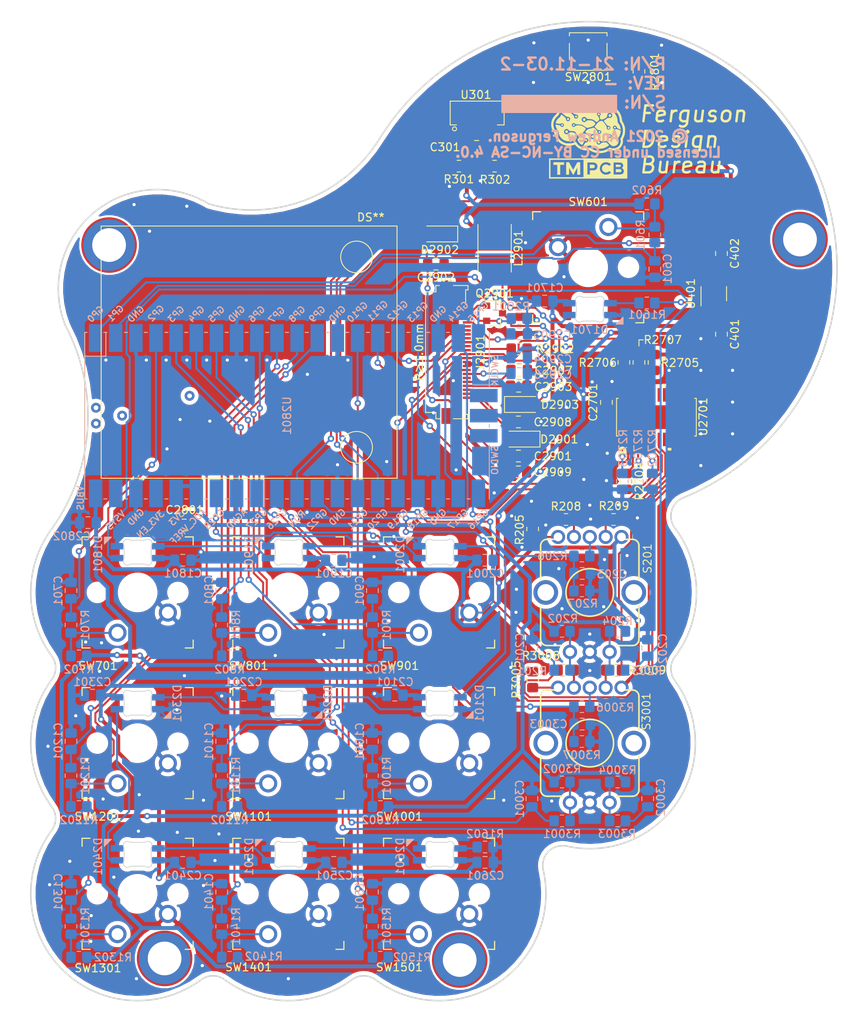
<source format=kicad_pcb>
(kicad_pcb (version 20171130) (host pcbnew "(5.1.12-1-10_14)")
  (layers (0 F.Cu signal hide) (31 B.Cu signal) (34 B.Paste user) (35 F.Paste user hide) (36 B.SilkS user) (37 F.SilkS user) (38 B.Mask user) (39 F.Mask user hide) (44 Edge.Cuts user))
  (net 0 "")
  (net 1 GND)
  (net 2 /Pico/GPIO_14)
  (net 3 /Pico/GPIO_15)
  (net 4 /Pico/GPIO_22)
  (net 5 +3V3)
  (net 6 +5V)
  (net 7 /Pico/GPIO_01)
  (net 8 /Pico/GPIO_02)
  (net 9 /Pico/GPIO_03)
  (net 10 /Pico/GPIO_04)
  (net 11 /Pico/GPIO_05)
  (net 12 /Pico/GPIO_06)
  (net 13 /Pico/GPIO_07)
  (net 14 /Pico/GPIO_08)
  (net 15 /Pico/GPIO_09)
  (net 16 /Pico/GPIO_10)
  (net 17 "Net-(C2902-Pad2)")
  (net 18 "/LED 10/Neo LED 02/D_IN")
  (net 19 "/LED 10/Neo LED 01/D_IN")
  (net 20 "/LED 10/Neo LED 03/D_IN")
  (net 21 "/LED 10/Neo LED 04/D_IN")
  (net 22 "/LED 10/Neo LED 05/D_IN")
  (net 23 "/LED 10/Neo LED 06/D_IN")
  (net 24 "/LED 10/Neo LED 07/D_IN")
  (net 25 "/LED 10/Neo LED 08/D_IN")
  (net 26 "/LED 10/Neo LED 09/D_IN")
  (net 27 "/LED 10/Neo LED 10/D_IN")
  (net 28 "/LED 10/Neo LED 10/D_OUT")
  (net 29 SPI_MOSI_3V)
  (net 30 SPI_SCLK_3V)
  (net 31 "/eInk Display/DS_CS_3V3")
  (net 32 "/eInk Display/DS_D_C_3V3")
  (net 33 "/eInk Display/DS_BUSY_3V3")
  (net 34 "/RGB Driver/DRIVER_LED_CS_3V3")
  (net 35 SPI_MISO_3V)
  (net 36 /Pico/GPIO_21)
  (net 37 /Pico/GPIO_20)
  (net 38 "/10 Group Switch/Switch_1/SW_RDIV")
  (net 39 "/10 Group Switch/Switch 2/SW_RDIV")
  (net 40 "/10 Group Switch/Switch 3/SW_RDIV")
  (net 41 "/10 Group Switch/Switch 4/SW_RDIV")
  (net 42 "/10 Group Switch/Switch 5/SW_RDIV")
  (net 43 "/10 Group Switch/Switch 6/SW_RDIV")
  (net 44 "/10 Group Switch/Switch 7/SW_RDIV")
  (net 45 "/10 Group Switch/Switch 8/SW_RDIV")
  (net 46 "/10 Group Switch/Switch 9/SW_RDIV")
  (net 47 "/10 Group Switch/Switch 10/SW_RDIV")
  (net 48 "/Level Converter/D_OUT_5V")
  (net 49 "Net-(R2702-Pad2)")
  (net 50 "Net-(R2801-Pad2)")
  (net 51 "/Level Converter/D_IN_3V3")
  (net 52 "Net-(R2706-Pad2)")
  (net 53 "Net-(R2707-Pad2)")
  (net 54 "Net-(R2703-Pad1)")
  (net 55 "Net-(R2704-Pad1)")
  (net 56 "Net-(R2705-Pad2)")
  (net 57 "Net-(J2901-Pad19)")
  (net 58 "Net-(J2901-Pad7)")
  (net 59 "Net-(J2901-Pad6)")
  (net 60 "Net-(J2901-Pad4)")
  (net 61 "Net-(J2901-Pad1)")
  (net 62 "Net-(U2701-Pad9)")
  (net 63 "Net-(U2701-Pad14)")
  (net 64 "Net-(U2701-Pad15)")
  (net 65 "Net-(U2701-Pad16)")
  (net 66 "Net-(U2701-Pad17)")
  (net 67 "Net-(U2701-Pad18)")
  (net 68 "Net-(U2701-Pad20)")
  (net 69 "Net-(U2701-Pad21)")
  (net 70 "Net-(U2701-Pad22)")
  (net 71 "Net-(U2701-Pad23)")
  (net 72 "Net-(U2801-Pad44)")
  (net 73 "Net-(U2801-Pad46)")
  (net 74 "Net-(U2801-Pad45)")
  (net 75 "Net-(U2801-Pad47)")
  (net 76 "Net-(U2801-Pad43)")
  (net 77 "Net-(U2801-Pad41)")
  (net 78 /Pico/GPIO_26_ADC0)
  (net 79 /Pico/GPIO_27_ADC1)
  (net 80 /Pico/GPIO_28_ADC2)
  (net 81 "Net-(U2801-Pad37)")
  (net 82 "Net-(U2801-Pad39)")
  (net 83 "/Rotary Encoder 1/RE_SW_A")
  (net 84 "/Rotary Encoder 1/RE_SW_B")
  (net 85 "/Rotary Encoder 2/RE_SW_A")
  (net 86 "/Rotary Encoder 2/RE_SW_B")
  (net 87 "/Rotary Encoder 1/RES_DR")
  (net 88 "/Rotary Encoder 1/RES_DG")
  (net 89 "/Rotary Encoder 1/RES_DB")
  (net 90 "/Rotary Encoder 2/RES_DR")
  (net 91 "/Rotary Encoder 2/RES_DG")
  (net 92 "/Rotary Encoder 2/RES_DB")
  (net 93 "/Rotary Encoder 1/RE_SW_RES")
  (net 94 "/Rotary Encoder 2/RE_SW_RES")
  (net 95 "/RGB Driver/DRIVER_LED_SW1_R_5V")
  (net 96 "/RGB Driver/DRIVER_LED_SW1_G_5V")
  (net 97 "/RGB Driver/DRIVER_LED_SW1_B_5V")
  (net 98 "/RGB Driver/DRIVER_LED_SW2_B_5V")
  (net 99 "/RGB Driver/DRIVER_LED_SW2_G_5V")
  (net 100 "/RGB Driver/DRIVER_LED_SW2_R_5V")
  (net 101 "/eInk Display/DS_VGL")
  (net 102 "/eInk Display/DS_VGH")
  (net 103 "/eInk Display/DS_VDHR")
  (net 104 "/eInk Display/DS_VDDD")
  (net 105 "/eInk Display/DS_VSH")
  (net 106 "/eInk Display/DS_VSL")
  (net 107 "/eInk Display/DS_VCOM")
  (net 108 "/eInk Display/DS_BS1")
  (net 109 "/eInk Display/DS_GDR")
  (net 110 "/eInk Display/DS_MOSFET_S")
  (net 111 "/eInk Display/DS_MOSFET_D")
  (module "Macro Keyboard:ENCODER_LED_3" (layer F.Cu) (at 117 109)
    (fp_text reference S3001 (at 7.125 -4 90) (layer F.SilkS) (effects (font (thickness 0.127))))
    (fp_text value ENCODER-RGB-SWITCH)
    (pad 1 thru_hole circle (at -3.99796 -6.9977) (size 1.778 1.778) (drill 1.09982) (layers *.Cu *.Mask) (net 90 "/Rotary Encoder 2/RES_DR"))
    (pad 2 thru_hole circle (at -1.99898 -6.9977) (size 1.778 1.778) (drill 1.09982) (layers *.Cu *.Mask) (net 91 "/Rotary Encoder 2/RES_DG"))
    (pad 3 thru_hole circle (at 0 -6.9977) (size 1.778 1.778) (drill 1.09982) (layers *.Cu *.Mask) (net 94 "/Rotary Encoder 2/RE_SW_RES"))
    (pad 4 thru_hole circle (at 1.99898 -6.9977) (size 1.778 1.778) (drill 1.09982) (layers *.Cu *.Mask) (net 92 "/Rotary Encoder 2/RES_DB"))
    (pad 5 thru_hole circle (at 3.99796 -6.9977) (size 1.778 1.778) (drill 1.09982) (layers *.Cu *.Mask) (net 6 +5V))
    (pad A thru_hole circle (at -2.49936 7.49808) (size 1.79832 1.79832) (drill 1.09982) (layers *.Cu *.Mask) (net 85 "/Rotary Encoder 2/RE_SW_A"))
    (pad B thru_hole circle (at 2.49936 7.49808) (size 1.79832 1.79832) (drill 1.09982) (layers *.Cu *.Mask) (net 86 "/Rotary Encoder 2/RE_SW_B"))
    (pad C thru_hole circle (at 0 7.49808) (size 1.79832 1.79832) (drill 1.09982) (layers *.Cu *.Mask) (net 1 GND))
    (pad M1 thru_hole circle (at -5.5499 0) (size 3.11404 3.11404) (drill 2.09804) (layers *.Cu *.Mask))
    (pad M2 thru_hole circle (at 5.5499 0) (size 3.11404 3.11404) (drill 2.09804) (layers *.Cu *.Mask))
  )
  (module "Macro Keyboard:ENCODER_LED_3" (layer F.Cu) (at 117 90)
    (fp_text reference S201 (at 7.275 -4.275 90) (layer F.SilkS) (effects (font (thickness 0.127))))
    (fp_text value ENCODER-RGB-SWITCH)
    (pad 1 thru_hole circle (at -3.99796 -6.9977) (size 1.778 1.778) (drill 1.09982) (layers *.Cu *.Mask) (net 87 "/Rotary Encoder 1/RES_DR"))
    (pad 2 thru_hole circle (at -1.99898 -6.9977) (size 1.778 1.778) (drill 1.09982) (layers *.Cu *.Mask) (net 88 "/Rotary Encoder 1/RES_DG"))
    (pad 3 thru_hole circle (at 0 -6.9977) (size 1.778 1.778) (drill 1.09982) (layers *.Cu *.Mask) (net 93 "/Rotary Encoder 1/RE_SW_RES"))
    (pad 4 thru_hole circle (at 1.99898 -6.9977) (size 1.778 1.778) (drill 1.09982) (layers *.Cu *.Mask) (net 89 "/Rotary Encoder 1/RES_DB"))
    (pad 5 thru_hole circle (at 3.99796 -6.9977) (size 1.778 1.778) (drill 1.09982) (layers *.Cu *.Mask) (net 6 +5V))
    (pad A thru_hole circle (at -2.49936 7.49808) (size 1.79832 1.79832) (drill 1.09982) (layers *.Cu *.Mask) (net 83 "/Rotary Encoder 1/RE_SW_A"))
    (pad B thru_hole circle (at 2.49936 7.49808) (size 1.79832 1.79832) (drill 1.09982) (layers *.Cu *.Mask) (net 84 "/Rotary Encoder 1/RE_SW_B"))
    (pad C thru_hole circle (at 0 7.49808) (size 1.79832 1.79832) (drill 1.09982) (layers *.Cu *.Mask) (net 1 GND))
    (pad M1 thru_hole circle (at -5.5499 0) (size 3.11404 3.11404) (drill 2.09804) (layers *.Cu *.Mask))
    (pad M2 thru_hole circle (at 5.5499 0) (size 3.11404 3.11404) (drill 2.09804) (layers *.Cu *.Mask))
  )
  (module "Macro Keyboard:PCA9745BTWJ" (layer F.Cu) (at 125.4 67.9 90)
    (fp_text reference U2701 (at 0.05 5.9 90) (layer F.SilkS))
    (fp_text value PCA9745BTWJ)
    (pad 1 smd rect (at -2.8067 -4.2926 90) (size 1.7018 0.3556) (layers F.Cu F.Paste F.Mask) (net 54 "Net-(R2703-Pad1)"))
    (pad 2 smd rect (at -2.8067 -3.6322 90) (size 1.7018 0.3556) (layers F.Cu F.Paste F.Mask) (net 1 GND))
    (pad 3 smd rect (at -2.8067 -2.9718 90) (size 1.7018 0.3556) (layers F.Cu F.Paste F.Mask) (net 55 "Net-(R2704-Pad1)"))
    (pad 4 smd rect (at -2.8067 -2.3114 90) (size 1.7018 0.3556) (layers F.Cu F.Paste F.Mask) (net 34 "/RGB Driver/DRIVER_LED_CS_3V3"))
    (pad 5 smd rect (at -2.8067 -1.651 90) (size 1.7018 0.3556) (layers F.Cu F.Paste F.Mask) (net 49 "Net-(R2702-Pad2)"))
    (pad 6 smd rect (at -2.8067 -0.9906 90) (size 1.7018 0.3556) (layers F.Cu F.Paste F.Mask) (net 95 "/RGB Driver/DRIVER_LED_SW1_R_5V"))
    (pad 7 smd rect (at -2.8067 -0.3302 90) (size 1.7018 0.3556) (layers F.Cu F.Paste F.Mask) (net 96 "/RGB Driver/DRIVER_LED_SW1_G_5V"))
    (pad 8 smd rect (at -2.8067 0.3302 90) (size 1.7018 0.3556) (layers F.Cu F.Paste F.Mask) (net 97 "/RGB Driver/DRIVER_LED_SW1_B_5V"))
    (pad 9 smd rect (at -2.8067 0.9906 90) (size 1.7018 0.3556) (layers F.Cu F.Paste F.Mask) (net 62 "Net-(U2701-Pad9)"))
    (pad 10 smd rect (at -2.8067 1.651 90) (size 1.7018 0.3556) (layers F.Cu F.Paste F.Mask) (net 1 GND))
    (pad 11 smd rect (at -2.8067 2.3114 90) (size 1.7018 0.3556) (layers F.Cu F.Paste F.Mask) (net 100 "/RGB Driver/DRIVER_LED_SW2_R_5V"))
    (pad 12 smd rect (at -2.8067 2.9718 90) (size 1.7018 0.3556) (layers F.Cu F.Paste F.Mask) (net 99 "/RGB Driver/DRIVER_LED_SW2_G_5V"))
    (pad 13 smd rect (at -2.8067 3.6322 90) (size 1.7018 0.3556) (layers F.Cu F.Paste F.Mask) (net 98 "/RGB Driver/DRIVER_LED_SW2_B_5V"))
    (pad 14 smd rect (at -2.8067 4.2926 90) (size 1.7018 0.3556) (layers F.Cu F.Paste F.Mask) (net 63 "Net-(U2701-Pad14)"))
    (pad 15 smd rect (at 2.8067 4.2926 90) (size 1.7018 0.3556) (layers F.Cu F.Paste F.Mask) (net 64 "Net-(U2701-Pad15)"))
    (pad 16 smd rect (at 2.8067 3.6322 90) (size 1.7018 0.3556) (layers F.Cu F.Paste F.Mask) (net 65 "Net-(U2701-Pad16)"))
    (pad 17 smd rect (at 2.8067 2.9718 90) (size 1.7018 0.3556) (layers F.Cu F.Paste F.Mask) (net 66 "Net-(U2701-Pad17)"))
    (pad 18 smd rect (at 2.8067 2.3114 90) (size 1.7018 0.3556) (layers F.Cu F.Paste F.Mask) (net 67 "Net-(U2701-Pad18)"))
    (pad 19 smd rect (at 2.8067 1.651 90) (size 1.7018 0.3556) (layers F.Cu F.Paste F.Mask) (net 1 GND))
    (pad 20 smd rect (at 2.8067 0.9906 90) (size 1.7018 0.3556) (layers F.Cu F.Paste F.Mask) (net 68 "Net-(U2701-Pad20)"))
    (pad 21 smd rect (at 2.8067 0.3302 90) (size 1.7018 0.3556) (layers F.Cu F.Paste F.Mask) (net 69 "Net-(U2701-Pad21)"))
    (pad 22 smd rect (at 2.8067 -0.3302 90) (size 1.7018 0.3556) (layers F.Cu F.Paste F.Mask) (net 70 "Net-(U2701-Pad22)"))
    (pad 23 smd rect (at 2.8067 -0.9906 90) (size 1.7018 0.3556) (layers F.Cu F.Paste F.Mask) (net 71 "Net-(U2701-Pad23)"))
    (pad 24 smd rect (at 2.8067 -1.651 90) (size 1.7018 0.3556) (layers F.Cu F.Paste F.Mask) (net 1 GND))
    (pad 25 smd rect (at 2.8067 -2.3114 90) (size 1.7018 0.3556) (layers F.Cu F.Paste F.Mask) (net 56 "Net-(R2705-Pad2)"))
    (pad 26 smd rect (at 2.8067 -2.9718 90) (size 1.7018 0.3556) (layers F.Cu F.Paste F.Mask) (net 53 "Net-(R2707-Pad2)"))
    (pad 27 smd rect (at 2.8067 -3.6322 90) (size 1.7018 0.3556) (layers F.Cu F.Paste F.Mask) (net 52 "Net-(R2706-Pad2)"))
    (pad 28 smd rect (at 2.8067 -4.2926 90) (size 1.7018 0.3556) (layers F.Cu F.Paste F.Mask) (net 5 +3V3))
    (pad EPAD smd rect (at 0 0 90) (size 2.9972 4.0894) (layers F.Cu F.Mask) (net 1 GND))
  )
  (module "Macro Keyboard:TMPCB Logo top silk 10mm" (layer F.Cu) (at 116.8 32.8)
    (fp_text reference Ref** hide)
    (fp_text value Val** hide)
  )
  (module TMPPCB_R2:MountingHole_M3_StandoffSMD (layer F.Cu) (at 100.6 136.35)
    (fp_text reference REF**)
    (fp_text value MountingHole_M3_StandoffSMD)
    (pad 1 connect circle (at 0 0) (size 7 7) (layers F.Cu F.Mask))
    (pad 1 thru_hole circle (at 0 0) (size 6.5 6.5) (drill 4.25) (layers *.Cu *.Mask))
  )
  (module TMPPCB_R2:MountingHole_M3_StandoffSMD (layer F.Cu) (at 63.4 136.15)
    (fp_text reference REF**)
    (fp_text value MountingHole_M3_StandoffSMD)
    (pad 1 connect circle (at 0 0) (size 7 7) (layers F.Cu F.Mask))
    (pad 1 thru_hole circle (at 0 0) (size 6.5 6.5) (drill 4.25) (layers *.Cu *.Mask))
  )
  (module "Macro Keyboard:e-paper_E2154FS091" (layer F.Cu) (at 55.4 43.8)
    (fp_text reference DS** (at 34 -1.1) (layer F.SilkS))
    (fp_text value e-paper_E2154FS091)
  )
  (module TMPPCB_R2:MountingHole_M3_StandoffSMD (layer F.Cu) (at 143.5 45.5)
    (fp_text reference REF**)
    (fp_text value MountingHole_M3_StandoffSMD)
    (pad 1 connect circle (at 0 0) (size 7 7) (layers F.Cu F.Mask))
    (pad 1 thru_hole circle (at 0 0) (size 6.5 6.5) (drill 4.25) (layers *.Cu *.Mask))
  )
  (module TMPPCB_R2:MountingHole_M3_StandoffSMD (layer F.Cu) (at 56.4 46.2)
    (fp_text reference REF**)
    (fp_text value MountingHole_M3_StandoffSMD)
    (pad 1 connect circle (at 0 0) (size 7 7) (layers F.Cu F.Mask))
    (pad 1 thru_hole circle (at 0 0) (size 6.5 6.5) (drill 4.25) (layers *.Cu *.Mask))
  )
  (module "Macro Keyboard:MX_SK6812MINI-E_REV" (layer F.Cu) (at 60 109.05 180)
    (fp_text reference D2301 (at -5 5.05 90) (layer B.SilkS) (effects (justify mirror)))
    (fp_text value SK6812MINI-E)
    (fp_line (start -0.794452 3.58) (end 0.794452 3.58) (layer Edge.Cuts) (width 0.1))
    (fp_line (start -1.699999 5.782842) (end -1.699999 4.377158) (layer Edge.Cuts) (width 0.1))
    (fp_line (start 0.794452 6.579999) (end -0.794453 6.579999) (layer Edge.Cuts) (width 0.1))
    (fp_line (start 1.699999 4.377158) (end 1.699999 5.782842) (layer Edge.Cuts) (width 0.1))
    (fp_arc (start 0.794452 3.08) (end 0.794452 3.58) (angle -30.2992623) (layer Edge.Cuts) (width 0.1))
    (fp_arc (start -0.794452 3.08) (end -1.046711 3.511701) (angle -30.29933433) (layer Edge.Cuts) (width 0.1))
    (fp_arc (start -1.298969 3.943402) (end -1.046711 3.511701) (angle -146.0055121) (layer Edge.Cuts) (width 0.1))
    (fp_arc (start -2.199999 4.377158) (end -1.699999 4.377158) (angle -25.70617777) (layer Edge.Cuts) (width 0.1))
    (fp_arc (start -2.199999 5.782842) (end -1.749484 5.99972) (angle -25.70608136) (layer Edge.Cuts) (width 0.1))
    (fp_arc (start -1.298969 6.216597) (end -1.749484 5.99972) (angle -146.0053097) (layer Edge.Cuts) (width 0.1))
    (fp_arc (start -0.794453 7.079999) (end -0.794453 6.579999) (angle -30.29922831) (layer Edge.Cuts) (width 0.1))
    (fp_arc (start 0.794452 7.079999) (end 1.046711 6.648299) (angle -30.29928212) (layer Edge.Cuts) (width 0.1))
    (fp_arc (start 1.298969 6.216598) (end 1.046711 6.648299) (angle -146.0054017) (layer Edge.Cuts) (width 0.1))
    (fp_arc (start 2.199999 5.782842) (end 1.699999 5.782842) (angle -25.70611954) (layer Edge.Cuts) (width 0.1))
    (fp_arc (start 2.199999 4.377158) (end 1.749484 4.16028) (angle -25.70611205) (layer Edge.Cuts) (width 0.1))
    (fp_arc (start 1.298969 3.943403) (end 1.749484 4.16028) (angle -146.0053744) (layer Edge.Cuts) (width 0.1))
    (pad 3 smd roundrect (at -2.6 4.33 270) (size 0.82 1.6) (layers B.Cu B.Paste B.Mask) (roundrect_rratio 0.1) (net 1 GND))
    (pad 4 smd roundrect (at -2.6 5.83 270) (size 0.82 1.6) (layers B.Cu B.Paste B.Mask) (roundrect_rratio 0.1) (net 24 "/LED 10/Neo LED 07/D_IN"))
    (pad 2 smd roundrect (at 2.6 4.33 270) (size 0.82 1.6) (layers B.Cu B.Paste B.Mask) (roundrect_rratio 0.1) (net 25 "/LED 10/Neo LED 08/D_IN"))
    (pad 1 smd roundrect (at 2.6 5.83 270) (size 0.82 1.6) (layers B.Cu B.Paste B.Mask) (roundrect_rratio 0.1) (net 6 +5V))
  )
  (module "Macro Keyboard:MX_SK6812MINI-E_REV" (layer F.Cu) (at 79.05 109.05 180)
    (fp_text reference D2201 (at -4.95 5.05 90) (layer B.SilkS) (effects (justify mirror)))
    (fp_text value SK6812MINI-E)
    (fp_line (start -0.794452 3.58) (end 0.794452 3.58) (layer Edge.Cuts) (width 0.1))
    (fp_line (start -1.699999 5.782842) (end -1.699999 4.377158) (layer Edge.Cuts) (width 0.1))
    (fp_line (start 0.794452 6.579999) (end -0.794453 6.579999) (layer Edge.Cuts) (width 0.1))
    (fp_line (start 1.699999 4.377158) (end 1.699999 5.782842) (layer Edge.Cuts) (width 0.1))
    (fp_arc (start 0.794452 3.08) (end 0.794452 3.58) (angle -30.2992623) (layer Edge.Cuts) (width 0.1))
    (fp_arc (start -0.794452 3.08) (end -1.046711 3.511701) (angle -30.29933433) (layer Edge.Cuts) (width 0.1))
    (fp_arc (start -1.298969 3.943402) (end -1.046711 3.511701) (angle -146.0055121) (layer Edge.Cuts) (width 0.1))
    (fp_arc (start -2.199999 4.377158) (end -1.699999 4.377158) (angle -25.70617777) (layer Edge.Cuts) (width 0.1))
    (fp_arc (start -2.199999 5.782842) (end -1.749484 5.99972) (angle -25.70608136) (layer Edge.Cuts) (width 0.1))
    (fp_arc (start -1.298969 6.216597) (end -1.749484 5.99972) (angle -146.0053097) (layer Edge.Cuts) (width 0.1))
    (fp_arc (start -0.794453 7.079999) (end -0.794453 6.579999) (angle -30.29922831) (layer Edge.Cuts) (width 0.1))
    (fp_arc (start 0.794452 7.079999) (end 1.046711 6.648299) (angle -30.29928212) (layer Edge.Cuts) (width 0.1))
    (fp_arc (start 1.298969 6.216598) (end 1.046711 6.648299) (angle -146.0054017) (layer Edge.Cuts) (width 0.1))
    (fp_arc (start 2.199999 5.782842) (end 1.699999 5.782842) (angle -25.70611954) (layer Edge.Cuts) (width 0.1))
    (fp_arc (start 2.199999 4.377158) (end 1.749484 4.16028) (angle -25.70611205) (layer Edge.Cuts) (width 0.1))
    (fp_arc (start 1.298969 3.943403) (end 1.749484 4.16028) (angle -146.0053744) (layer Edge.Cuts) (width 0.1))
    (pad 3 smd roundrect (at -2.6 4.33 270) (size 0.82 1.6) (layers B.Cu B.Paste B.Mask) (roundrect_rratio 0.1) (net 1 GND))
    (pad 4 smd roundrect (at -2.6 5.83 270) (size 0.82 1.6) (layers B.Cu B.Paste B.Mask) (roundrect_rratio 0.1) (net 23 "/LED 10/Neo LED 06/D_IN"))
    (pad 2 smd roundrect (at 2.6 4.33 270) (size 0.82 1.6) (layers B.Cu B.Paste B.Mask) (roundrect_rratio 0.1) (net 24 "/LED 10/Neo LED 07/D_IN"))
    (pad 1 smd roundrect (at 2.6 5.83 270) (size 0.82 1.6) (layers B.Cu B.Paste B.Mask) (roundrect_rratio 0.1) (net 6 +5V))
  )
  (module "Macro Keyboard:MX_SK6812MINI-E_REV" (layer F.Cu) (at 98.1 109.05 180)
    (fp_text reference D2101 (at -5 5.05 90) (layer B.SilkS) (effects (justify mirror)))
    (fp_text value SK6812MINI-E)
    (fp_line (start -0.794452 3.58) (end 0.794452 3.58) (layer Edge.Cuts) (width 0.1))
    (fp_line (start -1.699999 5.782842) (end -1.699999 4.377158) (layer Edge.Cuts) (width 0.1))
    (fp_line (start 0.794452 6.579999) (end -0.794453 6.579999) (layer Edge.Cuts) (width 0.1))
    (fp_line (start 1.699999 4.377158) (end 1.699999 5.782842) (layer Edge.Cuts) (width 0.1))
    (fp_arc (start 0.794452 3.08) (end 0.794452 3.58) (angle -30.2992623) (layer Edge.Cuts) (width 0.1))
    (fp_arc (start -0.794452 3.08) (end -1.046711 3.511701) (angle -30.29933433) (layer Edge.Cuts) (width 0.1))
    (fp_arc (start -1.298969 3.943402) (end -1.046711 3.511701) (angle -146.0055121) (layer Edge.Cuts) (width 0.1))
    (fp_arc (start -2.199999 4.377158) (end -1.699999 4.377158) (angle -25.70617777) (layer Edge.Cuts) (width 0.1))
    (fp_arc (start -2.199999 5.782842) (end -1.749484 5.99972) (angle -25.70608136) (layer Edge.Cuts) (width 0.1))
    (fp_arc (start -1.298969 6.216597) (end -1.749484 5.99972) (angle -146.0053097) (layer Edge.Cuts) (width 0.1))
    (fp_arc (start -0.794453 7.079999) (end -0.794453 6.579999) (angle -30.29922831) (layer Edge.Cuts) (width 0.1))
    (fp_arc (start 0.794452 7.079999) (end 1.046711 6.648299) (angle -30.29928212) (layer Edge.Cuts) (width 0.1))
    (fp_arc (start 1.298969 6.216598) (end 1.046711 6.648299) (angle -146.0054017) (layer Edge.Cuts) (width 0.1))
    (fp_arc (start 2.199999 5.782842) (end 1.699999 5.782842) (angle -25.70611954) (layer Edge.Cuts) (width 0.1))
    (fp_arc (start 2.199999 4.377158) (end 1.749484 4.16028) (angle -25.70611205) (layer Edge.Cuts) (width 0.1))
    (fp_arc (start 1.298969 3.943403) (end 1.749484 4.16028) (angle -146.0053744) (layer Edge.Cuts) (width 0.1))
    (pad 3 smd roundrect (at -2.6 4.33 270) (size 0.82 1.6) (layers B.Cu B.Paste B.Mask) (roundrect_rratio 0.1) (net 1 GND))
    (pad 4 smd roundrect (at -2.6 5.83 270) (size 0.82 1.6) (layers B.Cu B.Paste B.Mask) (roundrect_rratio 0.1) (net 22 "/LED 10/Neo LED 05/D_IN"))
    (pad 2 smd roundrect (at 2.6 4.33 270) (size 0.82 1.6) (layers B.Cu B.Paste B.Mask) (roundrect_rratio 0.1) (net 23 "/LED 10/Neo LED 06/D_IN"))
    (pad 1 smd roundrect (at 2.6 5.83 270) (size 0.82 1.6) (layers B.Cu B.Paste B.Mask) (roundrect_rratio 0.1) (net 6 +5V))
  )
  (module "Macro Keyboard:MX_SK6812MINI-E" (layer F.Cu) (at 60 90 180)
    (fp_text reference D1801 (at 5 4.8 90) (layer B.SilkS) (effects (justify mirror)))
    (fp_text value SK6812MINI-E)
    (fp_line (start 0.794452 6.579999) (end -0.794452 6.579999) (layer Edge.Cuts) (width 0.1))
    (fp_line (start 1.699999 4.377157) (end 1.699999 5.782841) (layer Edge.Cuts) (width 0.1))
    (fp_line (start -0.794452 3.58) (end 0.794453 3.58) (layer Edge.Cuts) (width 0.1))
    (fp_line (start -1.699999 5.782841) (end -1.699999 4.377157) (layer Edge.Cuts) (width 0.1))
    (fp_arc (start -0.794452 7.079999) (end -0.794452 6.579999) (angle -30.2992623) (layer Edge.Cuts) (width 0.1))
    (fp_arc (start 0.794452 7.079999) (end 1.046711 6.648298) (angle -30.29933433) (layer Edge.Cuts) (width 0.1))
    (fp_arc (start 1.298969 6.216597) (end 1.046711 6.648298) (angle -146.0055121) (layer Edge.Cuts) (width 0.1))
    (fp_arc (start 2.199999 5.782841) (end 1.699999 5.782841) (angle -25.70617777) (layer Edge.Cuts) (width 0.1))
    (fp_arc (start 2.199999 4.377157) (end 1.749484 4.160279) (angle -25.70608136) (layer Edge.Cuts) (width 0.1))
    (fp_arc (start 1.298969 3.943402) (end 1.749484 4.160279) (angle -146.0053097) (layer Edge.Cuts) (width 0.1))
    (fp_arc (start 0.794453 3.08) (end 0.794453 3.58) (angle -30.29922831) (layer Edge.Cuts) (width 0.1))
    (fp_arc (start -0.794452 3.08) (end -1.046711 3.5117) (angle -30.29928212) (layer Edge.Cuts) (width 0.1))
    (fp_arc (start -1.298969 3.943401) (end -1.046711 3.5117) (angle -146.0054017) (layer Edge.Cuts) (width 0.1))
    (fp_arc (start -2.199999 4.377157) (end -1.699999 4.377157) (angle -25.70611954) (layer Edge.Cuts) (width 0.1))
    (fp_arc (start -2.199999 5.782841) (end -1.749484 5.999719) (angle -25.70611205) (layer Edge.Cuts) (width 0.1))
    (fp_arc (start -1.298969 6.216596) (end -1.749484 5.999719) (angle -146.0053744) (layer Edge.Cuts) (width 0.1))
    (pad 3 smd roundrect (at 2.6 5.829999 90) (size 0.82 1.6) (layers B.Cu B.Paste B.Mask) (roundrect_rratio 0.1) (net 1 GND))
    (pad 4 smd roundrect (at 2.6 4.329999 90) (size 0.82 1.6) (layers B.Cu B.Paste B.Mask) (roundrect_rratio 0.1) (net 18 "/LED 10/Neo LED 02/D_IN"))
    (pad 2 smd roundrect (at -2.6 5.829999 90) (size 0.82 1.6) (layers B.Cu B.Paste B.Mask) (roundrect_rratio 0.1) (net 20 "/LED 10/Neo LED 03/D_IN"))
    (pad 1 smd roundrect (at -2.6 4.329999 90) (size 0.82 1.6) (layers B.Cu B.Paste B.Mask) (roundrect_rratio 0.1) (net 6 +5V))
  )
  (module "Macro Keyboard:MX_SK6812MINI-E" (layer F.Cu) (at 98.1 128.1 180)
    (fp_text reference D2601 (at 5 4.8 90) (layer B.SilkS) (effects (justify mirror)))
    (fp_text value SK6812MINI-E)
    (fp_line (start 0.794452 6.579999) (end -0.794452 6.579999) (layer Edge.Cuts) (width 0.1))
    (fp_line (start 1.699999 4.377157) (end 1.699999 5.782841) (layer Edge.Cuts) (width 0.1))
    (fp_line (start -0.794452 3.58) (end 0.794453 3.58) (layer Edge.Cuts) (width 0.1))
    (fp_line (start -1.699999 5.782841) (end -1.699999 4.377157) (layer Edge.Cuts) (width 0.1))
    (fp_arc (start -0.794452 7.079999) (end -0.794452 6.579999) (angle -30.2992623) (layer Edge.Cuts) (width 0.1))
    (fp_arc (start 0.794452 7.079999) (end 1.046711 6.648298) (angle -30.29933433) (layer Edge.Cuts) (width 0.1))
    (fp_arc (start 1.298969 6.216597) (end 1.046711 6.648298) (angle -146.0055121) (layer Edge.Cuts) (width 0.1))
    (fp_arc (start 2.199999 5.782841) (end 1.699999 5.782841) (angle -25.70617777) (layer Edge.Cuts) (width 0.1))
    (fp_arc (start 2.199999 4.377157) (end 1.749484 4.160279) (angle -25.70608136) (layer Edge.Cuts) (width 0.1))
    (fp_arc (start 1.298969 3.943402) (end 1.749484 4.160279) (angle -146.0053097) (layer Edge.Cuts) (width 0.1))
    (fp_arc (start 0.794453 3.08) (end 0.794453 3.58) (angle -30.29922831) (layer Edge.Cuts) (width 0.1))
    (fp_arc (start -0.794452 3.08) (end -1.046711 3.5117) (angle -30.29928212) (layer Edge.Cuts) (width 0.1))
    (fp_arc (start -1.298969 3.943401) (end -1.046711 3.5117) (angle -146.0054017) (layer Edge.Cuts) (width 0.1))
    (fp_arc (start -2.199999 4.377157) (end -1.699999 4.377157) (angle -25.70611954) (layer Edge.Cuts) (width 0.1))
    (fp_arc (start -2.199999 5.782841) (end -1.749484 5.999719) (angle -25.70611205) (layer Edge.Cuts) (width 0.1))
    (fp_arc (start -1.298969 6.216596) (end -1.749484 5.999719) (angle -146.0053744) (layer Edge.Cuts) (width 0.1))
    (pad 3 smd roundrect (at 2.6 5.829999 90) (size 0.82 1.6) (layers B.Cu B.Paste B.Mask) (roundrect_rratio 0.1) (net 1 GND))
    (pad 4 smd roundrect (at 2.6 4.329999 90) (size 0.82 1.6) (layers B.Cu B.Paste B.Mask) (roundrect_rratio 0.1) (net 27 "/LED 10/Neo LED 10/D_IN"))
    (pad 2 smd roundrect (at -2.6 5.829999 90) (size 0.82 1.6) (layers B.Cu B.Paste B.Mask) (roundrect_rratio 0.1) (net 28 "/LED 10/Neo LED 10/D_OUT"))
    (pad 1 smd roundrect (at -2.6 4.329999 90) (size 0.82 1.6) (layers B.Cu B.Paste B.Mask) (roundrect_rratio 0.1) (net 6 +5V))
  )
  (module "Macro Keyboard:MX_SK6812MINI-E" (layer F.Cu) (at 79.05 128.1 180)
    (fp_text reference D2501 (at 5 4.8 90) (layer B.SilkS) (effects (justify mirror)))
    (fp_text value SK6812MINI-E)
    (fp_line (start 0.794452 6.579999) (end -0.794452 6.579999) (layer Edge.Cuts) (width 0.1))
    (fp_line (start 1.699999 4.377157) (end 1.699999 5.782841) (layer Edge.Cuts) (width 0.1))
    (fp_line (start -0.794452 3.58) (end 0.794453 3.58) (layer Edge.Cuts) (width 0.1))
    (fp_line (start -1.699999 5.782841) (end -1.699999 4.377157) (layer Edge.Cuts) (width 0.1))
    (fp_arc (start -0.794452 7.079999) (end -0.794452 6.579999) (angle -30.2992623) (layer Edge.Cuts) (width 0.1))
    (fp_arc (start 0.794452 7.079999) (end 1.046711 6.648298) (angle -30.29933433) (layer Edge.Cuts) (width 0.1))
    (fp_arc (start 1.298969 6.216597) (end 1.046711 6.648298) (angle -146.0055121) (layer Edge.Cuts) (width 0.1))
    (fp_arc (start 2.199999 5.782841) (end 1.699999 5.782841) (angle -25.70617777) (layer Edge.Cuts) (width 0.1))
    (fp_arc (start 2.199999 4.377157) (end 1.749484 4.160279) (angle -25.70608136) (layer Edge.Cuts) (width 0.1))
    (fp_arc (start 1.298969 3.943402) (end 1.749484 4.160279) (angle -146.0053097) (layer Edge.Cuts) (width 0.1))
    (fp_arc (start 0.794453 3.08) (end 0.794453 3.58) (angle -30.29922831) (layer Edge.Cuts) (width 0.1))
    (fp_arc (start -0.794452 3.08) (end -1.046711 3.5117) (angle -30.29928212) (layer Edge.Cuts) (width 0.1))
    (fp_arc (start -1.298969 3.943401) (end -1.046711 3.5117) (angle -146.0054017) (layer Edge.Cuts) (width 0.1))
    (fp_arc (start -2.199999 4.377157) (end -1.699999 4.377157) (angle -25.70611954) (layer Edge.Cuts) (width 0.1))
    (fp_arc (start -2.199999 5.782841) (end -1.749484 5.999719) (angle -25.70611205) (layer Edge.Cuts) (width 0.1))
    (fp_arc (start -1.298969 6.216596) (end -1.749484 5.999719) (angle -146.0053744) (layer Edge.Cuts) (width 0.1))
    (pad 3 smd roundrect (at 2.6 5.829999 90) (size 0.82 1.6) (layers B.Cu B.Paste B.Mask) (roundrect_rratio 0.1) (net 1 GND))
    (pad 4 smd roundrect (at 2.6 4.329999 90) (size 0.82 1.6) (layers B.Cu B.Paste B.Mask) (roundrect_rratio 0.1) (net 26 "/LED 10/Neo LED 09/D_IN"))
    (pad 2 smd roundrect (at -2.6 5.829999 90) (size 0.82 1.6) (layers B.Cu B.Paste B.Mask) (roundrect_rratio 0.1) (net 27 "/LED 10/Neo LED 10/D_IN"))
    (pad 1 smd roundrect (at -2.6 4.329999 90) (size 0.82 1.6) (layers B.Cu B.Paste B.Mask) (roundrect_rratio 0.1) (net 6 +5V))
  )
  (module "Macro Keyboard:MX_SK6812MINI-E" (layer F.Cu) (at 60 128.1 180)
    (fp_text reference D2401 (at 5 4.8 90) (layer B.SilkS) (effects (justify mirror)))
    (fp_text value SK6812MINI-E)
    (fp_line (start 0.794452 6.579999) (end -0.794452 6.579999) (layer Edge.Cuts) (width 0.1))
    (fp_line (start 1.699999 4.377157) (end 1.699999 5.782841) (layer Edge.Cuts) (width 0.1))
    (fp_line (start -0.794452 3.58) (end 0.794453 3.58) (layer Edge.Cuts) (width 0.1))
    (fp_line (start -1.699999 5.782841) (end -1.699999 4.377157) (layer Edge.Cuts) (width 0.1))
    (fp_arc (start -0.794452 7.079999) (end -0.794452 6.579999) (angle -30.2992623) (layer Edge.Cuts) (width 0.1))
    (fp_arc (start 0.794452 7.079999) (end 1.046711 6.648298) (angle -30.29933433) (layer Edge.Cuts) (width 0.1))
    (fp_arc (start 1.298969 6.216597) (end 1.046711 6.648298) (angle -146.0055121) (layer Edge.Cuts) (width 0.1))
    (fp_arc (start 2.199999 5.782841) (end 1.699999 5.782841) (angle -25.70617777) (layer Edge.Cuts) (width 0.1))
    (fp_arc (start 2.199999 4.377157) (end 1.749484 4.160279) (angle -25.70608136) (layer Edge.Cuts) (width 0.1))
    (fp_arc (start 1.298969 3.943402) (end 1.749484 4.160279) (angle -146.0053097) (layer Edge.Cuts) (width 0.1))
    (fp_arc (start 0.794453 3.08) (end 0.794453 3.58) (angle -30.29922831) (layer Edge.Cuts) (width 0.1))
    (fp_arc (start -0.794452 3.08) (end -1.046711 3.5117) (angle -30.29928212) (layer Edge.Cuts) (width 0.1))
    (fp_arc (start -1.298969 3.943401) (end -1.046711 3.5117) (angle -146.0054017) (layer Edge.Cuts) (width 0.1))
    (fp_arc (start -2.199999 4.377157) (end -1.699999 4.377157) (angle -25.70611954) (layer Edge.Cuts) (width 0.1))
    (fp_arc (start -2.199999 5.782841) (end -1.749484 5.999719) (angle -25.70611205) (layer Edge.Cuts) (width 0.1))
    (fp_arc (start -1.298969 6.216596) (end -1.749484 5.999719) (angle -146.0053744) (layer Edge.Cuts) (width 0.1))
    (pad 3 smd roundrect (at 2.6 5.829999 90) (size 0.82 1.6) (layers B.Cu B.Paste B.Mask) (roundrect_rratio 0.1) (net 1 GND))
    (pad 4 smd roundrect (at 2.6 4.329999 90) (size 0.82 1.6) (layers B.Cu B.Paste B.Mask) (roundrect_rratio 0.1) (net 25 "/LED 10/Neo LED 08/D_IN"))
    (pad 2 smd roundrect (at -2.6 5.829999 90) (size 0.82 1.6) (layers B.Cu B.Paste B.Mask) (roundrect_rratio 0.1) (net 26 "/LED 10/Neo LED 09/D_IN"))
    (pad 1 smd roundrect (at -2.6 4.329999 90) (size 0.82 1.6) (layers B.Cu B.Paste B.Mask) (roundrect_rratio 0.1) (net 6 +5V))
  )
  (module "Macro Keyboard:MX_SK6812MINI-E" (layer F.Cu) (at 98.1 90 180)
    (fp_text reference D2001 (at 5 4.8 90) (layer B.SilkS) (effects (justify mirror)))
    (fp_text value SK6812MINI-E)
    (fp_line (start 0.794452 6.579999) (end -0.794452 6.579999) (layer Edge.Cuts) (width 0.1))
    (fp_line (start 1.699999 4.377157) (end 1.699999 5.782841) (layer Edge.Cuts) (width 0.1))
    (fp_line (start -0.794452 3.58) (end 0.794453 3.58) (layer Edge.Cuts) (width 0.1))
    (fp_line (start -1.699999 5.782841) (end -1.699999 4.377157) (layer Edge.Cuts) (width 0.1))
    (fp_arc (start -0.794452 7.079999) (end -0.794452 6.579999) (angle -30.2992623) (layer Edge.Cuts) (width 0.1))
    (fp_arc (start 0.794452 7.079999) (end 1.046711 6.648298) (angle -30.29933433) (layer Edge.Cuts) (width 0.1))
    (fp_arc (start 1.298969 6.216597) (end 1.046711 6.648298) (angle -146.0055121) (layer Edge.Cuts) (width 0.1))
    (fp_arc (start 2.199999 5.782841) (end 1.699999 5.782841) (angle -25.70617777) (layer Edge.Cuts) (width 0.1))
    (fp_arc (start 2.199999 4.377157) (end 1.749484 4.160279) (angle -25.70608136) (layer Edge.Cuts) (width 0.1))
    (fp_arc (start 1.298969 3.943402) (end 1.749484 4.160279) (angle -146.0053097) (layer Edge.Cuts) (width 0.1))
    (fp_arc (start 0.794453 3.08) (end 0.794453 3.58) (angle -30.29922831) (layer Edge.Cuts) (width 0.1))
    (fp_arc (start -0.794452 3.08) (end -1.046711 3.5117) (angle -30.29928212) (layer Edge.Cuts) (width 0.1))
    (fp_arc (start -1.298969 3.943401) (end -1.046711 3.5117) (angle -146.0054017) (layer Edge.Cuts) (width 0.1))
    (fp_arc (start -2.199999 4.377157) (end -1.699999 4.377157) (angle -25.70611954) (layer Edge.Cuts) (width 0.1))
    (fp_arc (start -2.199999 5.782841) (end -1.749484 5.999719) (angle -25.70611205) (layer Edge.Cuts) (width 0.1))
    (fp_arc (start -1.298969 6.216596) (end -1.749484 5.999719) (angle -146.0053744) (layer Edge.Cuts) (width 0.1))
    (pad 3 smd roundrect (at 2.6 5.829999 90) (size 0.82 1.6) (layers B.Cu B.Paste B.Mask) (roundrect_rratio 0.1) (net 1 GND))
    (pad 4 smd roundrect (at 2.6 4.329999 90) (size 0.82 1.6) (layers B.Cu B.Paste B.Mask) (roundrect_rratio 0.1) (net 21 "/LED 10/Neo LED 04/D_IN"))
    (pad 2 smd roundrect (at -2.6 5.829999 90) (size 0.82 1.6) (layers B.Cu B.Paste B.Mask) (roundrect_rratio 0.1) (net 22 "/LED 10/Neo LED 05/D_IN"))
    (pad 1 smd roundrect (at -2.6 4.329999 90) (size 0.82 1.6) (layers B.Cu B.Paste B.Mask) (roundrect_rratio 0.1) (net 6 +5V))
  )
  (module "Macro Keyboard:MX_SK6812MINI-E" (layer F.Cu) (at 79.04 90 180)
    (fp_text reference D1901 (at 5 4.8 90) (layer B.SilkS) (effects (justify mirror)))
    (fp_text value SK6812MINI-E)
    (fp_line (start 0.794452 6.579999) (end -0.794452 6.579999) (layer Edge.Cuts) (width 0.1))
    (fp_line (start 1.699999 4.377157) (end 1.699999 5.782841) (layer Edge.Cuts) (width 0.1))
    (fp_line (start -0.794452 3.58) (end 0.794453 3.58) (layer Edge.Cuts) (width 0.1))
    (fp_line (start -1.699999 5.782841) (end -1.699999 4.377157) (layer Edge.Cuts) (width 0.1))
    (fp_arc (start -0.794452 7.079999) (end -0.794452 6.579999) (angle -30.2992623) (layer Edge.Cuts) (width 0.1))
    (fp_arc (start 0.794452 7.079999) (end 1.046711 6.648298) (angle -30.29933433) (layer Edge.Cuts) (width 0.1))
    (fp_arc (start 1.298969 6.216597) (end 1.046711 6.648298) (angle -146.0055121) (layer Edge.Cuts) (width 0.1))
    (fp_arc (start 2.199999 5.782841) (end 1.699999 5.782841) (angle -25.70617777) (layer Edge.Cuts) (width 0.1))
    (fp_arc (start 2.199999 4.377157) (end 1.749484 4.160279) (angle -25.70608136) (layer Edge.Cuts) (width 0.1))
    (fp_arc (start 1.298969 3.943402) (end 1.749484 4.160279) (angle -146.0053097) (layer Edge.Cuts) (width 0.1))
    (fp_arc (start 0.794453 3.08) (end 0.794453 3.58) (angle -30.29922831) (layer Edge.Cuts) (width 0.1))
    (fp_arc (start -0.794452 3.08) (end -1.046711 3.5117) (angle -30.29928212) (layer Edge.Cuts) (width 0.1))
    (fp_arc (start -1.298969 3.943401) (end -1.046711 3.5117) (angle -146.0054017) (layer Edge.Cuts) (width 0.1))
    (fp_arc (start -2.199999 4.377157) (end -1.699999 4.377157) (angle -25.70611954) (layer Edge.Cuts) (width 0.1))
    (fp_arc (start -2.199999 5.782841) (end -1.749484 5.999719) (angle -25.70611205) (layer Edge.Cuts) (width 0.1))
    (fp_arc (start -1.298969 6.216596) (end -1.749484 5.999719) (angle -146.0053744) (layer Edge.Cuts) (width 0.1))
    (pad 3 smd roundrect (at 2.6 5.829999 90) (size 0.82 1.6) (layers B.Cu B.Paste B.Mask) (roundrect_rratio 0.1) (net 1 GND))
    (pad 4 smd roundrect (at 2.6 4.329999 90) (size 0.82 1.6) (layers B.Cu B.Paste B.Mask) (roundrect_rratio 0.1) (net 20 "/LED 10/Neo LED 03/D_IN"))
    (pad 2 smd roundrect (at -2.6 5.829999 90) (size 0.82 1.6) (layers B.Cu B.Paste B.Mask) (roundrect_rratio 0.1) (net 21 "/LED 10/Neo LED 04/D_IN"))
    (pad 1 smd roundrect (at -2.6 4.329999 90) (size 0.82 1.6) (layers B.Cu B.Paste B.Mask) (roundrect_rratio 0.1) (net 6 +5V))
  )
  (module "Macro Keyboard:MX_SK6812MINI-E" (layer F.Cu) (at 117 49.2)
    (fp_text reference D1701 (at -0.05 7.675) (layer B.SilkS) (effects (justify mirror)))
    (fp_text value SK6812MINI-E)
    (fp_line (start 0.794452 6.579999) (end -0.794452 6.579999) (layer Edge.Cuts) (width 0.1))
    (fp_line (start 1.699999 4.377157) (end 1.699999 5.782841) (layer Edge.Cuts) (width 0.1))
    (fp_line (start -0.794452 3.58) (end 0.794453 3.58) (layer Edge.Cuts) (width 0.1))
    (fp_line (start -1.699999 5.782841) (end -1.699999 4.377157) (layer Edge.Cuts) (width 0.1))
    (fp_arc (start -0.794452 7.079999) (end -0.794452 6.579999) (angle -30.2992623) (layer Edge.Cuts) (width 0.1))
    (fp_arc (start 0.794452 7.079999) (end 1.046711 6.648298) (angle -30.29933433) (layer Edge.Cuts) (width 0.1))
    (fp_arc (start 1.298969 6.216597) (end 1.046711 6.648298) (angle -146.0055121) (layer Edge.Cuts) (width 0.1))
    (fp_arc (start 2.199999 5.782841) (end 1.699999 5.782841) (angle -25.70617777) (layer Edge.Cuts) (width 0.1))
    (fp_arc (start 2.199999 4.377157) (end 1.749484 4.160279) (angle -25.70608136) (layer Edge.Cuts) (width 0.1))
    (fp_arc (start 1.298969 3.943402) (end 1.749484 4.160279) (angle -146.0053097) (layer Edge.Cuts) (width 0.1))
    (fp_arc (start 0.794453 3.08) (end 0.794453 3.58) (angle -30.29922831) (layer Edge.Cuts) (width 0.1))
    (fp_arc (start -0.794452 3.08) (end -1.046711 3.5117) (angle -30.29928212) (layer Edge.Cuts) (width 0.1))
    (fp_arc (start -1.298969 3.943401) (end -1.046711 3.5117) (angle -146.0054017) (layer Edge.Cuts) (width 0.1))
    (fp_arc (start -2.199999 4.377157) (end -1.699999 4.377157) (angle -25.70611954) (layer Edge.Cuts) (width 0.1))
    (fp_arc (start -2.199999 5.782841) (end -1.749484 5.999719) (angle -25.70611205) (layer Edge.Cuts) (width 0.1))
    (fp_arc (start -1.298969 6.216596) (end -1.749484 5.999719) (angle -146.0053744) (layer Edge.Cuts) (width 0.1))
    (pad 3 smd roundrect (at 2.6 5.829999 270) (size 0.82 1.6) (layers B.Cu B.Paste B.Mask) (roundrect_rratio 0.1) (net 1 GND))
    (pad 4 smd roundrect (at 2.6 4.329999 270) (size 0.82 1.6) (layers B.Cu B.Paste B.Mask) (roundrect_rratio 0.1) (net 19 "/LED 10/Neo LED 01/D_IN"))
    (pad 2 smd roundrect (at -2.6 5.829999 270) (size 0.82 1.6) (layers B.Cu B.Paste B.Mask) (roundrect_rratio 0.1) (net 18 "/LED 10/Neo LED 02/D_IN"))
    (pad 1 smd roundrect (at -2.6 4.329999 270) (size 0.82 1.6) (layers B.Cu B.Paste B.Mask) (roundrect_rratio 0.1) (net 6 +5V))
  )
  (module Resistor_SMD:R_0805_2012Metric_Pad1.20x1.40mm_HandSolder (layer F.Cu) (at 120 99.8 180)
    (fp_text reference R3009 (at -4.225 0) (layer F.SilkS))
    (fp_text value "68 5%")
    (pad 2 smd roundrect (at 1 0 180) (size 1.2 1.4) (layers F.Cu F.Paste F.Mask) (roundrect_rratio 0.2083325) (net 92 "/Rotary Encoder 2/RES_DB"))
    (pad 1 smd roundrect (at -1 0 180) (size 1.2 1.4) (layers F.Cu F.Paste F.Mask) (roundrect_rratio 0.2083325) (net 100 "/RGB Driver/DRIVER_LED_SW2_R_5V"))
  )
  (module Resistor_SMD:R_0805_2012Metric_Pad1.20x1.40mm_HandSolder (layer F.Cu) (at 114 99.8)
    (fp_text reference R3008 (at -3.15 -1.825) (layer F.SilkS))
    (fp_text value "68 5%")
    (pad 2 smd roundrect (at 1 0) (size 1.2 1.4) (layers F.Cu F.Paste F.Mask) (roundrect_rratio 0.2083325) (net 91 "/Rotary Encoder 2/RES_DG"))
    (pad 1 smd roundrect (at -1 0) (size 1.2 1.4) (layers F.Cu F.Paste F.Mask) (roundrect_rratio 0.2083325) (net 99 "/RGB Driver/DRIVER_LED_SW2_G_5V"))
  )
  (module Resistor_SMD:R_0805_2012Metric_Pad1.20x1.40mm_HandSolder (layer B.Cu) (at 116 108.8 180)
    (fp_text reference R3007 (at 0 -1.7) (layer B.SilkS) (effects (justify mirror)))
    (fp_text value "4.7k 5%")
    (pad 2 smd roundrect (at 1 0 180) (size 1.2 1.4) (layers B.Cu B.Paste B.Mask) (roundrect_rratio 0.2083325) (net 80 /Pico/GPIO_28_ADC2))
    (pad 1 smd roundrect (at -1 0 180) (size 1.2 1.4) (layers B.Cu B.Paste B.Mask) (roundrect_rratio 0.2083325) (net 1 GND))
  )
  (module Resistor_SMD:R_0805_2012Metric_Pad1.20x1.40mm_HandSolder (layer B.Cu) (at 116 104.4)
    (fp_text reference R3006 (at 4.2 0.1) (layer B.SilkS) (effects (justify mirror)))
    (fp_text value "2.7k 5%")
    (pad 2 smd roundrect (at 1 0) (size 1.2 1.4) (layers B.Cu B.Paste B.Mask) (roundrect_rratio 0.2083325) (net 94 "/Rotary Encoder 2/RE_SW_RES"))
    (pad 1 smd roundrect (at -1 0) (size 1.2 1.4) (layers B.Cu B.Paste B.Mask) (roundrect_rratio 0.2083325) (net 80 /Pico/GPIO_28_ADC2))
  )
  (module Resistor_SMD:R_0805_2012Metric_Pad1.20x1.40mm_HandSolder (layer F.Cu) (at 109.8 101 270)
    (fp_text reference R3005 (at -0.025 2.075 270) (layer F.SilkS))
    (fp_text value "150 5%")
    (pad 2 smd roundrect (at 1 0 270) (size 1.2 1.4) (layers F.Cu F.Paste F.Mask) (roundrect_rratio 0.2083325) (net 90 "/Rotary Encoder 2/RES_DR"))
    (pad 1 smd roundrect (at -1 0 270) (size 1.2 1.4) (layers F.Cu F.Paste F.Mask) (roundrect_rratio 0.2083325) (net 98 "/RGB Driver/DRIVER_LED_SW2_B_5V"))
  )
  (module Resistor_SMD:R_0805_2012Metric_Pad1.20x1.40mm_HandSolder (layer B.Cu) (at 120.5 113.9)
    (fp_text reference R3004 (at 0 -1.5) (layer B.SilkS) (effects (justify mirror)))
    (fp_text value "47k 5%")
    (pad 2 smd roundrect (at 1 0) (size 1.2 1.4) (layers B.Cu B.Paste B.Mask) (roundrect_rratio 0.2083325) (net 5 +3V3))
    (pad 1 smd roundrect (at -1 0) (size 1.2 1.4) (layers B.Cu B.Paste B.Mask) (roundrect_rratio 0.2083325) (net 86 "/Rotary Encoder 2/RE_SW_B"))
  )
  (module Resistor_SMD:R_0805_2012Metric_Pad1.20x1.40mm_HandSolder (layer B.Cu) (at 120.5 118.8 180)
    (fp_text reference R3003 (at 0.075 -1.625) (layer B.SilkS) (effects (justify mirror)))
    (fp_text value "4.7k 5%")
    (pad 2 smd roundrect (at 1 0 180) (size 1.2 1.4) (layers B.Cu B.Paste B.Mask) (roundrect_rratio 0.2083325) (net 86 "/Rotary Encoder 2/RE_SW_B"))
    (pad 1 smd roundrect (at -1 0 180) (size 1.2 1.4) (layers B.Cu B.Paste B.Mask) (roundrect_rratio 0.2083325) (net 79 /Pico/GPIO_27_ADC1))
  )
  (module Resistor_SMD:R_0805_2012Metric_Pad1.20x1.40mm_HandSolder (layer B.Cu) (at 113.5 113.9 180)
    (fp_text reference R3002 (at 0 1.65) (layer B.SilkS) (effects (justify mirror)))
    (fp_text value "47k 5%")
    (pad 2 smd roundrect (at 1 0 180) (size 1.2 1.4) (layers B.Cu B.Paste B.Mask) (roundrect_rratio 0.2083325) (net 5 +3V3))
    (pad 1 smd roundrect (at -1 0 180) (size 1.2 1.4) (layers B.Cu B.Paste B.Mask) (roundrect_rratio 0.2083325) (net 85 "/Rotary Encoder 2/RE_SW_A"))
  )
  (module Resistor_SMD:R_0805_2012Metric_Pad1.20x1.40mm_HandSolder (layer B.Cu) (at 113.5 118.8)
    (fp_text reference R3001 (at 0 1.65) (layer B.SilkS) (effects (justify mirror)))
    (fp_text value "4.7k 5%")
    (pad 2 smd roundrect (at 1 0) (size 1.2 1.4) (layers B.Cu B.Paste B.Mask) (roundrect_rratio 0.2083325) (net 85 "/Rotary Encoder 2/RE_SW_A"))
    (pad 1 smd roundrect (at -1 0) (size 1.2 1.4) (layers B.Cu B.Paste B.Mask) (roundrect_rratio 0.2083325) (net 78 /Pico/GPIO_26_ADC0))
  )
  (module Capacitor_SMD:C_0805_2012Metric_Pad1.18x1.45mm_HandSolder (layer B.Cu) (at 116.0375 106.6 180)
    (fp_text reference C3003 (at 4.2375 0) (layer B.SilkS) (effects (justify mirror)))
    (fp_text value "1 uF 10% 10V")
    (pad 2 smd roundrect (at 1.0375 0 180) (size 1.175 1.45) (layers B.Cu B.Paste B.Mask) (roundrect_rratio 0.2127659574468085) (net 80 /Pico/GPIO_28_ADC2))
    (pad 1 smd roundrect (at -1.0375 0 180) (size 1.175 1.45) (layers B.Cu B.Paste B.Mask) (roundrect_rratio 0.2127659574468085) (net 1 GND))
  )
  (module Capacitor_SMD:C_0805_2012Metric_Pad1.18x1.45mm_HandSolder (layer B.Cu) (at 124.3 116 270)
    (fp_text reference C3002 (at -0.15 -1.65 270) (layer B.SilkS) (effects (justify mirror)))
    (fp_text value "1 uF 10% 10V")
    (pad 2 smd roundrect (at 1.0375 0 270) (size 1.175 1.45) (layers B.Cu B.Paste B.Mask) (roundrect_rratio 0.2127659574468085) (net 79 /Pico/GPIO_27_ADC1))
    (pad 1 smd roundrect (at -1.0375 0 270) (size 1.175 1.45) (layers B.Cu B.Paste B.Mask) (roundrect_rratio 0.2127659574468085) (net 1 GND))
  )
  (module Capacitor_SMD:C_0805_2012Metric_Pad1.18x1.45mm_HandSolder (layer B.Cu) (at 109.7 116 90)
    (fp_text reference C3001 (at -0.025 -1.525 270) (layer B.SilkS) (effects (justify mirror)))
    (fp_text value "1 uF 10% 10V")
    (pad 2 smd roundrect (at 1.0375 0 90) (size 1.175 1.45) (layers B.Cu B.Paste B.Mask) (roundrect_rratio 0.2127659574468085) (net 1 GND))
    (pad 1 smd roundrect (at -1.0375 0 90) (size 1.175 1.45) (layers B.Cu B.Paste B.Mask) (roundrect_rratio 0.2127659574468085) (net 78 /Pico/GPIO_26_ADC0))
  )
  (module TMPPCB_R2:SMD4-X07Y16P127 (layer F.Cu) (at 102.7 31.05)
    (fp_text reference U301 (at -0.05 -3.8) (layer F.SilkS))
    (fp_text value VEML7700)
    (pad 1 smd roundrect (at -1.92 0) (size 0.7 1.6) (layers F.Cu F.Paste F.Mask) (net 36 /Pico/GPIO_21))
    (pad 2 smd roundrect (at -0.65 0) (size 0.7 1.6) (layers F.Cu F.Paste F.Mask) (net 5 +3V3))
    (pad 3 smd roundrect (at 0.62 0) (size 0.7 1.6) (layers F.Cu F.Paste F.Mask) (net 1 GND))
    (pad 4 smd roundrect (at 1.89 0) (size 0.7 1.6) (layers F.Cu F.Paste F.Mask) (net 37 /Pico/GPIO_20))
  )
  (module TMPPCB_R2:SW_MX (layer F.Cu) (at 60 90 180)
    (fp_text reference SW701 (at 5 -9.255) (layer F.SilkS))
    (fp_text value KH-PS1611-54)
    (pad "" np_thru_hole circle (at -5.08 0 180) (size 1.7018 1.7018) (drill 1.7018) (layers *.Cu *.Mask))
    (pad "" np_thru_hole circle (at 5.08 0 180) (size 1.7018 1.7018) (drill 1.7018) (layers *.Cu *.Mask))
    (pad 2 thru_hole circle (at -3.81 -2.54 180) (size 2.286 2.286) (drill 1.4986) (layers *.Cu *.Mask) (net 1 GND))
    (pad "" np_thru_hole circle (at 0 0 180) (size 3.9878 3.9878) (drill 3.9878) (layers *.Cu *.Mask))
    (pad 1 thru_hole circle (at 2.54 -5.08 180) (size 2.286 2.286) (drill 1.4986) (layers *.Cu *.Mask) (net 39 "/10 Group Switch/Switch 2/SW_RDIV"))
  )
  (module TMPPCB_R2:SW_MX (layer F.Cu) (at 116.8 49)
    (fp_text reference SW601 (at 0 -8.255 -180) (layer F.SilkS))
    (fp_text value KH-PS1611-54)
    (pad "" np_thru_hole circle (at -5.08 0) (size 1.7018 1.7018) (drill 1.7018) (layers *.Cu *.Mask))
    (pad "" np_thru_hole circle (at 5.08 0) (size 1.7018 1.7018) (drill 1.7018) (layers *.Cu *.Mask))
    (pad 2 thru_hole circle (at -3.81 -2.54) (size 2.286 2.286) (drill 1.4986) (layers *.Cu *.Mask) (net 1 GND))
    (pad "" np_thru_hole circle (at 0 0) (size 3.9878 3.9878) (drill 3.9878) (layers *.Cu *.Mask))
    (pad 1 thru_hole circle (at 2.54 -5.08) (size 2.286 2.286) (drill 1.4986) (layers *.Cu *.Mask) (net 38 "/10 Group Switch/Switch_1/SW_RDIV"))
  )
  (module Resistor_SMD:R_0805_2012Metric_Pad1.20x1.40mm_HandSolder (layer B.Cu) (at 52.6 98 180)
    (fp_text reference R702 (at 0 -1.7) (layer B.SilkS) (effects (justify mirror)))
    (fp_text value "47k 5%")
    (pad 2 smd roundrect (at 1 0 180) (size 1.2 1.4) (layers B.Cu B.Paste B.Mask) (roundrect_rratio 0.2083325) (net 39 "/10 Group Switch/Switch 2/SW_RDIV"))
    (pad 1 smd roundrect (at -1 0 180) (size 1.2 1.4) (layers B.Cu B.Paste B.Mask) (roundrect_rratio 0.2083325) (net 5 +3V3))
  )
  (module Resistor_SMD:R_0805_2012Metric_Pad1.20x1.40mm_HandSolder (layer B.Cu) (at 51.6 94.1 90)
    (fp_text reference R701 (at 0 1.8 270) (layer B.SilkS) (effects (justify mirror)))
    (fp_text value "4.7k 5%")
    (pad 2 smd roundrect (at 1 0 90) (size 1.2 1.4) (layers B.Cu B.Paste B.Mask) (roundrect_rratio 0.2083325) (net 8 /Pico/GPIO_02))
    (pad 1 smd roundrect (at -1 0 90) (size 1.2 1.4) (layers B.Cu B.Paste B.Mask) (roundrect_rratio 0.2083325) (net 39 "/10 Group Switch/Switch 2/SW_RDIV"))
  )
  (module Resistor_SMD:R_0805_2012Metric_Pad1.20x1.40mm_HandSolder (layer B.Cu) (at 124.2 41)
    (fp_text reference R602 (at 0 -1.7 -180) (layer B.SilkS) (effects (justify mirror)))
    (fp_text value "47k 5%")
    (pad 2 smd roundrect (at 1 0) (size 1.2 1.4) (layers B.Cu B.Paste B.Mask) (roundrect_rratio 0.2083325) (net 38 "/10 Group Switch/Switch_1/SW_RDIV"))
    (pad 1 smd roundrect (at -1 0) (size 1.2 1.4) (layers B.Cu B.Paste B.Mask) (roundrect_rratio 0.2083325) (net 5 +3V3))
  )
  (module Resistor_SMD:R_0805_2012Metric_Pad1.20x1.40mm_HandSolder (layer B.Cu) (at 125.2 44.9 270)
    (fp_text reference R601 (at 0 1.8 90) (layer B.SilkS) (effects (justify mirror)))
    (fp_text value "4.7k 5%")
    (pad 2 smd roundrect (at 1 0 270) (size 1.2 1.4) (layers B.Cu B.Paste B.Mask) (roundrect_rratio 0.2083325) (net 7 /Pico/GPIO_01))
    (pad 1 smd roundrect (at -1 0 270) (size 1.2 1.4) (layers B.Cu B.Paste B.Mask) (roundrect_rratio 0.2083325) (net 38 "/10 Group Switch/Switch_1/SW_RDIV"))
  )
  (module Resistor_SMD:R_0805_2012Metric_Pad1.20x1.40mm_HandSolder (layer F.Cu) (at 105 36.25)
    (fp_text reference R302 (at 0.05 1.7) (layer F.SilkS))
    (fp_text value "4.7k 5%")
    (pad 2 smd roundrect (at 1 0) (size 1.2 1.4) (layers F.Cu F.Paste F.Mask) (roundrect_rratio 0.2083325) (net 37 /Pico/GPIO_20))
    (pad 1 smd roundrect (at -1 0) (size 1.2 1.4) (layers F.Cu F.Paste F.Mask) (roundrect_rratio 0.2083325) (net 5 +3V3))
  )
  (module Resistor_SMD:R_0805_2012Metric_Pad1.20x1.40mm_HandSolder (layer F.Cu) (at 100.5 36.25 180)
    (fp_text reference R301 (at 0 -1.65) (layer F.SilkS))
    (fp_text value "4.7k 5%")
    (pad 2 smd roundrect (at 1 0 180) (size 1.2 1.4) (layers F.Cu F.Paste F.Mask) (roundrect_rratio 0.2083325) (net 36 /Pico/GPIO_21))
    (pad 1 smd roundrect (at -1 0 180) (size 1.2 1.4) (layers F.Cu F.Paste F.Mask) (roundrect_rratio 0.2083325) (net 5 +3V3))
  )
  (module Capacitor_SMD:C_0805_2012Metric_Pad1.18x1.45mm_HandSolder (layer B.Cu) (at 65.69 85.94 180)
    (fp_text reference C1801 (at -0.0225 -1.66) (layer B.SilkS) (effects (justify mirror)))
    (fp_text value "10 uF 10% 10V")
    (pad 2 smd roundrect (at 1.0375 0 180) (size 1.175 1.45) (layers B.Cu B.Paste B.Mask) (roundrect_rratio 0.2127659574468085) (net 6 +5V))
    (pad 1 smd roundrect (at -1.0375 0 180) (size 1.175 1.45) (layers B.Cu B.Paste B.Mask) (roundrect_rratio 0.2127659574468085) (net 1 GND))
  )
  (module Capacitor_SMD:C_0805_2012Metric_Pad1.18x1.45mm_HandSolder (layer B.Cu) (at 51.6 89.7625 90)
    (fp_text reference C701 (at -0.0375 -1.6 270) (layer B.SilkS) (effects (justify mirror)))
    (fp_text value "1 uF 10% 10V")
    (pad 2 smd roundrect (at 1.0375 0 90) (size 1.175 1.45) (layers B.Cu B.Paste B.Mask) (roundrect_rratio 0.2127659574468085) (net 1 GND))
    (pad 1 smd roundrect (at -1.0375 0 90) (size 1.175 1.45) (layers B.Cu B.Paste B.Mask) (roundrect_rratio 0.2127659574468085) (net 8 /Pico/GPIO_02))
  )
  (module Capacitor_SMD:C_0805_2012Metric_Pad1.18x1.45mm_HandSolder (layer B.Cu) (at 125.2 49.2375 270)
    (fp_text reference C601 (at -0.0375 -1.6 90) (layer B.SilkS) (effects (justify mirror)))
    (fp_text value "1 uF 10% 10V")
    (pad 2 smd roundrect (at 1.0375 0 270) (size 1.175 1.45) (layers B.Cu B.Paste B.Mask) (roundrect_rratio 0.2127659574468085) (net 1 GND))
    (pad 1 smd roundrect (at -1.0375 0 270) (size 1.175 1.45) (layers B.Cu B.Paste B.Mask) (roundrect_rratio 0.2127659574468085) (net 7 /Pico/GPIO_01))
  )
  (module Capacitor_SMD:C_0805_2012Metric_Pad1.18x1.45mm_HandSolder (layer F.Cu) (at 102.7375 33.75)
    (fp_text reference C301 (at -3.9875 0.1) (layer F.SilkS))
    (fp_text value "10 uF 10% 10V")
    (pad 2 smd roundrect (at 1.0375 0) (size 1.175 1.45) (layers F.Cu F.Paste F.Mask) (roundrect_rratio 0.2127659574468085) (net 1 GND))
    (pad 1 smd roundrect (at -1.0375 0) (size 1.175 1.45) (layers F.Cu F.Paste F.Mask) (roundrect_rratio 0.2127659574468085) (net 5 +3V3))
  )
  (module TMPPCB_R2:RPi_Pico_SMD_TH-JER (layer B.Cu) (at 78.83 67.71 270)
    (fp_text reference U2801 (at 0 0 90) (layer B.SilkS) (effects (justify mirror)))
    (fp_text value Pico-JER)
    (fp_text user SWDIO (at 5.6 -26.2 90) (layer B.SilkS) (effects (font (size 0.8 0.8)) (justify mirror)))
    (fp_text user SWCLK (at -5.7 -26.2 90) (layer B.SilkS) (effects (font (size 0.8 0.8)) (justify mirror)))
    (fp_text user AGND (at 13.054 6.35 225) (layer B.SilkS) (effects (font (size 0.8 0.8)) (justify mirror)))
    (fp_text user GND (at 12.8 19.05 225) (layer B.SilkS) (effects (font (size 0.8 0.8)) (justify mirror)))
    (fp_text user GND (at 12.8 -6.35 225) (layer B.SilkS) (effects (font (size 0.8 0.8)) (justify mirror)))
    (fp_text user GND (at 12.8 -19.05 225) (layer B.SilkS) (effects (font (size 0.8 0.8)) (justify mirror)))
    (fp_text user GND (at -12.8 -19.05 225) (layer B.SilkS) (effects (font (size 0.8 0.8)) (justify mirror)))
    (fp_text user GND (at -12.8 -6.35 225) (layer B.SilkS) (effects (font (size 0.8 0.8)) (justify mirror)))
    (fp_text user GND (at -12.8 6.35 225) (layer B.SilkS) (effects (font (size 0.8 0.8)) (justify mirror)))
    (fp_text user GND (at -12.8 19.05 225) (layer B.SilkS) (effects (font (size 0.8 0.8)) (justify mirror)))
    (fp_text user VBUS (at 10.39 26.03 270) (layer B.SilkS) (effects (font (size 0.8 0.8)) (justify mirror)))
    (fp_text user VSYS (at 13.2 21.59 225) (layer B.SilkS) (effects (font (size 0.8 0.8)) (justify mirror)))
    (fp_text user 3V3_EN (at 13.7 17.2 225) (layer B.SilkS) (effects (font (size 0.8 0.8)) (justify mirror)))
    (fp_text user 3V3 (at 12.9 13.9 225) (layer B.SilkS) (effects (font (size 0.8 0.8)) (justify mirror)))
    (fp_text user ADC_VREF (at 14 12.5 225) (layer B.SilkS) (effects (font (size 0.8 0.8)) (justify mirror)))
    (fp_text user GP28 (at 13.054 9.144 225) (layer B.SilkS) (effects (font (size 0.8 0.8)) (justify mirror)))
    (fp_text user GP27 (at 13.054 3.8 225) (layer B.SilkS) (effects (font (size 0.8 0.8)) (justify mirror)))
    (fp_text user GP26 (at 13.054 1.27 225) (layer B.SilkS) (effects (font (size 0.8 0.8)) (justify mirror)))
    (fp_text user RUN (at 13 -1.27 225) (layer B.SilkS) (effects (font (size 0.8 0.8)) (justify mirror)))
    (fp_text user GP22 (at 13.054 -3.81 225) (layer B.SilkS) (effects (font (size 0.8 0.8)) (justify mirror)))
    (fp_text user GP21 (at 13.054 -8.9 225) (layer B.SilkS) (effects (font (size 0.8 0.8)) (justify mirror)))
    (fp_text user GP20 (at 13.054 -11.43 225) (layer B.SilkS) (effects (font (size 0.8 0.8)) (justify mirror)))
    (fp_text user GP19 (at 13.054 -13.97 225) (layer B.SilkS) (effects (font (size 0.8 0.8)) (justify mirror)))
    (fp_text user GP18 (at 13.054 -16.51 225) (layer B.SilkS) (effects (font (size 0.8 0.8)) (justify mirror)))
    (fp_text user GP17 (at 13.054 -21.59 225) (layer B.SilkS) (effects (font (size 0.8 0.8)) (justify mirror)))
    (fp_text user GP16 (at 13.054 -24.13 225) (layer B.SilkS) (effects (font (size 0.8 0.8)) (justify mirror)))
    (fp_text user GP15 (at -13.054 -24.13 225) (layer B.SilkS) (effects (font (size 0.8 0.8)) (justify mirror)))
    (fp_text user GP14 (at -13.1 -21.59 225) (layer B.SilkS) (effects (font (size 0.8 0.8)) (justify mirror)))
    (fp_text user GP13 (at -13.054 -16.51 225) (layer B.SilkS) (effects (font (size 0.8 0.8)) (justify mirror)))
    (fp_text user GP12 (at -13.2 -13.97 225) (layer B.SilkS) (effects (font (size 0.8 0.8)) (justify mirror)))
    (fp_text user GP11 (at -13.2 -11.43 225) (layer B.SilkS) (effects (font (size 0.8 0.8)) (justify mirror)))
    (fp_text user GP10 (at -13.054 -8.89 225) (layer B.SilkS) (effects (font (size 0.8 0.8)) (justify mirror)))
    (fp_text user GP9 (at -12.8 -3.81 225) (layer B.SilkS) (effects (font (size 0.8 0.8)) (justify mirror)))
    (fp_text user GP8 (at -12.8 -1.27 225) (layer B.SilkS) (effects (font (size 0.8 0.8)) (justify mirror)))
    (fp_text user GP7 (at -12.7 1.3 225) (layer B.SilkS) (effects (font (size 0.8 0.8)) (justify mirror)))
    (fp_text user GP6 (at -12.8 3.81 225) (layer B.SilkS) (effects (font (size 0.8 0.8)) (justify mirror)))
    (fp_text user GP5 (at -12.8 8.89 225) (layer B.SilkS) (effects (font (size 0.8 0.8)) (justify mirror)))
    (fp_text user GP4 (at -12.8 11.43 225) (layer B.SilkS) (effects (font (size 0.8 0.8)) (justify mirror)))
    (fp_text user GP3 (at -12.8 13.97 225) (layer B.SilkS) (effects (font (size 0.8 0.8)) (justify mirror)))
    (fp_text user GP0 (at -12.8 24.13 225) (layer B.SilkS) (effects (font (size 0.8 0.8)) (justify mirror)))
    (fp_text user GP2 (at -12.9 16.51 225) (layer B.SilkS) (effects (font (size 0.8 0.8)) (justify mirror)))
    (fp_text user GP1 (at -12.9 21.6 225) (layer B.SilkS) (effects (font (size 0.8 0.8)) (justify mirror)))
    (pad 44 thru_hole circle (at 0 20.78 270) (size 1.25 1.25) (drill 0.6) (layers *.Cu *.Mask) (net 72 "Net-(U2801-Pad44)"))
    (pad 46 thru_hole circle (at 1 24.08 270) (size 1.25 1.25) (drill 0.6) (layers *.Cu *.Mask) (net 73 "Net-(U2801-Pad46)"))
    (pad 45 thru_hole circle (at -1 24.08 270) (size 1.25 1.25) (drill 0.6) (layers *.Cu *.Mask) (net 74 "Net-(U2801-Pad45)"))
    (pad 47 thru_hole circle (at -2.5 12.28 270) (size 1.25 1.25) (drill 0.6) (layers *.Cu *.Mask) (net 75 "Net-(U2801-Pad47)"))
    (pad 43 smd rect (at 2.54 -23.9 180) (size 3.5 1.7) (drill (offset -0.9 0)) (layers B.Cu B.Mask) (net 76 "Net-(U2801-Pad43)"))
    (pad 42 smd rect (at 0 -23.9 180) (size 3.5 1.7) (drill (offset -0.9 0)) (layers B.Cu B.Mask) (net 1 GND))
    (pad 41 smd rect (at -2.54 -23.9 180) (size 3.5 1.7) (drill (offset -0.9 0)) (layers B.Cu B.Mask) (net 77 "Net-(U2801-Pad41)"))
    (pad 21 smd rect (at 8.89 -24.13 270) (size 3.5 1.7) (drill (offset 0.9 0)) (layers B.Cu B.Mask) (net 35 SPI_MISO_3V))
    (pad 22 smd rect (at 8.89 -21.59 270) (size 3.5 1.7) (drill (offset 0.9 0)) (layers B.Cu B.Mask) (net 31 "/eInk Display/DS_CS_3V3"))
    (pad 23 smd rect (at 8.89 -19.05 270) (size 3.5 1.7) (drill (offset 0.9 0)) (layers B.Cu B.Mask) (net 1 GND))
    (pad 24 smd rect (at 8.89 -16.51 270) (size 3.5 1.7) (drill (offset 0.9 0)) (layers B.Cu B.Mask) (net 30 SPI_SCLK_3V))
    (pad 25 smd rect (at 8.89 -13.97 270) (size 3.5 1.7) (drill (offset 0.9 0)) (layers B.Cu B.Mask) (net 29 SPI_MOSI_3V))
    (pad 26 smd rect (at 8.89 -11.43 270) (size 3.5 1.7) (drill (offset 0.9 0)) (layers B.Cu B.Mask) (net 37 /Pico/GPIO_20))
    (pad 27 smd rect (at 8.89 -8.89 270) (size 3.5 1.7) (drill (offset 0.9 0)) (layers B.Cu B.Mask) (net 36 /Pico/GPIO_21))
    (pad 28 smd rect (at 8.89 -6.35 270) (size 3.5 1.7) (drill (offset 0.9 0)) (layers B.Cu B.Mask) (net 1 GND))
    (pad 29 smd rect (at 8.89 -3.81 270) (size 3.5 1.7) (drill (offset 0.9 0)) (layers B.Cu B.Mask) (net 4 /Pico/GPIO_22))
    (pad 30 smd rect (at 8.89 -1.27 270) (size 3.5 1.7) (drill (offset 0.9 0)) (layers B.Cu B.Mask) (net 50 "Net-(R2801-Pad2)"))
    (pad 31 smd rect (at 8.89 1.27 270) (size 3.5 1.7) (drill (offset 0.9 0)) (layers B.Cu B.Mask) (net 78 /Pico/GPIO_26_ADC0))
    (pad 32 smd rect (at 8.89 3.81 270) (size 3.5 1.7) (drill (offset 0.9 0)) (layers B.Cu B.Mask) (net 79 /Pico/GPIO_27_ADC1))
    (pad 33 smd rect (at 8.89 6.35 270) (size 3.5 1.7) (drill (offset 0.9 0)) (layers B.Cu B.Mask) (net 1 GND))
    (pad 34 smd rect (at 8.89 8.89 270) (size 3.5 1.7) (drill (offset 0.9 0)) (layers B.Cu B.Mask) (net 80 /Pico/GPIO_28_ADC2))
    (pad 35 smd rect (at 8.89 11.43 270) (size 3.5 1.7) (drill (offset 0.9 0)) (layers B.Cu B.Mask) (net 5 +3V3))
    (pad 36 smd rect (at 8.89 13.97 270) (size 3.5 1.7) (drill (offset 0.9 0)) (layers B.Cu B.Mask) (net 5 +3V3))
    (pad 37 smd rect (at 8.89 16.51 270) (size 3.5 1.7) (drill (offset 0.9 0)) (layers B.Cu B.Mask) (net 81 "Net-(U2801-Pad37)"))
    (pad 38 smd rect (at 8.89 19.05 270) (size 3.5 1.7) (drill (offset 0.9 0)) (layers B.Cu B.Mask) (net 1 GND))
    (pad 39 smd rect (at 8.89 21.59 270) (size 3.5 1.7) (drill (offset 0.9 0)) (layers B.Cu B.Mask) (net 82 "Net-(U2801-Pad39)"))
    (pad 40 smd rect (at 8.89 24.13 270) (size 3.5 1.7) (drill (offset 0.9 0)) (layers B.Cu B.Mask) (net 6 +5V))
    (pad 20 smd rect (at -8.89 -24.13 270) (size 3.5 1.7) (drill (offset -0.9 0)) (layers B.Cu B.Mask) (net 3 /Pico/GPIO_15))
    (pad 19 smd rect (at -8.89 -21.59 270) (size 3.5 1.7) (drill (offset -0.9 0)) (layers B.Cu B.Mask) (net 2 /Pico/GPIO_14))
    (pad 18 smd rect (at -8.89 -19.05 270) (size 3.5 1.7) (drill (offset -0.9 0)) (layers B.Cu B.Mask) (net 1 GND))
    (pad 17 smd rect (at -8.89 -16.51 270) (size 3.5 1.7) (drill (offset -0.9 0)) (layers B.Cu B.Mask) (net 34 "/RGB Driver/DRIVER_LED_CS_3V3"))
    (pad 16 smd rect (at -8.89 -13.97 270) (size 3.5 1.7) (drill (offset -0.9 0)) (layers B.Cu B.Mask) (net 33 "/eInk Display/DS_BUSY_3V3"))
    (pad 15 smd rect (at -8.89 -11.43 270) (size 3.5 1.7) (drill (offset -0.9 0)) (layers B.Cu B.Mask) (net 32 "/eInk Display/DS_D_C_3V3"))
    (pad 14 smd rect (at -8.89 -8.89 270) (size 3.5 1.7) (drill (offset -0.9 0)) (layers B.Cu B.Mask) (net 16 /Pico/GPIO_10))
    (pad 13 smd rect (at -8.89 -6.35 270) (size 3.5 1.7) (drill (offset -0.9 0)) (layers B.Cu B.Mask) (net 1 GND))
    (pad 12 smd rect (at -8.89 -3.81 270) (size 3.5 1.7) (drill (offset -0.9 0)) (layers B.Cu B.Mask) (net 15 /Pico/GPIO_09))
    (pad 11 smd rect (at -8.89 -1.27 270) (size 3.5 1.7) (drill (offset -0.9 0)) (layers B.Cu B.Mask) (net 14 /Pico/GPIO_08))
    (pad 10 smd rect (at -8.89 1.27 270) (size 3.5 1.7) (drill (offset -0.9 0)) (layers B.Cu B.Mask) (net 13 /Pico/GPIO_07))
    (pad 9 smd rect (at -8.89 3.81 270) (size 3.5 1.7) (drill (offset -0.9 0)) (layers B.Cu B.Mask) (net 12 /Pico/GPIO_06))
    (pad 8 smd rect (at -8.89 6.35 270) (size 3.5 1.7) (drill (offset -0.9 0)) (layers B.Cu B.Mask) (net 1 GND))
    (pad 7 smd rect (at -8.89 8.89 270) (size 3.5 1.7) (drill (offset -0.9 0)) (layers B.Cu B.Mask) (net 11 /Pico/GPIO_05))
    (pad 6 smd rect (at -8.89 11.43 270) (size 3.5 1.7) (drill (offset -0.9 0)) (layers B.Cu B.Mask) (net 10 /Pico/GPIO_04))
    (pad 5 smd rect (at -8.89 13.97 270) (size 3.5 1.7) (drill (offset -0.9 0)) (layers B.Cu B.Mask) (net 9 /Pico/GPIO_03))
    (pad 4 smd rect (at -8.89 16.51 270) (size 3.5 1.7) (drill (offset -0.9 0)) (layers B.Cu B.Mask) (net 8 /Pico/GPIO_02))
    (pad 3 smd rect (at -8.89 19.05 270) (size 3.5 1.7) (drill (offset -0.9 0)) (layers B.Cu B.Mask) (net 1 GND))
    (pad 2 smd rect (at -8.89 21.59 270) (size 3.5 1.7) (drill (offset -0.9 0)) (layers B.Cu B.Mask) (net 7 /Pico/GPIO_01))
    (pad 1 smd rect (at -8.89 24.13 270) (size 3.5 1.7) (drill (offset -0.9 0)) (layers B.Cu B.Mask) (net 51 "/Level Converter/D_IN_3V3"))
  )
  (module Package_TO_SOT_SMD:SOT-23-6 (layer F.Cu) (at 132.63 52.33 90)
    (fp_text reference U401 (at 0 -2.9 90) (layer F.SilkS))
    (fp_text value PI4ULS5V201TAEX)
    (pad 5 smd rect (at 1.1 0 90) (size 1.06 0.65) (layers F.Cu F.Paste F.Mask) (net 51 "/Level Converter/D_IN_3V3"))
    (pad 6 smd rect (at 1.1 -0.95 90) (size 1.06 0.65) (layers F.Cu F.Paste F.Mask) (net 1 GND))
    (pad 4 smd rect (at 1.1 0.95 90) (size 1.06 0.65) (layers F.Cu F.Paste F.Mask) (net 5 +3V3))
    (pad 3 smd rect (at -1.1 0.95 90) (size 1.06 0.65) (layers F.Cu F.Paste F.Mask) (net 6 +5V))
    (pad 2 smd rect (at -1.1 0 90) (size 1.06 0.65) (layers F.Cu F.Paste F.Mask) (net 1 GND))
    (pad 1 smd rect (at -1.1 -0.95 90) (size 1.06 0.65) (layers F.Cu F.Paste F.Mask) (net 48 "/Level Converter/D_OUT_5V"))
  )
  (module Button_Switch_SMD:SW_SPST_TL3305A (layer F.Cu) (at 116.8 21.8 180)
    (fp_text reference SW2801 (at 0 -3.2) (layer F.SilkS))
    (fp_text value "SWITCH TACTILE SPST-NO 50MA 12V")
    (pad 2 smd rect (at -3.6 1.5 180) (size 1.6 1.4) (layers F.Cu F.Paste F.Mask) (net 1 GND))
    (pad 2 smd rect (at 3.6 1.5 180) (size 1.6 1.4) (layers F.Cu F.Paste F.Mask) (net 1 GND))
    (pad 1 smd rect (at -3.6 -1.5 180) (size 1.6 1.4) (layers F.Cu F.Paste F.Mask) (net 50 "Net-(R2801-Pad2)"))
    (pad 1 smd rect (at 3.6 -1.5 180) (size 1.6 1.4) (layers F.Cu F.Paste F.Mask) (net 50 "Net-(R2801-Pad2)"))
  )
  (module TMPPCB_R2:SW_MX (layer F.Cu) (at 98 128 180)
    (fp_text reference SW1501 (at 5 -9.255) (layer F.SilkS))
    (fp_text value KH-PS1611-54)
    (pad "" np_thru_hole circle (at -5.08 0 180) (size 1.7018 1.7018) (drill 1.7018) (layers *.Cu *.Mask))
    (pad "" np_thru_hole circle (at 5.08 0 180) (size 1.7018 1.7018) (drill 1.7018) (layers *.Cu *.Mask))
    (pad 2 thru_hole circle (at -3.81 -2.54 180) (size 2.286 2.286) (drill 1.4986) (layers *.Cu *.Mask) (net 1 GND))
    (pad "" np_thru_hole circle (at 0 0 180) (size 3.9878 3.9878) (drill 3.9878) (layers *.Cu *.Mask))
    (pad 1 thru_hole circle (at 2.54 -5.08 180) (size 2.286 2.286) (drill 1.4986) (layers *.Cu *.Mask) (net 47 "/10 Group Switch/Switch 10/SW_RDIV"))
  )
  (module TMPPCB_R2:SW_MX (layer F.Cu) (at 79 128 180)
    (fp_text reference SW1401 (at 5 -9.255) (layer F.SilkS))
    (fp_text value KH-PS1611-54)
    (pad "" np_thru_hole circle (at -5.08 0 180) (size 1.7018 1.7018) (drill 1.7018) (layers *.Cu *.Mask))
    (pad "" np_thru_hole circle (at 5.08 0 180) (size 1.7018 1.7018) (drill 1.7018) (layers *.Cu *.Mask))
    (pad 2 thru_hole circle (at -3.81 -2.54 180) (size 2.286 2.286) (drill 1.4986) (layers *.Cu *.Mask) (net 1 GND))
    (pad "" np_thru_hole circle (at 0 0 180) (size 3.9878 3.9878) (drill 3.9878) (layers *.Cu *.Mask))
    (pad 1 thru_hole circle (at 2.54 -5.08 180) (size 2.286 2.286) (drill 1.4986) (layers *.Cu *.Mask) (net 46 "/10 Group Switch/Switch 9/SW_RDIV"))
  )
  (module TMPPCB_R2:SW_MX (layer F.Cu) (at 60 128 180)
    (fp_text reference SW1301 (at 5 -9.375) (layer F.SilkS))
    (fp_text value KH-PS1611-54)
    (pad "" np_thru_hole circle (at -5.08 0 180) (size 1.7018 1.7018) (drill 1.7018) (layers *.Cu *.Mask))
    (pad "" np_thru_hole circle (at 5.08 0 180) (size 1.7018 1.7018) (drill 1.7018) (layers *.Cu *.Mask))
    (pad 2 thru_hole circle (at -3.81 -2.54 180) (size 2.286 2.286) (drill 1.4986) (layers *.Cu *.Mask) (net 1 GND))
    (pad "" np_thru_hole circle (at 0 0 180) (size 3.9878 3.9878) (drill 3.9878) (layers *.Cu *.Mask))
    (pad 1 thru_hole circle (at 2.54 -5.08 180) (size 2.286 2.286) (drill 1.4986) (layers *.Cu *.Mask) (net 45 "/10 Group Switch/Switch 8/SW_RDIV"))
  )
  (module TMPPCB_R2:SW_MX (layer F.Cu) (at 60 109 180)
    (fp_text reference SW1201 (at 5 -9.255) (layer F.SilkS))
    (fp_text value KH-PS1611-54)
    (pad "" np_thru_hole circle (at -5.08 0 180) (size 1.7018 1.7018) (drill 1.7018) (layers *.Cu *.Mask))
    (pad "" np_thru_hole circle (at 5.08 0 180) (size 1.7018 1.7018) (drill 1.7018) (layers *.Cu *.Mask))
    (pad 2 thru_hole circle (at -3.81 -2.54 180) (size 2.286 2.286) (drill 1.4986) (layers *.Cu *.Mask) (net 1 GND))
    (pad "" np_thru_hole circle (at 0 0 180) (size 3.9878 3.9878) (drill 3.9878) (layers *.Cu *.Mask))
    (pad 1 thru_hole circle (at 2.54 -5.08 180) (size 2.286 2.286) (drill 1.4986) (layers *.Cu *.Mask) (net 44 "/10 Group Switch/Switch 7/SW_RDIV"))
  )
  (module TMPPCB_R2:SW_MX (layer F.Cu) (at 79 109 180)
    (fp_text reference SW1101 (at 5 -9.255) (layer F.SilkS))
    (fp_text value KH-PS1611-54)
    (pad "" np_thru_hole circle (at -5.08 0 180) (size 1.7018 1.7018) (drill 1.7018) (layers *.Cu *.Mask))
    (pad "" np_thru_hole circle (at 5.08 0 180) (size 1.7018 1.7018) (drill 1.7018) (layers *.Cu *.Mask))
    (pad 2 thru_hole circle (at -3.81 -2.54 180) (size 2.286 2.286) (drill 1.4986) (layers *.Cu *.Mask) (net 1 GND))
    (pad "" np_thru_hole circle (at 0 0 180) (size 3.9878 3.9878) (drill 3.9878) (layers *.Cu *.Mask))
    (pad 1 thru_hole circle (at 2.54 -5.08 180) (size 2.286 2.286) (drill 1.4986) (layers *.Cu *.Mask) (net 43 "/10 Group Switch/Switch 6/SW_RDIV"))
  )
  (module TMPPCB_R2:SW_MX (layer F.Cu) (at 98 109 180)
    (fp_text reference SW1001 (at 5 -9.255) (layer F.SilkS))
    (fp_text value KH-PS1611-54)
    (pad "" np_thru_hole circle (at -5.08 0 180) (size 1.7018 1.7018) (drill 1.7018) (layers *.Cu *.Mask))
    (pad "" np_thru_hole circle (at 5.08 0 180) (size 1.7018 1.7018) (drill 1.7018) (layers *.Cu *.Mask))
    (pad 2 thru_hole circle (at -3.81 -2.54 180) (size 2.286 2.286) (drill 1.4986) (layers *.Cu *.Mask) (net 1 GND))
    (pad "" np_thru_hole circle (at 0 0 180) (size 3.9878 3.9878) (drill 3.9878) (layers *.Cu *.Mask))
    (pad 1 thru_hole circle (at 2.54 -5.08 180) (size 2.286 2.286) (drill 1.4986) (layers *.Cu *.Mask) (net 42 "/10 Group Switch/Switch 5/SW_RDIV"))
  )
  (module TMPPCB_R2:SW_MX (layer F.Cu) (at 98 90 180)
    (fp_text reference SW901 (at 5 -9.255) (layer F.SilkS))
    (fp_text value KH-PS1611-54)
    (pad "" np_thru_hole circle (at -5.08 0 180) (size 1.7018 1.7018) (drill 1.7018) (layers *.Cu *.Mask))
    (pad "" np_thru_hole circle (at 5.08 0 180) (size 1.7018 1.7018) (drill 1.7018) (layers *.Cu *.Mask))
    (pad 2 thru_hole circle (at -3.81 -2.54 180) (size 2.286 2.286) (drill 1.4986) (layers *.Cu *.Mask) (net 1 GND))
    (pad "" np_thru_hole circle (at 0 0 180) (size 3.9878 3.9878) (drill 3.9878) (layers *.Cu *.Mask))
    (pad 1 thru_hole circle (at 2.54 -5.08 180) (size 2.286 2.286) (drill 1.4986) (layers *.Cu *.Mask) (net 41 "/10 Group Switch/Switch 4/SW_RDIV"))
  )
  (module TMPPCB_R2:SW_MX (layer F.Cu) (at 79 90 180)
    (fp_text reference SW801 (at 5 -9.255) (layer F.SilkS))
    (fp_text value KH-PS1611-54)
    (pad "" np_thru_hole circle (at -5.08 0 180) (size 1.7018 1.7018) (drill 1.7018) (layers *.Cu *.Mask))
    (pad "" np_thru_hole circle (at 5.08 0 180) (size 1.7018 1.7018) (drill 1.7018) (layers *.Cu *.Mask))
    (pad 2 thru_hole circle (at -3.81 -2.54 180) (size 2.286 2.286) (drill 1.4986) (layers *.Cu *.Mask) (net 1 GND))
    (pad "" np_thru_hole circle (at 0 0 180) (size 3.9878 3.9878) (drill 3.9878) (layers *.Cu *.Mask))
    (pad 1 thru_hole circle (at 2.54 -5.08 180) (size 2.286 2.286) (drill 1.4986) (layers *.Cu *.Mask) (net 40 "/10 Group Switch/Switch 3/SW_RDIV"))
  )
  (module Resistor_SMD:R_0805_2012Metric_Pad1.20x1.40mm_HandSolder (layer F.Cu) (at 108.1 59.3 180)
    (fp_text reference R2902 (at -4.525 0 180) (layer F.SilkS))
    (fp_text value "100k 5%")
    (pad 2 smd roundrect (at 1 0 180) (size 1.2 1.4) (layers F.Cu F.Paste F.Mask) (roundrect_rratio 0.2083325) (net 108 "/eInk Display/DS_BS1"))
    (pad 1 smd roundrect (at -1 0 180) (size 1.2 1.4) (layers F.Cu F.Paste F.Mask) (roundrect_rratio 0.2083325) (net 5 +3V3))
  )
  (module Resistor_SMD:R_0805_2012Metric_Pad1.20x1.40mm_HandSolder (layer B.Cu) (at 108.1 55.47)
    (fp_text reference R2901 (at -1.025 -1.52) (layer B.SilkS) (effects (justify mirror)))
    (fp_text value "470 5%")
    (pad 2 smd roundrect (at 1 0) (size 1.2 1.4) (layers B.Cu B.Paste B.Mask) (roundrect_rratio 0.2083325) (net 1 GND))
    (pad 1 smd roundrect (at -1 0) (size 1.2 1.4) (layers B.Cu B.Paste B.Mask) (roundrect_rratio 0.2083325) (net 111 "/eInk Display/DS_MOSFET_D"))
  )
  (module Resistor_SMD:R_0805_2012Metric_Pad1.20x1.40mm_HandSolder (layer F.Cu) (at 123.2 24.3 90)
    (fp_text reference R2801 (at -0.05 2 270) (layer F.SilkS))
    (fp_text value "4.7k 5%")
    (pad 2 smd roundrect (at 1 0 90) (size 1.2 1.4) (layers F.Cu F.Paste F.Mask) (roundrect_rratio 0.2083325) (net 50 "Net-(R2801-Pad2)"))
    (pad 1 smd roundrect (at -1 0 90) (size 1.2 1.4) (layers F.Cu F.Paste F.Mask) (roundrect_rratio 0.2083325) (net 5 +3V3))
  )
  (module Resistor_SMD:R_0805_2012Metric_Pad1.20x1.40mm_HandSolder (layer B.Cu) (at 124.9 76 90)
    (fp_text reference R2702 (at 4.2 0 270) (layer B.SilkS) (effects (justify mirror)))
    (fp_text value "1k 5%")
    (pad 2 smd roundrect (at 1 0 90) (size 1.2 1.4) (layers B.Cu B.Paste B.Mask) (roundrect_rratio 0.2083325) (net 49 "Net-(R2702-Pad2)"))
    (pad 1 smd roundrect (at -1 0 90) (size 1.2 1.4) (layers B.Cu B.Paste B.Mask) (roundrect_rratio 0.2083325) (net 1 GND))
  )
  (module Resistor_SMD:R_0805_2012Metric_Pad1.20x1.40mm_HandSolder (layer B.Cu) (at 123 76 90)
    (fp_text reference R2701 (at 4.2 0.1 270) (layer B.SilkS) (effects (justify mirror)))
    (fp_text value "4.7k 5%")
    (pad 2 smd roundrect (at 1 0 90) (size 1.2 1.4) (layers B.Cu B.Paste B.Mask) (roundrect_rratio 0.2083325) (net 34 "/RGB Driver/DRIVER_LED_CS_3V3"))
    (pad 1 smd roundrect (at -1 0 90) (size 1.2 1.4) (layers B.Cu B.Paste B.Mask) (roundrect_rratio 0.2083325) (net 1 GND))
  )
  (module Resistor_SMD:R_0805_2012Metric_Pad1.20x1.40mm_HandSolder (layer B.Cu) (at 103.8 122.1 180)
    (fp_text reference R1602 (at 0 1.65) (layer B.SilkS) (effects (justify mirror)))
    (fp_text value "2.7k 5%")
    (pad 2 smd roundrect (at 1 0 180) (size 1.2 1.4) (layers B.Cu B.Paste B.Mask) (roundrect_rratio 0.2083325) (net 28 "/LED 10/Neo LED 10/D_OUT"))
    (pad 1 smd roundrect (at -1 0 180) (size 1.2 1.4) (layers B.Cu B.Paste B.Mask) (roundrect_rratio 0.2083325) (net 1 GND))
  )
  (module Resistor_SMD:R_0805_2012Metric_Pad1.20x1.40mm_HandSolder (layer B.Cu) (at 124.2 53.5)
    (fp_text reference R1601 (at 0 1.475) (layer B.SilkS) (effects (justify mirror)))
    (fp_text value "150 5%")
    (pad 2 smd roundrect (at 1 0) (size 1.2 1.4) (layers B.Cu B.Paste B.Mask) (roundrect_rratio 0.2083325) (net 48 "/Level Converter/D_OUT_5V"))
    (pad 1 smd roundrect (at -1 0) (size 1.2 1.4) (layers B.Cu B.Paste B.Mask) (roundrect_rratio 0.2083325) (net 19 "/LED 10/Neo LED 01/D_IN"))
  )
  (module Resistor_SMD:R_0805_2012Metric_Pad1.20x1.40mm_HandSolder (layer B.Cu) (at 90.6 136 180)
    (fp_text reference R1502 (at -4 0) (layer B.SilkS) (effects (justify mirror)))
    (fp_text value "47k 5%")
    (pad 2 smd roundrect (at 1 0 180) (size 1.2 1.4) (layers B.Cu B.Paste B.Mask) (roundrect_rratio 0.2083325) (net 47 "/10 Group Switch/Switch 10/SW_RDIV"))
    (pad 1 smd roundrect (at -1 0 180) (size 1.2 1.4) (layers B.Cu B.Paste B.Mask) (roundrect_rratio 0.2083325) (net 5 +3V3))
  )
  (module Resistor_SMD:R_0805_2012Metric_Pad1.20x1.40mm_HandSolder (layer B.Cu) (at 89.6 132.1 90)
    (fp_text reference R1501 (at 0 1.8 270) (layer B.SilkS) (effects (justify mirror)))
    (fp_text value "4.7k 5%")
    (pad 2 smd roundrect (at 1 0 90) (size 1.2 1.4) (layers B.Cu B.Paste B.Mask) (roundrect_rratio 0.2083325) (net 16 /Pico/GPIO_10))
    (pad 1 smd roundrect (at -1 0 90) (size 1.2 1.4) (layers B.Cu B.Paste B.Mask) (roundrect_rratio 0.2083325) (net 47 "/10 Group Switch/Switch 10/SW_RDIV"))
  )
  (module Resistor_SMD:R_0805_2012Metric_Pad1.20x1.40mm_HandSolder (layer B.Cu) (at 71.6 136 180)
    (fp_text reference R1402 (at -4.3 0.1) (layer B.SilkS) (effects (justify mirror)))
    (fp_text value "47k 5%")
    (pad 2 smd roundrect (at 1 0 180) (size 1.2 1.4) (layers B.Cu B.Paste B.Mask) (roundrect_rratio 0.2083325) (net 46 "/10 Group Switch/Switch 9/SW_RDIV"))
    (pad 1 smd roundrect (at -1 0 180) (size 1.2 1.4) (layers B.Cu B.Paste B.Mask) (roundrect_rratio 0.2083325) (net 5 +3V3))
  )
  (module Resistor_SMD:R_0805_2012Metric_Pad1.20x1.40mm_HandSolder (layer B.Cu) (at 70.6 132.1 90)
    (fp_text reference R1401 (at 0 1.8 270) (layer B.SilkS) (effects (justify mirror)))
    (fp_text value "4.7k 5%")
    (pad 2 smd roundrect (at 1 0 90) (size 1.2 1.4) (layers B.Cu B.Paste B.Mask) (roundrect_rratio 0.2083325) (net 15 /Pico/GPIO_09))
    (pad 1 smd roundrect (at -1 0 90) (size 1.2 1.4) (layers B.Cu B.Paste B.Mask) (roundrect_rratio 0.2083325) (net 46 "/10 Group Switch/Switch 9/SW_RDIV"))
  )
  (module Resistor_SMD:R_0805_2012Metric_Pad1.20x1.40mm_HandSolder (layer B.Cu) (at 52.6 136 180)
    (fp_text reference R1302 (at -4.3 0) (layer B.SilkS) (effects (justify mirror)))
    (fp_text value "47k 5%")
    (pad 2 smd roundrect (at 1 0 180) (size 1.2 1.4) (layers B.Cu B.Paste B.Mask) (roundrect_rratio 0.2083325) (net 45 "/10 Group Switch/Switch 8/SW_RDIV"))
    (pad 1 smd roundrect (at -1 0 180) (size 1.2 1.4) (layers B.Cu B.Paste B.Mask) (roundrect_rratio 0.2083325) (net 5 +3V3))
  )
  (module Resistor_SMD:R_0805_2012Metric_Pad1.20x1.40mm_HandSolder (layer B.Cu) (at 51.6 132.1 90)
    (fp_text reference R1301 (at 0 1.8 270) (layer B.SilkS) (effects (justify mirror)))
    (fp_text value "4.7k 5%")
    (pad 2 smd roundrect (at 1 0 90) (size 1.2 1.4) (layers B.Cu B.Paste B.Mask) (roundrect_rratio 0.2083325) (net 14 /Pico/GPIO_08))
    (pad 1 smd roundrect (at -1 0 90) (size 1.2 1.4) (layers B.Cu B.Paste B.Mask) (roundrect_rratio 0.2083325) (net 45 "/10 Group Switch/Switch 8/SW_RDIV"))
  )
  (module Resistor_SMD:R_0805_2012Metric_Pad1.20x1.40mm_HandSolder (layer B.Cu) (at 52.6 117 180)
    (fp_text reference R1202 (at 0 -1.7) (layer B.SilkS) (effects (justify mirror)))
    (fp_text value "47k 5%")
    (pad 2 smd roundrect (at 1 0 180) (size 1.2 1.4) (layers B.Cu B.Paste B.Mask) (roundrect_rratio 0.2083325) (net 44 "/10 Group Switch/Switch 7/SW_RDIV"))
    (pad 1 smd roundrect (at -1 0 180) (size 1.2 1.4) (layers B.Cu B.Paste B.Mask) (roundrect_rratio 0.2083325) (net 5 +3V3))
  )
  (module Resistor_SMD:R_0805_2012Metric_Pad1.20x1.40mm_HandSolder (layer B.Cu) (at 51.6 113.1 90)
    (fp_text reference R1201 (at 0 1.8 270) (layer B.SilkS) (effects (justify mirror)))
    (fp_text value "4.7k 5%")
    (pad 2 smd roundrect (at 1 0 90) (size 1.2 1.4) (layers B.Cu B.Paste B.Mask) (roundrect_rratio 0.2083325) (net 13 /Pico/GPIO_07))
    (pad 1 smd roundrect (at -1 0 90) (size 1.2 1.4) (layers B.Cu B.Paste B.Mask) (roundrect_rratio 0.2083325) (net 44 "/10 Group Switch/Switch 7/SW_RDIV"))
  )
  (module Resistor_SMD:R_0805_2012Metric_Pad1.20x1.40mm_HandSolder (layer B.Cu) (at 71.6 117 180)
    (fp_text reference R1102 (at 0 -1.7) (layer B.SilkS) (effects (justify mirror)))
    (fp_text value "47k 5%")
    (pad 2 smd roundrect (at 1 0 180) (size 1.2 1.4) (layers B.Cu B.Paste B.Mask) (roundrect_rratio 0.2083325) (net 43 "/10 Group Switch/Switch 6/SW_RDIV"))
    (pad 1 smd roundrect (at -1 0 180) (size 1.2 1.4) (layers B.Cu B.Paste B.Mask) (roundrect_rratio 0.2083325) (net 5 +3V3))
  )
  (module Resistor_SMD:R_0805_2012Metric_Pad1.20x1.40mm_HandSolder (layer B.Cu) (at 70.6 113.1 90)
    (fp_text reference R1101 (at 0 1.8 270) (layer B.SilkS) (effects (justify mirror)))
    (fp_text value "4.7k 5%")
    (pad 2 smd roundrect (at 1 0 90) (size 1.2 1.4) (layers B.Cu B.Paste B.Mask) (roundrect_rratio 0.2083325) (net 12 /Pico/GPIO_06))
    (pad 1 smd roundrect (at -1 0 90) (size 1.2 1.4) (layers B.Cu B.Paste B.Mask) (roundrect_rratio 0.2083325) (net 43 "/10 Group Switch/Switch 6/SW_RDIV"))
  )
  (module Resistor_SMD:R_0805_2012Metric_Pad1.20x1.40mm_HandSolder (layer B.Cu) (at 90.6 117 180)
    (fp_text reference R1002 (at 0 -1.7) (layer B.SilkS) (effects (justify mirror)))
    (fp_text value "47k 5%")
    (pad 2 smd roundrect (at 1 0 180) (size 1.2 1.4) (layers B.Cu B.Paste B.Mask) (roundrect_rratio 0.2083325) (net 42 "/10 Group Switch/Switch 5/SW_RDIV"))
    (pad 1 smd roundrect (at -1 0 180) (size 1.2 1.4) (layers B.Cu B.Paste B.Mask) (roundrect_rratio 0.2083325) (net 5 +3V3))
  )
  (module Resistor_SMD:R_0805_2012Metric_Pad1.20x1.40mm_HandSolder (layer B.Cu) (at 89.6 113.1 90)
    (fp_text reference R1001 (at 0 1.8 270) (layer B.SilkS) (effects (justify mirror)))
    (fp_text value "4.7k 5%")
    (pad 2 smd roundrect (at 1 0 90) (size 1.2 1.4) (layers B.Cu B.Paste B.Mask) (roundrect_rratio 0.2083325) (net 11 /Pico/GPIO_05))
    (pad 1 smd roundrect (at -1 0 90) (size 1.2 1.4) (layers B.Cu B.Paste B.Mask) (roundrect_rratio 0.2083325) (net 42 "/10 Group Switch/Switch 5/SW_RDIV"))
  )
  (module Resistor_SMD:R_0805_2012Metric_Pad1.20x1.40mm_HandSolder (layer B.Cu) (at 90.6 98 180)
    (fp_text reference R902 (at 0 -1.7) (layer B.SilkS) (effects (justify mirror)))
    (fp_text value "47k 5%")
    (pad 2 smd roundrect (at 1 0 180) (size 1.2 1.4) (layers B.Cu B.Paste B.Mask) (roundrect_rratio 0.2083325) (net 41 "/10 Group Switch/Switch 4/SW_RDIV"))
    (pad 1 smd roundrect (at -1 0 180) (size 1.2 1.4) (layers B.Cu B.Paste B.Mask) (roundrect_rratio 0.2083325) (net 5 +3V3))
  )
  (module Resistor_SMD:R_0805_2012Metric_Pad1.20x1.40mm_HandSolder (layer B.Cu) (at 89.6 94.1 90)
    (fp_text reference R901 (at 0 1.8 270) (layer B.SilkS) (effects (justify mirror)))
    (fp_text value "4.7k 5%")
    (pad 2 smd roundrect (at 1 0 90) (size 1.2 1.4) (layers B.Cu B.Paste B.Mask) (roundrect_rratio 0.2083325) (net 10 /Pico/GPIO_04))
    (pad 1 smd roundrect (at -1 0 90) (size 1.2 1.4) (layers B.Cu B.Paste B.Mask) (roundrect_rratio 0.2083325) (net 41 "/10 Group Switch/Switch 4/SW_RDIV"))
  )
  (module Resistor_SMD:R_0805_2012Metric_Pad1.20x1.40mm_HandSolder (layer B.Cu) (at 71.6 98 180)
    (fp_text reference R802 (at 0 -1.7) (layer B.SilkS) (effects (justify mirror)))
    (fp_text value "47k 5%")
    (pad 2 smd roundrect (at 1 0 180) (size 1.2 1.4) (layers B.Cu B.Paste B.Mask) (roundrect_rratio 0.2083325) (net 40 "/10 Group Switch/Switch 3/SW_RDIV"))
    (pad 1 smd roundrect (at -1 0 180) (size 1.2 1.4) (layers B.Cu B.Paste B.Mask) (roundrect_rratio 0.2083325) (net 5 +3V3))
  )
  (module Resistor_SMD:R_0805_2012Metric_Pad1.20x1.40mm_HandSolder (layer B.Cu) (at 70.6 94.1 90)
    (fp_text reference R801 (at 0 1.8 270) (layer B.SilkS) (effects (justify mirror)))
    (fp_text value "4.7k 5%")
    (pad 2 smd roundrect (at 1 0 90) (size 1.2 1.4) (layers B.Cu B.Paste B.Mask) (roundrect_rratio 0.2083325) (net 9 /Pico/GPIO_03))
    (pad 1 smd roundrect (at -1 0 90) (size 1.2 1.4) (layers B.Cu B.Paste B.Mask) (roundrect_rratio 0.2083325) (net 40 "/10 Group Switch/Switch 3/SW_RDIV"))
  )
  (module Resistor_SMD:R_0805_2012Metric_Pad1.20x1.40mm_HandSolder (layer F.Cu) (at 121.6 76 270)
    (fp_text reference R2704 (at 0 -1.65 90) (layer F.SilkS))
    (fp_text value "1k 5%")
    (pad 2 smd roundrect (at 1 0 270) (size 1.2 1.4) (layers F.Cu F.Paste F.Mask) (roundrect_rratio 0.2083325) (net 35 SPI_MISO_3V))
    (pad 1 smd roundrect (at -1 0 270) (size 1.2 1.4) (layers F.Cu F.Paste F.Mask) (roundrect_rratio 0.2083325) (net 55 "Net-(R2704-Pad1)"))
  )
  (module Resistor_SMD:R_0805_2012Metric_Pad1.20x1.40mm_HandSolder (layer F.Cu) (at 125.1 61 270)
    (fp_text reference R2705 (at 0.05 -3.275 180) (layer F.SilkS))
    (fp_text value "100k 5%")
    (pad 2 smd roundrect (at 1 0 270) (size 1.2 1.4) (layers F.Cu F.Paste F.Mask) (roundrect_rratio 0.2083325) (net 56 "Net-(R2705-Pad2)"))
    (pad 1 smd roundrect (at -1 0 270) (size 1.2 1.4) (layers F.Cu F.Paste F.Mask) (roundrect_rratio 0.2083325) (net 5 +3V3))
  )
  (module Resistor_SMD:R_0805_2012Metric_Pad1.20x1.40mm_HandSolder (layer F.Cu) (at 123.2 61 270)
    (fp_text reference R2707 (at -2.85 -3 180) (layer F.SilkS))
    (fp_text value "1k 5%")
    (pad 2 smd roundrect (at 1 0 270) (size 1.2 1.4) (layers F.Cu F.Paste F.Mask) (roundrect_rratio 0.2083325) (net 53 "Net-(R2707-Pad2)"))
    (pad 1 smd roundrect (at -1 0 270) (size 1.2 1.4) (layers F.Cu F.Paste F.Mask) (roundrect_rratio 0.2083325) (net 30 SPI_SCLK_3V))
  )
  (module Resistor_SMD:R_0805_2012Metric_Pad1.20x1.40mm_HandSolder (layer F.Cu) (at 121.3 61 270)
    (fp_text reference R2706 (at 0.025 3.3 180) (layer F.SilkS))
    (fp_text value "1k 5%")
    (pad 2 smd roundrect (at 1 0 270) (size 1.2 1.4) (layers F.Cu F.Paste F.Mask) (roundrect_rratio 0.2083325) (net 52 "Net-(R2706-Pad2)"))
    (pad 1 smd roundrect (at -1 0 270) (size 1.2 1.4) (layers F.Cu F.Paste F.Mask) (roundrect_rratio 0.2083325) (net 29 SPI_MOSI_3V))
  )
  (module Resistor_SMD:R_0805_2012Metric_Pad1.20x1.40mm_HandSolder (layer B.Cu) (at 121.1 76 270)
    (fp_text reference R2703 (at -4.2 -0.1 270) (layer B.SilkS) (effects (justify mirror)))
    (fp_text value "1k 5%")
    (pad 2 smd roundrect (at 1 0 270) (size 1.2 1.4) (layers B.Cu B.Paste B.Mask) (roundrect_rratio 0.2083325) (net 1 GND))
    (pad 1 smd roundrect (at -1 0 270) (size 1.2 1.4) (layers B.Cu B.Paste B.Mask) (roundrect_rratio 0.2083325) (net 54 "Net-(R2703-Pad1)"))
  )
  (module Resistor_SMD:R_0805_2012Metric_Pad1.20x1.40mm_HandSolder (layer F.Cu) (at 120 80.8 180)
    (fp_text reference R209 (at -0.05 1.7) (layer F.SilkS))
    (fp_text value "68 5%")
    (pad 2 smd roundrect (at 1 0 180) (size 1.2 1.4) (layers F.Cu F.Paste F.Mask) (roundrect_rratio 0.2083325) (net 89 "/Rotary Encoder 1/RES_DB"))
    (pad 1 smd roundrect (at -1 0 180) (size 1.2 1.4) (layers F.Cu F.Paste F.Mask) (roundrect_rratio 0.2083325) (net 97 "/RGB Driver/DRIVER_LED_SW1_B_5V"))
  )
  (module Resistor_SMD:R_0805_2012Metric_Pad1.20x1.40mm_HandSolder (layer F.Cu) (at 114 80.8)
    (fp_text reference R208 (at 0 -1.65) (layer F.SilkS))
    (fp_text value "68 5%")
    (pad 2 smd roundrect (at 1 0) (size 1.2 1.4) (layers F.Cu F.Paste F.Mask) (roundrect_rratio 0.2083325) (net 88 "/Rotary Encoder 1/RES_DG"))
    (pad 1 smd roundrect (at -1 0) (size 1.2 1.4) (layers F.Cu F.Paste F.Mask) (roundrect_rratio 0.2083325) (net 96 "/RGB Driver/DRIVER_LED_SW1_G_5V"))
  )
  (module Resistor_SMD:R_0805_2012Metric_Pad1.20x1.40mm_HandSolder (layer B.Cu) (at 116 89.8 180)
    (fp_text reference R207 (at -0.1 -1.6) (layer B.SilkS) (effects (justify mirror)))
    (fp_text value "4.7k 5%")
    (pad 1 smd roundrect (at -1 0 180) (size 1.2 1.4) (layers B.Cu B.Paste B.Mask) (roundrect_rratio 0.2083325) (net 1 GND))
    (pad 2 smd roundrect (at 1 0 180) (size 1.2 1.4) (layers B.Cu B.Paste B.Mask) (roundrect_rratio 0.2083325) (net 4 /Pico/GPIO_22))
  )
  (module Resistor_SMD:R_0805_2012Metric_Pad1.20x1.40mm_HandSolder (layer B.Cu) (at 116 85.4)
    (fp_text reference R206 (at -3.7 0) (layer B.SilkS) (effects (justify mirror)))
    (fp_text value "2.7k 5%")
    (pad 2 smd roundrect (at 1 0) (size 1.2 1.4) (layers B.Cu B.Paste B.Mask) (roundrect_rratio 0.2083325) (net 93 "/Rotary Encoder 1/RE_SW_RES"))
    (pad 1 smd roundrect (at -1 0) (size 1.2 1.4) (layers B.Cu B.Paste B.Mask) (roundrect_rratio 0.2083325) (net 4 /Pico/GPIO_22))
  )
  (module Resistor_SMD:R_0805_2012Metric_Pad1.20x1.40mm_HandSolder (layer F.Cu) (at 109.8 82 270)
    (fp_text reference R205 (at 0.1 1.65 90) (layer F.SilkS))
    (fp_text value "150 5%")
    (pad 2 smd roundrect (at 1 0 270) (size 1.2 1.4) (layers F.Cu F.Paste F.Mask) (roundrect_rratio 0.2083325) (net 87 "/Rotary Encoder 1/RES_DR"))
    (pad 1 smd roundrect (at -1 0 270) (size 1.2 1.4) (layers F.Cu F.Paste F.Mask) (roundrect_rratio 0.2083325) (net 95 "/RGB Driver/DRIVER_LED_SW1_R_5V"))
  )
  (module Resistor_SMD:R_0805_2012Metric_Pad1.20x1.40mm_HandSolder (layer B.Cu) (at 120.5 94.9)
    (fp_text reference R204 (at 0 -1.3) (layer B.SilkS) (effects (justify mirror)))
    (fp_text value "47k 5%")
    (pad 2 smd roundrect (at 1 0) (size 1.2 1.4) (layers B.Cu B.Paste B.Mask) (roundrect_rratio 0.2083325) (net 5 +3V3))
    (pad 1 smd roundrect (at -1 0) (size 1.2 1.4) (layers B.Cu B.Paste B.Mask) (roundrect_rratio 0.2083325) (net 84 "/Rotary Encoder 1/RE_SW_B"))
  )
  (module Resistor_SMD:R_0805_2012Metric_Pad1.20x1.40mm_HandSolder (layer B.Cu) (at 120.5 99.8 180)
    (fp_text reference R203 (at -3.7 -0.1) (layer B.SilkS) (effects (justify mirror)))
    (fp_text value "4.7k 5%")
    (pad 2 smd roundrect (at 1 0 180) (size 1.2 1.4) (layers B.Cu B.Paste B.Mask) (roundrect_rratio 0.2083325) (net 84 "/Rotary Encoder 1/RE_SW_B"))
    (pad 1 smd roundrect (at -1 0 180) (size 1.2 1.4) (layers B.Cu B.Paste B.Mask) (roundrect_rratio 0.2083325) (net 3 /Pico/GPIO_15))
  )
  (module Resistor_SMD:R_0805_2012Metric_Pad1.20x1.40mm_HandSolder (layer B.Cu) (at 113.5 94.9 180)
    (fp_text reference R202 (at -0.1 1.6) (layer B.SilkS) (effects (justify mirror)))
    (fp_text value "47k 5%")
    (pad 2 smd roundrect (at 1 0 180) (size 1.2 1.4) (layers B.Cu B.Paste B.Mask) (roundrect_rratio 0.2083325) (net 5 +3V3))
    (pad 1 smd roundrect (at -1 0 180) (size 1.2 1.4) (layers B.Cu B.Paste B.Mask) (roundrect_rratio 0.2083325) (net 83 "/Rotary Encoder 1/RE_SW_A"))
  )
  (module Resistor_SMD:R_0805_2012Metric_Pad1.20x1.40mm_HandSolder (layer B.Cu) (at 113.5 99.8)
    (fp_text reference R201 (at -3.8 0.1) (layer B.SilkS) (effects (justify mirror)))
    (fp_text value "4.7k 5%")
    (pad 2 smd roundrect (at 1 0) (size 1.2 1.4) (layers B.Cu B.Paste B.Mask) (roundrect_rratio 0.2083325) (net 83 "/Rotary Encoder 1/RE_SW_A"))
    (pad 1 smd roundrect (at -1 0) (size 1.2 1.4) (layers B.Cu B.Paste B.Mask) (roundrect_rratio 0.2083325) (net 2 /Pico/GPIO_14))
  )
  (module Package_TO_SOT_SMD:SOT-23 (layer F.Cu) (at 105 54.8)
    (fp_text reference Q2901 (at 0 -2.5) (layer F.SilkS))
    (fp_text value Q_PJFET_GDS)
    (pad 3 smd rect (at 1 0) (size 0.9 0.8) (layers F.Cu F.Paste F.Mask) (net 110 "/eInk Display/DS_MOSFET_S"))
    (pad 2 smd rect (at -1 0.95) (size 0.9 0.8) (layers F.Cu F.Paste F.Mask) (net 111 "/eInk Display/DS_MOSFET_D"))
    (pad 1 smd rect (at -1 -0.95) (size 0.9 0.8) (layers F.Cu F.Paste F.Mask) (net 109 "/eInk Display/DS_GDR"))
  )
  (module Inductor_SMD:L_Taiyo-Yuden_NR-40xx_HandSoldering (layer F.Cu) (at 105 46.6 270)
    (fp_text reference L2901 (at 0 -3 270) (layer F.SilkS))
    (fp_text value "10 uH 20% 0.8A")
    (pad 2 smd rect (at 1.9 0 270) (size 2.2 3.9) (layers F.Cu F.Paste F.Mask) (net 110 "/eInk Display/DS_MOSFET_S"))
    (pad 1 smd rect (at -1.9 0 270) (size 2.2 3.9) (layers F.Cu F.Paste F.Mask) (net 5 +3V3))
  )
  (module "Macro Keyboard:Molex_502244_1x24_FPC" (layer F.Cu) (at 101.5 59.7 270)
    (fp_text reference J2901 (at 0.06 -1.71 90) (layer F.SilkS))
    (fp_text value "FPC 1x24")
    (fp_text user R≥1.0mm (at -0.01 6.02 90) (layer F.SilkS))
    (pad 0 smd rect (at 8.05 2.55 270) (size 2 1.3) (layers F.Cu F.Paste F.Mask))
    (pad 0 smd rect (at -8.05 2.55 270) (size 2 1.3) (layers F.Cu F.Paste F.Mask))
    (pad 24 smd rect (at 5.75 0 270) (size 0.3 1) (layers F.Cu F.Paste F.Mask) (net 107 "/eInk Display/DS_VCOM"))
    (pad 23 smd rect (at 5.25 0 270) (size 0.3 1) (layers F.Cu F.Paste F.Mask) (net 101 "/eInk Display/DS_VGL"))
    (pad 22 smd rect (at 4.75 0 270) (size 0.3 1) (layers F.Cu F.Paste F.Mask) (net 106 "/eInk Display/DS_VSL"))
    (pad 21 smd rect (at 4.25 0 270) (size 0.3 1) (layers F.Cu F.Paste F.Mask) (net 102 "/eInk Display/DS_VGH"))
    (pad 20 smd rect (at 3.75 0 270) (size 0.3 1) (layers F.Cu F.Paste F.Mask) (net 105 "/eInk Display/DS_VSH"))
    (pad 19 smd rect (at 3.25 0 270) (size 0.3 1) (layers F.Cu F.Paste F.Mask) (net 57 "Net-(J2901-Pad19)"))
    (pad 18 smd rect (at 2.75 0 270) (size 0.3 1) (layers F.Cu F.Paste F.Mask) (net 104 "/eInk Display/DS_VDDD"))
    (pad 17 smd rect (at 2.25 0 270) (size 0.3 1) (layers F.Cu F.Paste F.Mask) (net 1 GND))
    (pad 16 smd rect (at 1.75 0 270) (size 0.3 1) (layers F.Cu F.Paste F.Mask) (net 5 +3V3))
    (pad 15 smd rect (at 1.25 0 270) (size 0.3 1) (layers F.Cu F.Paste F.Mask) (net 5 +3V3))
    (pad 14 smd rect (at 0.75 0 270) (size 0.3 1) (layers F.Cu F.Paste F.Mask) (net 29 SPI_MOSI_3V))
    (pad 13 smd rect (at 0.25 0 270) (size 0.3 1) (layers F.Cu F.Paste F.Mask) (net 30 SPI_SCLK_3V))
    (pad 12 smd rect (at -0.25 0 270) (size 0.3 1) (layers F.Cu F.Paste F.Mask) (net 31 "/eInk Display/DS_CS_3V3"))
    (pad 11 smd rect (at -0.75 0 270) (size 0.3 1) (layers F.Cu F.Paste F.Mask) (net 32 "/eInk Display/DS_D_C_3V3"))
    (pad 10 smd rect (at -1.25 0 270) (size 0.3 1) (layers F.Cu F.Paste F.Mask) (net 108 "/eInk Display/DS_BS1"))
    (pad 9 smd rect (at -1.75 0 270) (size 0.3 1) (layers F.Cu F.Paste F.Mask) (net 33 "/eInk Display/DS_BUSY_3V3"))
    (pad 8 smd rect (at -2.25 0 270) (size 0.3 1) (layers F.Cu F.Paste F.Mask) (net 1 GND))
    (pad 7 smd rect (at -2.75 0 270) (size 0.3 1) (layers F.Cu F.Paste F.Mask) (net 58 "Net-(J2901-Pad7)"))
    (pad 6 smd rect (at -3.25 0 270) (size 0.3 1) (layers F.Cu F.Paste F.Mask) (net 59 "Net-(J2901-Pad6)"))
    (pad 5 smd rect (at -3.75 0 270) (size 0.3 1) (layers F.Cu F.Paste F.Mask) (net 103 "/eInk Display/DS_VDHR"))
    (pad 4 smd rect (at -4.25 0 270) (size 0.3 1) (layers F.Cu F.Paste F.Mask) (net 60 "Net-(J2901-Pad4)"))
    (pad 3 smd rect (at -4.75 0 270) (size 0.3 1) (layers F.Cu F.Paste F.Mask) (net 111 "/eInk Display/DS_MOSFET_D"))
    (pad 2 smd rect (at -5.25 0 270) (size 0.3 1) (layers F.Cu F.Paste F.Mask) (net 109 "/eInk Display/DS_GDR"))
    (pad 1 smd rect (at -5.75 0 270) (size 0.3 1) (layers F.Cu F.Paste F.Mask) (net 61 "Net-(J2901-Pad1)"))
  )
  (module Diode_SMD:D_SOD-123 (layer F.Cu) (at 108.5 66.3)
    (fp_text reference D2903 (at 4.75 0.025 180) (layer F.SilkS))
    (fp_text value MBR0530)
    (pad 1 smd rect (at -1.65 0) (size 0.9 1.2) (layers F.Cu F.Paste F.Mask) (net 102 "/eInk Display/DS_VGH"))
    (pad 2 smd rect (at 1.65 0) (size 0.9 1.2) (layers F.Cu F.Paste F.Mask) (net 110 "/eInk Display/DS_MOSFET_S"))
  )
  (module Diode_SMD:D_SOD-123 (layer F.Cu) (at 98.1 44.8 180)
    (fp_text reference D2902 (at 0 -2 180) (layer F.SilkS))
    (fp_text value MBR0530)
    (pad 2 smd rect (at 1.65 0 180) (size 0.9 1.2) (layers F.Cu F.Paste F.Mask) (net 17 "Net-(C2902-Pad2)"))
    (pad 1 smd rect (at -1.65 0 180) (size 0.9 1.2) (layers F.Cu F.Paste F.Mask) (net 1 GND))
  )
  (module Diode_SMD:D_SOD-123 (layer F.Cu) (at 108.47 70.665 180)
    (fp_text reference D2901 (at -4.68 -0.035 180) (layer F.SilkS))
    (fp_text value MBR0530)
    (pad 2 smd rect (at 1.65 0 180) (size 0.9 1.2) (layers F.Cu F.Paste F.Mask) (net 101 "/eInk Display/DS_VGL"))
    (pad 1 smd rect (at -1.65 0 180) (size 0.9 1.2) (layers F.Cu F.Paste F.Mask) (net 17 "Net-(C2902-Pad2)"))
  )
  (module Capacitor_SMD:C_0805_2012Metric_Pad1.18x1.45mm_HandSolder (layer F.Cu) (at 108 74.8 180)
    (fp_text reference C2909 (at -4.325 -0.025) (layer F.SilkS))
    (fp_text value "1 uF 10% 10V")
    (pad 1 smd roundrect (at -1.0375 0 180) (size 1.175 1.45) (layers F.Cu F.Paste F.Mask) (roundrect_rratio 0.2127659574468085) (net 1 GND))
    (pad 2 smd roundrect (at 1.0375 0 180) (size 1.175 1.45) (layers F.Cu F.Paste F.Mask) (roundrect_rratio 0.2127659574468085) (net 107 "/eInk Display/DS_VCOM"))
  )
  (module Capacitor_SMD:C_0805_2012Metric_Pad1.18x1.45mm_HandSolder (layer F.Cu) (at 108 68.5 180)
    (fp_text reference C2908 (at -4.325 -0.025 180) (layer F.SilkS))
    (fp_text value "1 uF 10% 10V")
    (pad 2 smd roundrect (at 1.0375 0 180) (size 1.175 1.45) (layers F.Cu F.Paste F.Mask) (roundrect_rratio 0.2127659574468085) (net 106 "/eInk Display/DS_VSL"))
    (pad 1 smd roundrect (at -1.0375 0 180) (size 1.175 1.45) (layers F.Cu F.Paste F.Mask) (roundrect_rratio 0.2127659574468085) (net 1 GND))
  )
  (module Capacitor_SMD:C_0805_2012Metric_Pad1.18x1.45mm_HandSolder (layer F.Cu) (at 108.1 62)
    (fp_text reference C2907 (at 4.325 0.025) (layer F.SilkS))
    (fp_text value "1 uF 10% 10V")
    (pad 2 smd roundrect (at 1.0375 0) (size 1.175 1.45) (layers F.Cu F.Paste F.Mask) (roundrect_rratio 0.2127659574468085) (net 1 GND))
    (pad 1 smd roundrect (at -1.0375 0) (size 1.175 1.45) (layers F.Cu F.Paste F.Mask) (roundrect_rratio 0.2127659574468085) (net 105 "/eInk Display/DS_VSH"))
  )
  (module Capacitor_SMD:C_0805_2012Metric_Pad1.18x1.45mm_HandSolder (layer B.Cu) (at 108.1 62.4 180)
    (fp_text reference C2906 (at -4.25 -0.125 180) (layer B.SilkS) (effects (justify mirror)))
    (fp_text value "1 uF 10% 10V")
    (pad 2 smd roundrect (at 1.0375 0 180) (size 1.175 1.45) (layers B.Cu B.Paste B.Mask) (roundrect_rratio 0.2127659574468085) (net 104 "/eInk Display/DS_VDDD"))
    (pad 1 smd roundrect (at -1.0375 0 180) (size 1.175 1.45) (layers B.Cu B.Paste B.Mask) (roundrect_rratio 0.2127659574468085) (net 1 GND))
  )
  (module Capacitor_SMD:C_0805_2012Metric_Pad1.18x1.45mm_HandSolder (layer B.Cu) (at 108.1 57.4 180)
    (fp_text reference C2905 (at -4.175 -0.125 180) (layer B.SilkS) (effects (justify mirror)))
    (fp_text value "1 uF 10% 10V")
    (pad 2 smd roundrect (at 1.0375 0 180) (size 1.175 1.45) (layers B.Cu B.Paste B.Mask) (roundrect_rratio 0.2127659574468085) (net 103 "/eInk Display/DS_VDHR"))
    (pad 1 smd roundrect (at -1.0375 0 180) (size 1.175 1.45) (layers B.Cu B.Paste B.Mask) (roundrect_rratio 0.2127659574468085) (net 1 GND))
  )
  (module Capacitor_SMD:C_0805_2012Metric_Pad1.18x1.45mm_HandSolder (layer B.Cu) (at 108.1 60.4 180)
    (fp_text reference C2904 (at -4.25 -0.175 180) (layer B.SilkS) (effects (justify mirror)))
    (fp_text value "1 uF 10% 10V")
    (pad 2 smd roundrect (at 1.0375 0 180) (size 1.175 1.45) (layers B.Cu B.Paste B.Mask) (roundrect_rratio 0.2127659574468085) (net 5 +3V3))
    (pad 1 smd roundrect (at -1.0375 0 180) (size 1.175 1.45) (layers B.Cu B.Paste B.Mask) (roundrect_rratio 0.2127659574468085) (net 1 GND))
  )
  (module Capacitor_SMD:C_0805_2012Metric_Pad1.18x1.45mm_HandSolder (layer F.Cu) (at 108.0375 64)
    (fp_text reference C2903 (at 4.3625 0.075 180) (layer F.SilkS))
    (fp_text value "1 uF 10% 10V")
    (pad 2 smd roundrect (at 1.0375 0) (size 1.175 1.45) (layers F.Cu F.Paste F.Mask) (roundrect_rratio 0.2127659574468085) (net 1 GND))
    (pad 1 smd roundrect (at -1.0375 0) (size 1.175 1.45) (layers F.Cu F.Paste F.Mask) (roundrect_rratio 0.2127659574468085) (net 102 "/eInk Display/DS_VGH"))
  )
  (module Capacitor_SMD:C_0805_2012Metric_Pad1.18x1.45mm_HandSolder (layer F.Cu) (at 97.6 48.6 180)
    (fp_text reference C2902 (at 0 -1.68 180) (layer F.SilkS))
    (fp_text value "4.7 uF 10% 10V")
    (pad 2 smd roundrect (at 1.0375 0 180) (size 1.175 1.45) (layers F.Cu F.Paste F.Mask) (roundrect_rratio 0.2127659574468085) (net 17 "Net-(C2902-Pad2)"))
    (pad 1 smd roundrect (at -1.0375 0 180) (size 1.175 1.45) (layers F.Cu F.Paste F.Mask) (roundrect_rratio 0.2127659574468085) (net 110 "/eInk Display/DS_MOSFET_S"))
  )
  (module Capacitor_SMD:C_0805_2012Metric_Pad1.18x1.45mm_HandSolder (layer F.Cu) (at 108 72.8)
    (fp_text reference C2901 (at 4.35 0.025 180) (layer F.SilkS))
    (fp_text value "1 uF 10% 10V")
    (pad 1 smd roundrect (at -1.0375 0) (size 1.175 1.45) (layers F.Cu F.Paste F.Mask) (roundrect_rratio 0.2127659574468085) (net 101 "/eInk Display/DS_VGL"))
    (pad 2 smd roundrect (at 1.0375 0) (size 1.175 1.45) (layers F.Cu F.Paste F.Mask) (roundrect_rratio 0.2127659574468085) (net 1 GND))
  )
  (module Capacitor_SMD:C_0805_2012Metric_Pad1.18x1.45mm_HandSolder (layer B.Cu) (at 53.7375 81.2 180)
    (fp_text reference C2802 (at 2.0375 -1.7) (layer B.SilkS) (effects (justify mirror)))
    (fp_text value "1 uF 10% 10V")
    (pad 2 smd roundrect (at 1.0375 0 180) (size 1.175 1.45) (layers B.Cu B.Paste B.Mask) (roundrect_rratio 0.2127659574468085) (net 1 GND))
    (pad 1 smd roundrect (at -1.0375 0 180) (size 1.175 1.45) (layers B.Cu B.Paste B.Mask) (roundrect_rratio 0.2127659574468085) (net 6 +5V))
  )
  (module Capacitor_SMD:C_0805_2012Metric_Pad1.18x1.45mm_HandSolder (layer F.Cu) (at 65.8625 81.5)
    (fp_text reference C2801 (at 0.0625 -1.9) (layer F.SilkS))
    (fp_text value "1 uF 10% 10V")
    (pad 2 smd roundrect (at 1.0375 0) (size 1.175 1.45) (layers F.Cu F.Paste F.Mask) (roundrect_rratio 0.2127659574468085) (net 1 GND))
    (pad 1 smd roundrect (at -1.0375 0) (size 1.175 1.45) (layers F.Cu F.Paste F.Mask) (roundrect_rratio 0.2127659574468085) (net 5 +3V3))
  )
  (module Capacitor_SMD:C_0805_2012Metric_Pad1.18x1.45mm_HandSolder (layer F.Cu) (at 119.1 66.0375 90)
    (fp_text reference C2701 (at 0 -1.68 90) (layer F.SilkS))
    (fp_text value "1 uF 10% 10V")
    (pad 2 smd roundrect (at 1.0375 0 90) (size 1.175 1.45) (layers F.Cu F.Paste F.Mask) (roundrect_rratio 0.2127659574468085) (net 5 +3V3))
    (pad 1 smd roundrect (at -1.0375 0 90) (size 1.175 1.45) (layers F.Cu F.Paste F.Mask) (roundrect_rratio 0.2127659574468085) (net 1 GND))
  )
  (module Capacitor_SMD:C_0805_2012Metric_Pad1.18x1.45mm_HandSolder (layer B.Cu) (at 103.8 124.04 180)
    (fp_text reference C2601 (at -0.0225 -1.66) (layer B.SilkS) (effects (justify mirror)))
    (fp_text value "10 uF 10% 10V")
    (pad 2 smd roundrect (at 1.0375 0 180) (size 1.175 1.45) (layers B.Cu B.Paste B.Mask) (roundrect_rratio 0.2127659574468085) (net 6 +5V))
    (pad 1 smd roundrect (at -1.0375 0 180) (size 1.175 1.45) (layers B.Cu B.Paste B.Mask) (roundrect_rratio 0.2127659574468085) (net 1 GND))
  )
  (module Capacitor_SMD:C_0805_2012Metric_Pad1.18x1.45mm_HandSolder (layer B.Cu) (at 84.73 124.04 180)
    (fp_text reference C2501 (at -0.0225 -1.66) (layer B.SilkS) (effects (justify mirror)))
    (fp_text value "10 uF 10% 10V")
    (pad 2 smd roundrect (at 1.0375 0 180) (size 1.175 1.45) (layers B.Cu B.Paste B.Mask) (roundrect_rratio 0.2127659574468085) (net 6 +5V))
    (pad 1 smd roundrect (at -1.0375 0 180) (size 1.175 1.45) (layers B.Cu B.Paste B.Mask) (roundrect_rratio 0.2127659574468085) (net 1 GND))
  )
  (module Capacitor_SMD:C_0805_2012Metric_Pad1.18x1.45mm_HandSolder (layer B.Cu) (at 65.68 124.04 180)
    (fp_text reference C2401 (at -0.0225 -1.66) (layer B.SilkS) (effects (justify mirror)))
    (fp_text value "10 uF 10% 10V")
    (pad 2 smd roundrect (at 1.0375 0 180) (size 1.175 1.45) (layers B.Cu B.Paste B.Mask) (roundrect_rratio 0.2127659574468085) (net 6 +5V))
    (pad 1 smd roundrect (at -1.0375 0 180) (size 1.175 1.45) (layers B.Cu B.Paste B.Mask) (roundrect_rratio 0.2127659574468085) (net 1 GND))
  )
  (module Capacitor_SMD:C_0805_2012Metric_Pad1.18x1.45mm_HandSolder (layer B.Cu) (at 54.3125 102.95)
    (fp_text reference C2301 (at -0.0225 -1.66) (layer B.SilkS) (effects (justify mirror)))
    (fp_text value "10 uF 10% 10V")
    (pad 2 smd roundrect (at 1.0375 0) (size 1.175 1.45) (layers B.Cu B.Paste B.Mask) (roundrect_rratio 0.2127659574468085) (net 6 +5V))
    (pad 1 smd roundrect (at -1.0375 0) (size 1.175 1.45) (layers B.Cu B.Paste B.Mask) (roundrect_rratio 0.2127659574468085) (net 1 GND))
  )
  (module Capacitor_SMD:C_0805_2012Metric_Pad1.18x1.45mm_HandSolder (layer B.Cu) (at 73.3675 102.95)
    (fp_text reference C2201 (at -0.0225 -1.66) (layer B.SilkS) (effects (justify mirror)))
    (fp_text value "10 uF 10% 10V")
    (pad 2 smd roundrect (at 1.0375 0) (size 1.175 1.45) (layers B.Cu B.Paste B.Mask) (roundrect_rratio 0.2127659574468085) (net 6 +5V))
    (pad 1 smd roundrect (at -1.0375 0) (size 1.175 1.45) (layers B.Cu B.Paste B.Mask) (roundrect_rratio 0.2127659574468085) (net 1 GND))
  )
  (module Capacitor_SMD:C_0805_2012Metric_Pad1.18x1.45mm_HandSolder (layer B.Cu) (at 92.4175 102.95)
    (fp_text reference C2101 (at -0.0225 -1.66) (layer B.SilkS) (effects (justify mirror)))
    (fp_text value "10 uF 10% 10V")
    (pad 2 smd roundrect (at 1.0375 0) (size 1.175 1.45) (layers B.Cu B.Paste B.Mask) (roundrect_rratio 0.2127659574468085) (net 6 +5V))
    (pad 1 smd roundrect (at -1.0375 0) (size 1.175 1.45) (layers B.Cu B.Paste B.Mask) (roundrect_rratio 0.2127659574468085) (net 1 GND))
  )
  (module Capacitor_SMD:C_0805_2012Metric_Pad1.18x1.45mm_HandSolder (layer B.Cu) (at 103.78 85.94 180)
    (fp_text reference C2001 (at -0.0225 -1.66) (layer B.SilkS) (effects (justify mirror)))
    (fp_text value "10 uF 10% 10V")
    (pad 2 smd roundrect (at 1.0375 0 180) (size 1.175 1.45) (layers B.Cu B.Paste B.Mask) (roundrect_rratio 0.2127659574468085) (net 6 +5V))
    (pad 1 smd roundrect (at -1.0375 0 180) (size 1.175 1.45) (layers B.Cu B.Paste B.Mask) (roundrect_rratio 0.2127659574468085) (net 1 GND))
  )
  (module Capacitor_SMD:C_0805_2012Metric_Pad1.18x1.45mm_HandSolder (layer B.Cu) (at 84.72 85.94 180)
    (fp_text reference C1901 (at -0.0225 -1.66) (layer B.SilkS) (effects (justify mirror)))
    (fp_text value "10 uF 10% 10V")
    (pad 2 smd roundrect (at 1.0375 0 180) (size 1.175 1.45) (layers B.Cu B.Paste B.Mask) (roundrect_rratio 0.2127659574468085) (net 6 +5V))
    (pad 1 smd roundrect (at -1.0375 0 180) (size 1.175 1.45) (layers B.Cu B.Paste B.Mask) (roundrect_rratio 0.2127659574468085) (net 1 GND))
  )
  (module Capacitor_SMD:C_0805_2012Metric_Pad1.18x1.45mm_HandSolder (layer B.Cu) (at 111.32 53.26)
    (fp_text reference C1701 (at -0.0225 -1.66 -180) (layer B.SilkS) (effects (justify mirror)))
    (fp_text value "10 uF 10% 10V")
    (pad 2 smd roundrect (at 1.0375 0) (size 1.175 1.45) (layers B.Cu B.Paste B.Mask) (roundrect_rratio 0.2127659574468085) (net 6 +5V))
    (pad 1 smd roundrect (at -1.0375 0) (size 1.175 1.45) (layers B.Cu B.Paste B.Mask) (roundrect_rratio 0.2127659574468085) (net 1 GND))
  )
  (module Capacitor_SMD:C_0805_2012Metric_Pad1.18x1.45mm_HandSolder (layer B.Cu) (at 89.6 127.7625 90)
    (fp_text reference C1501 (at -0.0375 -1.6 270) (layer B.SilkS) (effects (justify mirror)))
    (fp_text value "1 uF 10% 10V")
    (pad 2 smd roundrect (at 1.0375 0 90) (size 1.175 1.45) (layers B.Cu B.Paste B.Mask) (roundrect_rratio 0.2127659574468085) (net 1 GND))
    (pad 1 smd roundrect (at -1.0375 0 90) (size 1.175 1.45) (layers B.Cu B.Paste B.Mask) (roundrect_rratio 0.2127659574468085) (net 16 /Pico/GPIO_10))
  )
  (module Capacitor_SMD:C_0805_2012Metric_Pad1.18x1.45mm_HandSolder (layer B.Cu) (at 70.6 127.7625 90)
    (fp_text reference C1401 (at -0.0375 -1.6 270) (layer B.SilkS) (effects (justify mirror)))
    (fp_text value "1 uF 10% 10V")
    (pad 2 smd roundrect (at 1.0375 0 90) (size 1.175 1.45) (layers B.Cu B.Paste B.Mask) (roundrect_rratio 0.2127659574468085) (net 1 GND))
    (pad 1 smd roundrect (at -1.0375 0 90) (size 1.175 1.45) (layers B.Cu B.Paste B.Mask) (roundrect_rratio 0.2127659574468085) (net 15 /Pico/GPIO_09))
  )
  (module Capacitor_SMD:C_0805_2012Metric_Pad1.18x1.45mm_HandSolder (layer B.Cu) (at 51.6 127.7625 90)
    (fp_text reference C1301 (at -0.0375 -1.6 270) (layer B.SilkS) (effects (justify mirror)))
    (fp_text value "1 uF 10% 10V")
    (pad 2 smd roundrect (at 1.0375 0 90) (size 1.175 1.45) (layers B.Cu B.Paste B.Mask) (roundrect_rratio 0.2127659574468085) (net 1 GND))
    (pad 1 smd roundrect (at -1.0375 0 90) (size 1.175 1.45) (layers B.Cu B.Paste B.Mask) (roundrect_rratio 0.2127659574468085) (net 14 /Pico/GPIO_08))
  )
  (module Capacitor_SMD:C_0805_2012Metric_Pad1.18x1.45mm_HandSolder (layer B.Cu) (at 51.6 108.7625 90)
    (fp_text reference C1201 (at -0.0375 -1.6 270) (layer B.SilkS) (effects (justify mirror)))
    (fp_text value "1 uF 10% 10V")
    (pad 2 smd roundrect (at 1.0375 0 90) (size 1.175 1.45) (layers B.Cu B.Paste B.Mask) (roundrect_rratio 0.2127659574468085) (net 1 GND))
    (pad 1 smd roundrect (at -1.0375 0 90) (size 1.175 1.45) (layers B.Cu B.Paste B.Mask) (roundrect_rratio 0.2127659574468085) (net 13 /Pico/GPIO_07))
  )
  (module Capacitor_SMD:C_0805_2012Metric_Pad1.18x1.45mm_HandSolder (layer B.Cu) (at 70.6 108.7625 90)
    (fp_text reference C1101 (at -0.0375 -1.6 270) (layer B.SilkS) (effects (justify mirror)))
    (fp_text value "1 uF 10% 10V")
    (pad 2 smd roundrect (at 1.0375 0 90) (size 1.175 1.45) (layers B.Cu B.Paste B.Mask) (roundrect_rratio 0.2127659574468085) (net 1 GND))
    (pad 1 smd roundrect (at -1.0375 0 90) (size 1.175 1.45) (layers B.Cu B.Paste B.Mask) (roundrect_rratio 0.2127659574468085) (net 12 /Pico/GPIO_06))
  )
  (module Capacitor_SMD:C_0805_2012Metric_Pad1.18x1.45mm_HandSolder (layer B.Cu) (at 89.6 108.7625 90)
    (fp_text reference C1001 (at -0.0375 -1.6 270) (layer B.SilkS) (effects (justify mirror)))
    (fp_text value "1 uF 10% 10V")
    (pad 2 smd roundrect (at 1.0375 0 90) (size 1.175 1.45) (layers B.Cu B.Paste B.Mask) (roundrect_rratio 0.2127659574468085) (net 1 GND))
    (pad 1 smd roundrect (at -1.0375 0 90) (size 1.175 1.45) (layers B.Cu B.Paste B.Mask) (roundrect_rratio 0.2127659574468085) (net 11 /Pico/GPIO_05))
  )
  (module Capacitor_SMD:C_0805_2012Metric_Pad1.18x1.45mm_HandSolder (layer B.Cu) (at 89.6 89.7625 90)
    (fp_text reference C901 (at -0.0375 -1.6 270) (layer B.SilkS) (effects (justify mirror)))
    (fp_text value "1 uF 10% 10V")
    (pad 2 smd roundrect (at 1.0375 0 90) (size 1.175 1.45) (layers B.Cu B.Paste B.Mask) (roundrect_rratio 0.2127659574468085) (net 1 GND))
    (pad 1 smd roundrect (at -1.0375 0 90) (size 1.175 1.45) (layers B.Cu B.Paste B.Mask) (roundrect_rratio 0.2127659574468085) (net 10 /Pico/GPIO_04))
  )
  (module Capacitor_SMD:C_0805_2012Metric_Pad1.18x1.45mm_HandSolder (layer B.Cu) (at 70.6 89.7625 90)
    (fp_text reference C801 (at -0.0375 -1.6 270) (layer B.SilkS) (effects (justify mirror)))
    (fp_text value "1 uF 10% 10V")
    (pad 2 smd roundrect (at 1.0375 0 90) (size 1.175 1.45) (layers B.Cu B.Paste B.Mask) (roundrect_rratio 0.2127659574468085) (net 1 GND))
    (pad 1 smd roundrect (at -1.0375 0 90) (size 1.175 1.45) (layers B.Cu B.Paste B.Mask) (roundrect_rratio 0.2127659574468085) (net 9 /Pico/GPIO_03))
  )
  (module Capacitor_SMD:C_0805_2012Metric_Pad1.18x1.45mm_HandSolder (layer F.Cu) (at 133.6 47.2625 270)
    (fp_text reference C402 (at 0 -1.68 90) (layer F.SilkS))
    (fp_text value "1 uF 10% 10V")
    (pad 2 smd roundrect (at 1.0375 0 270) (size 1.175 1.45) (layers F.Cu F.Paste F.Mask) (roundrect_rratio 0.2127659574468085) (net 5 +3V3))
    (pad 1 smd roundrect (at -1.0375 0 270) (size 1.175 1.45) (layers F.Cu F.Paste F.Mask) (roundrect_rratio 0.2127659574468085) (net 1 GND))
  )
  (module Capacitor_SMD:C_0805_2012Metric_Pad1.18x1.45mm_HandSolder (layer F.Cu) (at 133.6 57.4375 270)
    (fp_text reference C401 (at 0 -1.68 90) (layer F.SilkS))
    (fp_text value "1 uF 10% 10V")
    (pad 2 smd roundrect (at 1.0375 0 270) (size 1.175 1.45) (layers F.Cu F.Paste F.Mask) (roundrect_rratio 0.2127659574468085) (net 1 GND))
    (pad 1 smd roundrect (at -1.0375 0 270) (size 1.175 1.45) (layers F.Cu F.Paste F.Mask) (roundrect_rratio 0.2127659574468085) (net 6 +5V))
  )
  (module Capacitor_SMD:C_0805_2012Metric_Pad1.18x1.45mm_HandSolder (layer B.Cu) (at 116.0375 87.6 180)
    (fp_text reference C203 (at -3.7625 -0.1) (layer B.SilkS) (effects (justify mirror)))
    (fp_text value "1 uF 10% 10V")
    (pad 2 smd roundrect (at 1.0375 0 180) (size 1.175 1.45) (layers B.Cu B.Paste B.Mask) (roundrect_rratio 0.2127659574468085) (net 4 /Pico/GPIO_22))
    (pad 1 smd roundrect (at -1.0375 0 180) (size 1.175 1.45) (layers B.Cu B.Paste B.Mask) (roundrect_rratio 0.2127659574468085) (net 1 GND))
  )
  (module Capacitor_SMD:C_0805_2012Metric_Pad1.18x1.45mm_HandSolder (layer B.Cu) (at 124.3 97 270)
    (fp_text reference C202 (at 0.1 -1.9 270) (layer B.SilkS) (effects (justify mirror)))
    (fp_text value "1 uF 10% 10V")
    (pad 2 smd roundrect (at 1.0375 0 270) (size 1.175 1.45) (layers B.Cu B.Paste B.Mask) (roundrect_rratio 0.2127659574468085) (net 3 /Pico/GPIO_15))
    (pad 1 smd roundrect (at -1.0375 0 270) (size 1.175 1.45) (layers B.Cu B.Paste B.Mask) (roundrect_rratio 0.2127659574468085) (net 1 GND))
  )
  (module Capacitor_SMD:C_0805_2012Metric_Pad1.18x1.45mm_HandSolder (layer B.Cu) (at 109.7 97 90)
    (fp_text reference C201 (at 0 -1.5 270) (layer B.SilkS) (effects (justify mirror)))
    (fp_text value "1 uF 10% 10V")
    (pad 2 smd roundrect (at 1.0375 0 90) (size 1.175 1.45) (layers B.Cu B.Paste B.Mask) (roundrect_rratio 0.2127659574468085) (net 1 GND))
    (pad 1 smd roundrect (at -1.0375 0 90) (size 1.175 1.45) (layers B.Cu B.Paste B.Mask) (roundrect_rratio 0.2127659574468085) (net 2 /Pico/GPIO_14))
  )
  (gr_text "P/N: 21-11.03-2\nREV: -\nS/N: " (at 126.8 25.8) (layer B.SilkS) (effects (font (size 1.5 1.5) (thickness 0.3)) (justify left mirror)))
  (gr_poly (pts (xy 105.9 29.5) (xy 105.9 27.3) (xy 120.4 27.3) (xy 120.4 29.5)) (layer B.SilkS) (width 0.1))
  (gr_line (start 123.2 58.15) (end 123.75 58.15) (layer F.SilkS) (width 0.12))
  (gr_line (start 123.2 58.925) (end 123.2 58.15) (layer F.SilkS) (width 0.12))
  (gr_text "© 2021 Andrew Ferguson.\nLicensed under CC BY-NC-SA 4.0." (at 116.8 33.5) (layer B.SilkS) (effects (font (size 1.25 1.25) (thickness 0.3)) (justify mirror)))
  (gr_text "Ferguson\nDesign\nBureau" (at 123.1 32.9) (layer F.SilkS) (effects (font (size 2 2) (thickness 0.3) italic) (justify left)))
  (gr_arc (start 88.5 140.8393) (end 89.986997 138.829613) (angle -72.9963) (layer Edge.Cuts) (width 0.2))
  (gr_arc (start 79 128) (end 70.987044 138.829678) (angle -72.9963) (layer Edge.Cuts) (width 0.2))
  (gr_arc (start 69.5 140.8393) (end 70.986997 138.829613) (angle -72.9963) (layer Edge.Cuts) (width 0.2))
  (gr_arc (start 60 128) (end 49.170322 119.987045) (angle -162.9963) (layer Edge.Cuts) (width 0.2))
  (gr_arc (start 47.1607 118.5) (end 49.170387 119.986998) (angle -72.9966) (layer Edge.Cuts) (width 0.2))
  (gr_arc (start 60 109) (end 49.170322 100.987045) (angle -72.996) (layer Edge.Cuts) (width 0.2))
  (gr_arc (start 47.1607 99.5) (end 49.170387 100.986998) (angle -72.9966) (layer Edge.Cuts) (width 0.2))
  (gr_arc (start 60 90) (end 49.170322 81.987045) (angle -72.996) (layer Edge.Cuts) (width 0.2))
  (gr_arc (start 29.3364 67.7753) (end 49.170381 81.987029) (angle -63.5243) (layer Edge.Cuts) (width 0.2))
  (gr_arc (start 62.5 51.7) (end 68.962195 40.999999) (angle -143.0046) (layer Edge.Cuts) (width 0.2))
  (gr_arc (start 74.347 22.779) (end 68.962155 40.999962) (angle -75.1388) (layer Edge.Cuts) (width 0.2))
  (gr_arc (start 117 49.2) (end 128.781113 78.062258) (angle -215.7455) (layer Edge.Cuts) (width 0.2))
  (gr_arc (start 129.7259 80.3769) (end 128.781136 78.06229) (angle -104.892) (layer Edge.Cuts) (width 0.2))
  (gr_arc (start 117 90) (end 127.731804 98.115253) (angle -74.1922) (layer Edge.Cuts) (width 0.2))
  (gr_arc (start 129.7259 99.6231) (end 127.731834 98.11522) (angle -74.192) (layer Edge.Cuts) (width 0.2))
  (gr_arc (start 117 109) (end 114.110638 121.990143) (angle -138.7903) (layer Edge.Cuts) (width 0.2))
  (gr_arc (start 113.5678 124.4305) (end 114.110607 121.99014) (angle -115.4541) (layer Edge.Cuts) (width 0.2))
  (gr_arc (start 98 128) (end 89.987044 138.829678) (angle -139.4119) (layer Edge.Cuts) (width 0.2))
  (via (at 65.35 68.2) (size 0.8) (drill 0.4) (layers F.Cu B.Cu) (net 1))
  (via (at 63.6 60.7) (size 0.8) (drill 0.4) (layers F.Cu B.Cu) (net 1))
  (via (at 69.1 68.4) (size 0.8) (drill 0.4) (layers F.Cu B.Cu) (net 1))
  (via (at 63.7 71.9) (size 0.8) (drill 0.4) (layers F.Cu B.Cu) (net 1))
  (via (at 116.25 75.75) (size 0.8) (drill 0.4) (layers F.Cu B.Cu) (net 1))
  (via (at 119.1 75.9) (size 0.8) (drill 0.4) (layers F.Cu B.Cu) (net 1))
  (via (at 119.2 72.45) (size 0.8) (drill 0.4) (layers F.Cu B.Cu) (net 1))
  (segment (start 127.051 69.551) (end 125.4 67.9) (width 0.25) (layer F.Cu) (net 1))
  (segment (start 127.051 70.7067) (end 127.051 69.551) (width 0.25) (layer F.Cu) (net 1))
  (segment (start 127.051 66.249) (end 125.4 67.9) (width 0.25) (layer F.Cu) (net 1))
  (segment (start 127.051 65.0933) (end 127.051 66.249) (width 0.25) (layer F.Cu) (net 1))
  (segment (start 123.749 66.249) (end 125.4 67.9) (width 0.25) (layer F.Cu) (net 1))
  (segment (start 123.749 65.0933) (end 123.749 66.249) (width 0.25) (layer F.Cu) (net 1))
  (via (at 64.95 104.8) (size 0.8) (drill 0.4) (layers F.Cu B.Cu) (net 1))
  (via (at 65 120.25) (size 0.8) (drill 0.4) (layers F.Cu B.Cu) (net 1))
  (via (at 70.25 120.45) (size 0.8) (drill 0.4) (layers F.Cu B.Cu) (net 1))
  (via (at 68.3 126.95) (size 0.8) (drill 0.4) (layers F.Cu B.Cu) (net 1))
  (via (at 79 138.7) (size 0.8) (drill 0.4) (layers F.Cu B.Cu) (net 1))
  (via (at 59.85 138.7) (size 0.8) (drill 0.4) (layers F.Cu B.Cu) (net 1))
  (via (at 54.1 134) (size 0.8) (drill 0.4) (layers F.Cu B.Cu) (net 1))
  (via (at 54.15 130.75) (size 0.8) (drill 0.4) (layers F.Cu B.Cu) (net 1))
  (via (at 48.7 109.4) (size 0.8) (drill 0.4) (layers F.Cu B.Cu) (net 1))
  (via (at 55.65 116.05) (size 0.8) (drill 0.4) (layers F.Cu B.Cu) (net 1))
  (via (at 53.6 111.1) (size 0.8) (drill 0.4) (layers F.Cu B.Cu) (net 1))
  (via (at 65.9 100.5) (size 0.8) (drill 0.4) (layers F.Cu B.Cu) (net 1))
  (via (at 55.2 99.95) (size 0.8) (drill 0.4) (layers F.Cu B.Cu) (net 1))
  (via (at 52.2 105.55) (size 0.8) (drill 0.4) (layers F.Cu B.Cu) (net 1))
  (via (at 60.2 115.5) (size 0.8) (drill 0.4) (layers F.Cu B.Cu) (net 1))
  (via (at 68.3 116.2) (size 0.8) (drill 0.4) (layers F.Cu B.Cu) (net 1))
  (via (at 69.75 123.8) (size 0.8) (drill 0.4) (layers F.Cu B.Cu) (net 1))
  (via (at 74 123.7) (size 0.8) (drill 0.4) (layers F.Cu B.Cu) (net 1))
  (via (at 60.1 120.1) (size 0.8) (drill 0.4) (layers F.Cu B.Cu) (net 1))
  (via (at 57 125.9) (size 0.8) (drill 0.4) (layers F.Cu B.Cu) (net 1))
  (via (at 117.3 63.45) (size 0.8) (drill 0.4) (layers F.Cu B.Cu) (net 1))
  (via (at 119.8 63.4) (size 0.8) (drill 0.4) (layers F.Cu B.Cu) (net 1))
  (via (at 119.8 61.15) (size 0.8) (drill 0.4) (layers F.Cu B.Cu) (net 1))
  (via (at 108.45 84.3) (size 0.8) (drill 0.4) (layers F.Cu B.Cu) (net 1))
  (via (at 107.15 80.35) (size 0.8) (drill 0.4) (layers F.Cu B.Cu) (net 1))
  (via (at 109.65 78.5) (size 0.8) (drill 0.4) (layers F.Cu B.Cu) (net 1))
  (via (at 117 79) (size 0.8) (drill 0.4) (layers F.Cu B.Cu) (net 1))
  (via (at 120.6 78.95) (size 0.8) (drill 0.4) (layers F.Cu B.Cu) (net 1))
  (via (at 123 80.6) (size 0.8) (drill 0.4) (layers F.Cu B.Cu) (net 1))
  (via (at 121.45 87.5) (size 0.8) (drill 0.4) (layers F.Cu B.Cu) (net 1))
  (via (at 121.7 85.35) (size 0.8) (drill 0.4) (layers F.Cu B.Cu) (net 1))
  (via (at 117.1 80.75) (size 0.8) (drill 0.4) (layers F.Cu B.Cu) (net 1))
  (via (at 111.45 81.5) (size 0.8) (drill 0.4) (layers F.Cu B.Cu) (net 1))
  (via (at 105.15 73.95) (size 0.8) (drill 0.4) (layers F.Cu B.Cu) (net 1))
  (via (at 97.3 67.35) (size 0.8) (drill 0.4) (layers F.Cu B.Cu) (net 1))
  (via (at 104.95 77.45) (size 0.8) (drill 0.4) (layers F.Cu B.Cu) (net 1))
  (via (at 61.5 44.45) (size 0.8) (drill 0.4) (layers F.Cu B.Cu) (net 1))
  (via (at 59.55 41.1) (size 0.8) (drill 0.4) (layers F.Cu B.Cu) (net 1))
  (via (at 66.2 41.3) (size 0.8) (drill 0.4) (layers F.Cu B.Cu) (net 1))
  (via (at 53.45 96.25) (size 0.8) (drill 0.4) (layers F.Cu B.Cu) (net 1))
  (via (at 55.45 96.35) (size 0.8) (drill 0.4) (layers F.Cu B.Cu) (net 1))
  (via (at 89.85 102.75) (size 0.8) (drill 0.4) (layers F.Cu B.Cu) (net 1))
  (via (at 70.6 103.05) (size 0.8) (drill 0.4) (layers F.Cu B.Cu) (net 1))
  (segment (start 109.1375 55.5075) (end 109.1 55.47) (width 0.25) (layer B.Cu) (net 1))
  (segment (start 109.1375 57.4) (end 109.1375 57.4) (width 0.25) (layer B.Cu) (net 1))
  (segment (start 109.1 55.47) (end 109.1 55.47) (width 0.25) (layer B.Cu) (net 1))
  (segment (start 132.63 52.96) (end 132.63 53.43) (width 0.25) (layer F.Cu) (net 1))
  (segment (start 131.68 52.01) (end 132.63 52.96) (width 0.25) (layer F.Cu) (net 1))
  (segment (start 131.68 51.23) (end 131.68 52.01) (width 0.25) (layer F.Cu) (net 1))
  (segment (start 98.5 57.45) (end 97.85 56.8) (width 0.25) (layer F.Cu) (net 1))
  (segment (start 101.5 57.45) (end 98.5 57.45) (width 0.25) (layer F.Cu) (net 1))
  (via (at 99.8 63.3) (size 0.8) (drill 0.4) (layers F.Cu B.Cu) (net 1))
  (segment (start 100.764998 61.95) (end 99.8 62.914998) (width 0.25) (layer F.Cu) (net 1))
  (segment (start 99.8 62.914998) (end 99.8 63.3) (width 0.25) (layer F.Cu) (net 1))
  (segment (start 101.5 61.95) (end 100.764998 61.95) (width 0.25) (layer F.Cu) (net 1))
  (segment (start 103.426446 92.54) (end 101.81 92.54) (width 0.25) (layer B.Cu) (net 1))
  (segment (start 104.8175 91.148946) (end 103.426446 92.54) (width 0.25) (layer B.Cu) (net 1))
  (segment (start 104.8175 85.94) (end 104.8175 91.148946) (width 0.25) (layer B.Cu) (net 1))
  (via (at 112.2 116.3) (size 0.8) (drill 0.4) (layers F.Cu B.Cu) (net 1))
  (via (at 106.15 116.2) (size 0.8) (drill 0.4) (layers F.Cu B.Cu) (net 1))
  (segment (start 109.1375 57.4) (end 109.1375 57.4) (width 0.25) (layer B.Cu) (net 1))
  (segment (start 109.1 54.4425) (end 109.1 55.47) (width 0.25) (layer B.Cu) (net 1))
  (segment (start 110.2825 53.26) (end 109.1 54.4425) (width 0.25) (layer B.Cu) (net 1))
  (via (at 110.9 62.7) (size 0.8) (drill 0.4) (layers F.Cu B.Cu) (net 1))
  (via (at 108.4 52.95) (size 0.8) (drill 0.4) (layers F.Cu B.Cu) (net 1))
  (via (at 108.9 45.9) (size 0.8) (drill 0.4) (layers F.Cu B.Cu) (net 1))
  (via (at 113.75 50.2) (size 0.8) (drill 0.4) (layers F.Cu B.Cu) (net 1))
  (via (at 114.05 66.65) (size 0.8) (drill 0.4) (layers F.Cu B.Cu) (net 1))
  (via (at 100.15 74.55) (size 0.8) (drill 0.4) (layers F.Cu B.Cu) (net 1))
  (via (at 113.4 74.8) (size 0.8) (drill 0.4) (layers F.Cu B.Cu) (net 1))
  (via (at 116.7 71.35) (size 0.8) (drill 0.4) (layers F.Cu B.Cu) (net 1))
  (via (at 118.75 91.8) (size 0.8) (drill 0.4) (layers F.Cu B.Cu) (net 1))
  (via (at 113.5 92.05) (size 0.8) (drill 0.4) (layers F.Cu B.Cu) (net 1))
  (via (at 113.1 87) (size 0.8) (drill 0.4) (layers F.Cu B.Cu) (net 1))
  (via (at 118.85 85.85) (size 0.8) (drill 0.4) (layers F.Cu B.Cu) (net 1))
  (via (at 117 99.85) (size 0.8) (drill 0.4) (layers F.Cu B.Cu) (net 1))
  (via (at 107.75 89.6) (size 0.8) (drill 0.4) (layers F.Cu B.Cu) (net 1))
  (via (at 107.7 92.5) (size 0.8) (drill 0.4) (layers F.Cu B.Cu) (net 1))
  (via (at 107.05 99.45) (size 0.8) (drill 0.4) (layers F.Cu B.Cu) (net 1))
  (via (at 116.8 20.35) (size 0.8) (drill 0.4) (layers F.Cu B.Cu) (net 1))
  (via (at 126.05 21) (size 0.8) (drill 0.4) (layers F.Cu B.Cu) (net 1))
  (segment (start 120.325001 73.575001) (end 119.2 72.45) (width 0.25) (layer F.Cu) (net 1))
  (segment (start 121.411809 73.575001) (end 120.325001 73.575001) (width 0.25) (layer F.Cu) (net 1))
  (segment (start 121.825001 73.161809) (end 121.411809 73.575001) (width 0.25) (layer F.Cu) (net 1))
  (segment (start 121.825001 72.501999) (end 121.825001 73.161809) (width 0.25) (layer F.Cu) (net 1))
  (segment (start 121.7678 72.444798) (end 121.825001 72.501999) (width 0.25) (layer F.Cu) (net 1))
  (segment (start 121.7678 70.7067) (end 121.7678 72.444798) (width 0.25) (layer F.Cu) (net 1))
  (via (at 93.15 123.7) (size 0.8) (drill 0.4) (layers F.Cu B.Cu) (net 1))
  (via (at 48.9 126.85) (size 0.8) (drill 0.4) (layers F.Cu B.Cu) (net 1))
  (via (at 51.45 123.9) (size 0.8) (drill 0.4) (layers F.Cu B.Cu) (net 1))
  (via (at 110.85 68.45) (size 0.8) (drill 0.4) (layers F.Cu B.Cu) (net 1))
  (segment (start 110.11 67.71) (end 110.85 68.45) (width 0.25) (layer B.Cu) (net 1))
  (segment (start 102.73 67.71) (end 110.11 67.71) (width 0.25) (layer B.Cu) (net 1))
  (via (at 68.15 137.05) (size 0.8) (drill 0.4) (layers F.Cu B.Cu) (net 1))
  (via (at 91.65 93.55) (size 0.8) (drill 0.4) (layers F.Cu B.Cu) (net 1))
  (via (at 83.5 95.3) (size 0.8) (drill 0.4) (layers F.Cu B.Cu) (net 1))
  (via (at 77.35 97.95) (size 0.8) (drill 0.4) (layers F.Cu B.Cu) (net 1))
  (via (at 85.2 73.9) (size 0.8) (drill 0.4) (layers F.Cu B.Cu) (net 1))
  (via (at 81.35 79.9) (size 0.8) (drill 0.4) (layers F.Cu B.Cu) (net 1))
  (via (at 91.4 73.5) (size 0.8) (drill 0.4) (layers F.Cu B.Cu) (net 1))
  (segment (start 57.4 83.760001) (end 57.4 84.170001) (width 0.25) (layer B.Cu) (net 1))
  (segment (start 58.268177 82.891824) (end 57.4 83.760001) (width 0.25) (layer B.Cu) (net 1))
  (segment (start 61.645452 82.891824) (end 58.268177 82.891824) (width 0.25) (layer B.Cu) (net 1))
  (segment (start 62.188619 83.434991) (end 61.645452 82.891824) (width 0.25) (layer B.Cu) (net 1))
  (segment (start 75.70499 83.434991) (end 62.188619 83.434991) (width 0.25) (layer B.Cu) (net 1))
  (segment (start 76.44 84.170001) (end 75.70499 83.434991) (width 0.25) (layer B.Cu) (net 1))
  (via (at 67.975 84.895001) (size 0.8) (drill 0.4) (layers F.Cu B.Cu) (net 1))
  (segment (start 66.930001 85.94) (end 67.975 84.895001) (width 0.25) (layer B.Cu) (net 1))
  (segment (start 66.7275 85.94) (end 66.930001 85.94) (width 0.25) (layer B.Cu) (net 1))
  (segment (start 67.975 84.895001) (end 67.975 82.625) (width 0.25) (layer F.Cu) (net 1))
  (segment (start 66.9 81.55) (end 66.9 81.5) (width 0.25) (layer F.Cu) (net 1))
  (segment (start 67.975 82.625) (end 66.9 81.55) (width 0.25) (layer F.Cu) (net 1))
  (segment (start 76.44 83.760001) (end 77.300001 82.9) (width 0.25) (layer B.Cu) (net 1))
  (segment (start 76.44 84.170001) (end 76.44 83.760001) (width 0.25) (layer B.Cu) (net 1))
  (segment (start 87.125001 83.575001) (end 91.674999 83.575001) (width 0.25) (layer B.Cu) (net 1))
  (segment (start 86.45 82.9) (end 87.125001 83.575001) (width 0.25) (layer B.Cu) (net 1))
  (segment (start 91.674999 83.575001) (end 92.3 82.95) (width 0.25) (layer B.Cu) (net 1))
  (segment (start 77.300001 82.9) (end 86.45 82.9) (width 0.25) (layer B.Cu) (net 1))
  (via (at 89.8 85.5) (size 0.8) (drill 0.4) (layers F.Cu B.Cu) (net 1))
  (via (at 92.3 82.95) (size 0.8) (drill 0.4) (layers F.Cu B.Cu) (net 1))
  (segment (start 92.699999 83.349999) (end 94.679998 83.349999) (width 0.25) (layer B.Cu) (net 1))
  (segment (start 94.679998 83.349999) (end 95.5 84.170001) (width 0.25) (layer B.Cu) (net 1))
  (segment (start 92.3 82.95) (end 92.699999 83.349999) (width 0.25) (layer B.Cu) (net 1))
  (segment (start 103.775 32.305) (end 103.775 33.75) (width 0.25) (layer F.Cu) (net 1))
  (segment (start 103.32 31.85) (end 103.775 32.305) (width 0.25) (layer F.Cu) (net 1))
  (segment (start 103.32 31.05) (end 103.32 31.85) (width 0.25) (layer F.Cu) (net 1))
  (via (at 109.95 20.7) (size 0.8) (drill 0.4) (layers F.Cu B.Cu) (net 1))
  (via (at 109.9 25.7) (size 0.8) (drill 0.4) (layers F.Cu B.Cu) (net 1))
  (via (at 116.8 25.7) (size 0.8) (drill 0.4) (layers F.Cu B.Cu) (net 1))
  (via (at 126.1 25.7) (size 0.8) (drill 0.4) (layers F.Cu B.Cu) (net 1))
  (via (at 99.3 38.8) (size 0.8) (drill 0.4) (layers F.Cu B.Cu) (net 1))
  (via (at 103.2 38.1) (size 0.8) (drill 0.4) (layers F.Cu B.Cu) (net 1))
  (via (at 131 58) (size 0.8) (drill 0.4) (layers F.Cu B.Cu) (net 1))
  (via (at 127 58) (size 0.8) (drill 0.4) (layers F.Cu B.Cu) (net 1))
  (via (at 127 62) (size 0.8) (drill 0.4) (layers F.Cu B.Cu) (net 1))
  (via (at 131 62) (size 0.8) (drill 0.4) (layers F.Cu B.Cu) (net 1))
  (via (at 135 62) (size 0.8) (drill 0.4) (layers F.Cu B.Cu) (net 1))
  (via (at 135 66) (size 0.8) (drill 0.4) (layers F.Cu B.Cu) (net 1))
  (via (at 131 66) (size 0.8) (drill 0.4) (layers F.Cu B.Cu) (net 1))
  (via (at 131 70) (size 0.8) (drill 0.4) (layers F.Cu B.Cu) (net 1))
  (via (at 135 70) (size 0.8) (drill 0.4) (layers F.Cu B.Cu) (net 1))
  (via (at 131 74) (size 0.8) (drill 0.4) (layers F.Cu B.Cu) (net 1))
  (via (at 110.625 57.4) (size 0.8) (drill 0.4) (layers F.Cu B.Cu) (net 1))
  (segment (start 109.1375 57.4) (end 110.625 57.4) (width 0.25) (layer B.Cu) (net 1))
  (via (at 110.305 55.675) (size 0.8) (drill 0.4) (layers F.Cu B.Cu) (net 1))
  (segment (start 110.1 55.47) (end 110.305 55.675) (width 0.25) (layer B.Cu) (net 1))
  (segment (start 109.1 55.47) (end 110.1 55.47) (width 0.25) (layer B.Cu) (net 1))
  (via (at 112.625 96.6) (size 0.8) (drill 0.4) (layers F.Cu B.Cu) (net 1))
  (via (at 117 95.25) (size 0.8) (drill 0.4) (layers F.Cu B.Cu) (net 1))
  (segment (start 81.65 105.13) (end 81.65 104.72) (width 0.25) (layer B.Cu) (net 1))
  (segment (start 80.797265 105.982735) (end 81.65 105.13) (width 0.25) (layer B.Cu) (net 1))
  (segment (start 63.862735 105.982735) (end 80.797265 105.982735) (width 0.25) (layer B.Cu) (net 1))
  (segment (start 62.6 104.72) (end 63.862735 105.982735) (width 0.25) (layer B.Cu) (net 1))
  (via (at 68.7 60.7) (size 0.8) (drill 0.4) (layers F.Cu B.Cu) (net 1))
  (via (at 66.2 60.7) (size 0.8) (drill 0.4) (layers F.Cu B.Cu) (net 1))
  (via (at 73.7 60.7) (size 0.8) (drill 0.4) (layers F.Cu B.Cu) (net 1))
  (via (at 71.3 60.7) (size 0.8) (drill 0.4) (layers F.Cu B.Cu) (net 1))
  (via (at 61.1 60.7) (size 0.8) (drill 0.4) (layers F.Cu B.Cu) (net 1))
  (via (at 56 60.7) (size 0.8) (drill 0.4) (layers F.Cu B.Cu) (net 1))
  (via (at 76.3 60.7) (size 0.8) (drill 0.4) (layers F.Cu B.Cu) (net 1))
  (via (at 81.4 62.5) (size 0.8) (drill 0.4) (layers F.Cu B.Cu) (net 1))
  (via (at 86.5 60.7) (size 0.8) (drill 0.4) (layers F.Cu B.Cu) (net 1))
  (segment (start 109.7 98.0375) (end 110.7375 98.0375) (width 0.25) (layer B.Cu) (net 2))
  (via (at 93.820911 80.65) (size 0.8) (drill 0.4) (layers F.Cu B.Cu) (net 2))
  (segment (start 100.455002 80.65) (end 93.820911 80.65) (width 0.25) (layer B.Cu) (net 2))
  (segment (start 101.595001 75.489999) (end 101.595001 79.510001) (width 0.25) (layer B.Cu) (net 2))
  (segment (start 101.530001 75.424999) (end 101.595001 75.489999) (width 0.25) (layer B.Cu) (net 2))
  (segment (start 101.530001 59.930001) (end 101.530001 75.424999) (width 0.25) (layer B.Cu) (net 2))
  (segment (start 101.595001 79.510001) (end 100.455002 80.65) (width 0.25) (layer B.Cu) (net 2))
  (segment (start 100.42 58.82) (end 101.530001 59.930001) (width 0.25) (layer B.Cu) (net 2))
  (via (at 93.820911 82.35) (size 0.8) (drill 0.4) (layers F.Cu B.Cu) (net 2))
  (segment (start 93.820911 80.65) (end 93.820911 82.35) (width 0.25) (layer F.Cu) (net 2))
  (via (at 103.557147 83.442853) (size 0.8) (drill 0.4) (layers F.Cu B.Cu) (net 2))
  (segment (start 102.55 82.35) (end 103.75 83.55) (width 0.25) (layer B.Cu) (net 2))
  (segment (start 93.820911 82.35) (end 102.55 82.35) (width 0.25) (layer B.Cu) (net 2))
  (segment (start 103.557147 83.442853) (end 104.674999 84.560705) (width 0.25) (layer F.Cu) (net 2))
  (via (at 111.775 98.025) (size 0.8) (drill 0.4) (layers F.Cu B.Cu) (net 2))
  (segment (start 112.5 98.75) (end 111.775 98.025) (width 0.25) (layer B.Cu) (net 2))
  (segment (start 112.5 99.8) (end 112.5 98.75) (width 0.25) (layer B.Cu) (net 2))
  (segment (start 104.674999 90.924999) (end 104.674999 90.300001) (width 0.25) (layer F.Cu) (net 2))
  (segment (start 111.775 98.025) (end 104.674999 90.924999) (width 0.25) (layer F.Cu) (net 2))
  (segment (start 104.674999 84.560705) (end 104.674999 90.300001) (width 0.25) (layer F.Cu) (net 2))
  (segment (start 111.7625 98.0375) (end 111.775 98.025) (width 0.25) (layer B.Cu) (net 2))
  (segment (start 109.7 98.0375) (end 111.7625 98.0375) (width 0.25) (layer B.Cu) (net 2))
  (segment (start 122.5375 99.8) (end 124.3 98.0375) (width 0.25) (layer B.Cu) (net 3))
  (segment (start 121.5 99.8) (end 122.5375 99.8) (width 0.25) (layer B.Cu) (net 3))
  (segment (start 129.225001 53.051999) (end 128.123002 51.95) (width 0.25) (layer B.Cu) (net 3))
  (segment (start 125.92501 57.047992) (end 129.225001 53.748001) (width 0.25) (layer B.Cu) (net 3))
  (segment (start 125.92501 96.41249) (end 125.92501 57.047992) (width 0.25) (layer B.Cu) (net 3))
  (segment (start 129.225001 53.748001) (end 129.225001 53.051999) (width 0.25) (layer B.Cu) (net 3))
  (segment (start 124.3 98.0375) (end 125.92501 96.41249) (width 0.25) (layer B.Cu) (net 3))
  (segment (start 103 58.78) (end 102.96 58.82) (width 0.25) (layer B.Cu) (net 3))
  (segment (start 105.026998 51.95) (end 128.123002 51.95) (width 0.25) (layer B.Cu) (net 3))
  (segment (start 102.96 54.016998) (end 105.026998 51.95) (width 0.25) (layer B.Cu) (net 3))
  (segment (start 102.96 58.82) (end 102.96 54.016998) (width 0.25) (layer B.Cu) (net 3))
  (segment (start 115 85.4) (end 115 87.6) (width 0.25) (layer B.Cu) (net 4))
  (segment (start 115 89.8) (end 115 87.6) (width 0.25) (layer B.Cu) (net 4))
  (segment (start 115 85.4) (end 107.776998 85.4) (width 0.25) (layer B.Cu) (net 4))
  (via (at 104.444125 81.074333) (size 0.8) (drill 0.4) (layers F.Cu B.Cu) (net 4))
  (segment (start 104.444125 82.067127) (end 104.444125 81.074333) (width 0.25) (layer B.Cu) (net 4))
  (segment (start 107.776998 85.4) (end 104.444125 82.067127) (width 0.25) (layer B.Cu) (net 4))
  (via (at 95.270911 79.850002) (size 0.8) (drill 0.4) (layers F.Cu B.Cu) (net 4))
  (segment (start 96.495242 81.074333) (end 95.270911 79.850002) (width 0.25) (layer F.Cu) (net 4))
  (segment (start 104.444125 81.074333) (end 96.495242 81.074333) (width 0.25) (layer F.Cu) (net 4))
  (segment (start 82.64 78.145002) (end 82.64 76.6) (width 0.25) (layer B.Cu) (net 4))
  (segment (start 84.345 79.850002) (end 82.64 78.145002) (width 0.25) (layer B.Cu) (net 4))
  (segment (start 95.270911 79.850002) (end 84.345 79.850002) (width 0.25) (layer B.Cu) (net 4))
  (segment (start 119.1933 65.0933) (end 119.1 65) (width 0.5) (layer F.Cu) (net 5))
  (segment (start 121.1074 65.0933) (end 119.1933 65.0933) (width 0.5) (layer F.Cu) (net 5))
  (segment (start 104.8 60.4) (end 104 61.2) (width 0.5) (layer B.Cu) (net 5))
  (via (at 104 61.2) (size 0.8) (drill 0.4) (layers F.Cu B.Cu) (net 5))
  (segment (start 107.0625 60.4) (end 104.8 60.4) (width 0.5) (layer B.Cu) (net 5))
  (segment (start 104 61.2) (end 101.5 61.2) (width 0.5) (layer F.Cu) (net 5))
  (segment (start 102.05 33.4) (end 101.7 33.75) (width 0.5) (layer F.Cu) (net 5))
  (segment (start 102.05 31.05) (end 102.05 33.4) (width 0.5) (layer F.Cu) (net 5))
  (segment (start 101.7 36.05) (end 101.5 36.25) (width 0.5) (layer F.Cu) (net 5))
  (segment (start 101.7 33.75) (end 101.7 36.05) (width 0.5) (layer F.Cu) (net 5))
  (segment (start 101.5 36.25) (end 104 36.25) (width 0.5) (layer F.Cu) (net 5))
  (segment (start 133.6 51.21) (end 133.58 51.23) (width 0.5) (layer F.Cu) (net 5))
  (segment (start 133.6 48.3) (end 133.6 51.21) (width 0.5) (layer F.Cu) (net 5))
  (segment (start 67.4 76.6) (end 64.86 76.6) (width 0.5) (layer B.Cu) (net 5))
  (segment (start 64.86 76.6) (end 64.86 79.14) (width 0.5) (layer B.Cu) (net 5))
  (segment (start 109.443079 91.843079) (end 112.5 94.9) (width 0.5) (layer B.Cu) (net 5))
  (segment (start 102.816376 81.5) (end 109.443079 88.126703) (width 0.5) (layer B.Cu) (net 5))
  (segment (start 109.443079 88.126703) (end 109.443079 91.843079) (width 0.5) (layer B.Cu) (net 5))
  (segment (start 113.65001 93.74999) (end 120.34999 93.74999) (width 0.5) (layer B.Cu) (net 5))
  (segment (start 120.34999 93.74999) (end 121.5 94.9) (width 0.5) (layer B.Cu) (net 5))
  (segment (start 112.5 94.9) (end 113.65001 93.74999) (width 0.5) (layer B.Cu) (net 5))
  (segment (start 120.34999 112.74999) (end 121.5 113.9) (width 0.5) (layer B.Cu) (net 5))
  (segment (start 113.65001 112.74999) (end 120.34999 112.74999) (width 0.5) (layer B.Cu) (net 5))
  (segment (start 112.5 113.9) (end 113.65001 112.74999) (width 0.5) (layer B.Cu) (net 5))
  (segment (start 108.52499 109.92499) (end 112.5 113.9) (width 0.5) (layer B.Cu) (net 5))
  (segment (start 109.443079 93.656921) (end 108.52499 94.57501) (width 0.5) (layer B.Cu) (net 5))
  (segment (start 108.52499 94.57501) (end 108.52499 109.92499) (width 0.5) (layer B.Cu) (net 5))
  (segment (start 109.443079 91.843079) (end 109.443079 93.656921) (width 0.5) (layer B.Cu) (net 5))
  (segment (start 101.44998 117) (end 108.52499 109.92499) (width 0.5) (layer B.Cu) (net 5))
  (segment (start 91.6 117) (end 101.44998 117) (width 0.5) (layer B.Cu) (net 5))
  (segment (start 90.44999 118.15001) (end 91.6 117) (width 0.5) (layer B.Cu) (net 5))
  (segment (start 73.75001 118.15001) (end 90.44999 118.15001) (width 0.5) (layer B.Cu) (net 5))
  (segment (start 72.6 117) (end 73.75001 118.15001) (width 0.5) (layer B.Cu) (net 5))
  (segment (start 53.6 117) (end 54.8 118.2) (width 0.5) (layer B.Cu) (net 5))
  (via (at 57 118.2) (size 0.8) (drill 0.4) (layers F.Cu B.Cu) (net 5))
  (segment (start 54.8 118.2) (end 57 118.2) (width 0.5) (layer B.Cu) (net 5))
  (segment (start 57 118.2) (end 61.2 118.2) (width 0.5) (layer F.Cu) (net 5))
  (via (at 61.2 118.2) (size 0.8) (drill 0.4) (layers F.Cu B.Cu) (net 5))
  (segment (start 72.389966 117) (end 72.6 117) (width 0.5) (layer B.Cu) (net 5))
  (segment (start 71.189966 118.2) (end 72.389966 117) (width 0.5) (layer B.Cu) (net 5))
  (segment (start 61.2 118.2) (end 71.189966 118.2) (width 0.5) (layer B.Cu) (net 5))
  (segment (start 90.44999 137.15001) (end 91.6 136) (width 0.5) (layer B.Cu) (net 5))
  (segment (start 73.75001 137.15001) (end 90.44999 137.15001) (width 0.5) (layer B.Cu) (net 5))
  (segment (start 72.6 136) (end 73.75001 137.15001) (width 0.5) (layer B.Cu) (net 5))
  (segment (start 56.897642 136) (end 53.6 136) (width 0.5) (layer B.Cu) (net 5))
  (segment (start 59.053001 133.844641) (end 56.897642 136) (width 0.5) (layer B.Cu) (net 5))
  (segment (start 57 118.2) (end 55.69998 119.50002) (width 0.5) (layer B.Cu) (net 5))
  (segment (start 50.960044 118.15001) (end 50.42499 117.614956) (width 0.5) (layer B.Cu) (net 5))
  (segment (start 52.44999 118.15001) (end 50.960044 118.15001) (width 0.5) (layer B.Cu) (net 5))
  (segment (start 50.42499 101.17501) (end 53.6 98) (width 0.5) (layer B.Cu) (net 5))
  (segment (start 50.42499 117.614956) (end 50.42499 101.17501) (width 0.5) (layer B.Cu) (net 5))
  (segment (start 53.6 117) (end 52.44999 118.15001) (width 0.5) (layer B.Cu) (net 5))
  (segment (start 90.44999 99.15001) (end 91.6 98) (width 0.5) (layer B.Cu) (net 5))
  (segment (start 73.75001 99.15001) (end 90.44999 99.15001) (width 0.5) (layer B.Cu) (net 5))
  (segment (start 72.6 98) (end 73.75001 99.15001) (width 0.5) (layer B.Cu) (net 5))
  (via (at 60.270191 97.970189) (size 0.8) (drill 0.4) (layers F.Cu B.Cu) (net 5))
  (segment (start 61.450012 99.15001) (end 60.270191 97.970189) (width 0.5) (layer B.Cu) (net 5))
  (segment (start 71.44999 99.15001) (end 61.450012 99.15001) (width 0.5) (layer B.Cu) (net 5))
  (segment (start 72.6 98) (end 71.44999 99.15001) (width 0.5) (layer B.Cu) (net 5))
  (via (at 57.4 97.9) (size 0.8) (drill 0.4) (layers F.Cu B.Cu) (net 5))
  (segment (start 57.470189 97.970189) (end 57.4 97.9) (width 0.5) (layer F.Cu) (net 5))
  (segment (start 60.270191 97.970189) (end 57.470189 97.970189) (width 0.5) (layer F.Cu) (net 5))
  (segment (start 53.7 97.9) (end 53.6 98) (width 0.5) (layer B.Cu) (net 5))
  (segment (start 57.4 97.9) (end 53.7 97.9) (width 0.5) (layer B.Cu) (net 5))
  (via (at 116.2 65) (size 0.8) (drill 0.4) (layers F.Cu B.Cu) (net 5))
  (segment (start 116.2 68.116376) (end 116.2 65) (width 0.5) (layer B.Cu) (net 5))
  (segment (start 102.816376 81.5) (end 116.2 68.116376) (width 0.5) (layer B.Cu) (net 5))
  (segment (start 116.2 65) (end 119.1 65) (width 0.5) (layer F.Cu) (net 5))
  (segment (start 110.42499 59.22499) (end 116.2 65) (width 0.5) (layer B.Cu) (net 5))
  (segment (start 108.510044 59.22499) (end 110.42499 59.22499) (width 0.5) (layer B.Cu) (net 5))
  (segment (start 107.0625 60.672534) (end 108.510044 59.22499) (width 0.5) (layer B.Cu) (net 5))
  (segment (start 107.0625 60.4) (end 107.0625 60.672534) (width 0.5) (layer B.Cu) (net 5))
  (segment (start 134.77501 59.102456) (end 134.77501 49.47501) (width 0.5) (layer F.Cu) (net 5))
  (segment (start 133.877466 60) (end 134.77501 59.102456) (width 0.5) (layer F.Cu) (net 5))
  (segment (start 134.77501 49.47501) (end 133.6 48.3) (width 0.5) (layer F.Cu) (net 5))
  (segment (start 125.1 60) (end 133.877466 60) (width 0.5) (layer F.Cu) (net 5))
  (segment (start 110.42499 59.22499) (end 110.42499 59.22499) (width 0.5) (layer B.Cu) (net 5))
  (via (at 110.42499 59.22499) (size 0.8) (drill 0.4) (layers F.Cu B.Cu) (net 5))
  (segment (start 110.34998 59.3) (end 110.42499 59.22499) (width 0.5) (layer F.Cu) (net 5))
  (segment (start 109.1 59.3) (end 110.34998 59.3) (width 0.5) (layer F.Cu) (net 5))
  (via (at 101.45 39.95) (size 0.8) (drill 0.4) (layers F.Cu B.Cu) (net 5))
  (segment (start 101.5 39.9) (end 101.45 39.95) (width 0.5) (layer F.Cu) (net 5))
  (segment (start 101.5 36.25) (end 101.5 39.9) (width 0.5) (layer F.Cu) (net 5))
  (segment (start 105 44.7) (end 104.4 44.7) (width 0.5) (layer F.Cu) (net 5))
  (segment (start 105 44.7) (end 103.05 44.7) (width 0.5) (layer F.Cu) (net 5))
  (via (at 101.45 43.176999) (size 0.8) (drill 0.4) (layers F.Cu B.Cu) (net 5))
  (segment (start 101.526999 43.176999) (end 101.45 43.176999) (width 0.5) (layer F.Cu) (net 5))
  (segment (start 103.05 44.7) (end 101.526999 43.176999) (width 0.5) (layer F.Cu) (net 5))
  (segment (start 101.45 43.176999) (end 101.45 42.5) (width 0.5) (layer B.Cu) (net 5))
  (segment (start 101.45 42.5) (end 102.85 41.1) (width 0.5) (layer B.Cu) (net 5))
  (segment (start 102.6 41.1) (end 102.85 41.1) (width 0.5) (layer B.Cu) (net 5))
  (segment (start 101.45 39.95) (end 102.6 41.1) (width 0.5) (layer B.Cu) (net 5))
  (segment (start 123.1 41.1) (end 123.2 41) (width 0.5) (layer B.Cu) (net 5))
  (segment (start 102.6 41.1) (end 123.1 41.1) (width 0.5) (layer B.Cu) (net 5))
  (segment (start 134.77501 36.87501) (end 123.2 25.3) (width 0.5) (layer F.Cu) (net 5))
  (segment (start 134.77501 47.12499) (end 134.77501 36.87501) (width 0.5) (layer F.Cu) (net 5))
  (segment (start 133.6 48.3) (end 134.77501 47.12499) (width 0.5) (layer F.Cu) (net 5))
  (via (at 134.77501 36.87501) (size 0.8) (drill 0.4) (layers F.Cu B.Cu) (net 5))
  (segment (start 127.32499 36.87501) (end 134.77501 36.87501) (width 0.5) (layer B.Cu) (net 5))
  (segment (start 123.2 41) (end 127.32499 36.87501) (width 0.5) (layer B.Cu) (net 5))
  (segment (start 69.466998 81.5) (end 69.6 81.5) (width 0.5) (layer B.Cu) (net 5))
  (segment (start 67.4 76.6) (end 67.4 79.433002) (width 0.5) (layer B.Cu) (net 5))
  (segment (start 69.6 81.5) (end 102.816376 81.5) (width 0.5) (layer B.Cu) (net 5))
  (via (at 67.958499 79.991501) (size 0.8) (drill 0.4) (layers F.Cu B.Cu) (net 5))
  (segment (start 64.825 81.5) (end 66.333499 79.991501) (width 0.5) (layer F.Cu) (net 5))
  (segment (start 67.958499 79.991501) (end 69.466998 81.5) (width 0.5) (layer B.Cu) (net 5))
  (segment (start 66.333499 79.991501) (end 67.958499 79.991501) (width 0.5) (layer F.Cu) (net 5))
  (segment (start 67.4 79.433002) (end 67.958499 79.991501) (width 0.5) (layer B.Cu) (net 5))
  (via (at 119.675 57.25) (size 0.8) (drill 0.4) (layers F.Cu B.Cu) (net 5))
  (segment (start 122.35 57.25) (end 119.675 57.25) (width 0.5) (layer F.Cu) (net 5))
  (segment (start 125.1 60) (end 122.35 57.25) (width 0.5) (layer F.Cu) (net 5))
  (segment (start 116.2 60.725) (end 116.2 65) (width 0.5) (layer B.Cu) (net 5))
  (segment (start 119.675 57.25) (end 116.2 60.725) (width 0.5) (layer B.Cu) (net 5))
  (segment (start 71.44999 137.15001) (end 72.6 136) (width 0.5) (layer B.Cu) (net 5))
  (segment (start 69.960044 137.15001) (end 71.44999 137.15001) (width 0.5) (layer B.Cu) (net 5))
  (segment (start 65.125393 132.315359) (end 69.960044 137.15001) (width 0.5) (layer B.Cu) (net 5))
  (segment (start 59.055359 133.844641) (end 60.584641 132.315359) (width 0.5) (layer B.Cu) (net 5))
  (segment (start 59.053001 133.844641) (end 59.055359 133.844641) (width 0.5) (layer B.Cu) (net 5))
  (segment (start 60.584641 132.315359) (end 65.125393 132.315359) (width 0.5) (layer B.Cu) (net 5))
  (segment (start 57.556099 129.286817) (end 60.584641 132.315359) (width 0.5) (layer B.Cu) (net 5))
  (segment (start 55.69998 126.854646) (end 57.556099 128.710765) (width 0.5) (layer B.Cu) (net 5))
  (segment (start 57.556099 128.710765) (end 57.556099 129.286817) (width 0.5) (layer B.Cu) (net 5))
  (segment (start 55.69998 119.50002) (end 55.69998 126.854646) (width 0.5) (layer B.Cu) (net 5))
  (segment (start 102.795001 85.670001) (end 103.225 86.1) (width 0.5) (layer B.Cu) (net 6))
  (segment (start 83.410001 85.670001) (end 83.68 85.94) (width 0.5) (layer B.Cu) (net 6))
  (segment (start 81.64 85.670001) (end 83.410001 85.670001) (width 0.5) (layer B.Cu) (net 6))
  (segment (start 64.370001 85.670001) (end 64.64 85.94) (width 0.5) (layer B.Cu) (net 6))
  (segment (start 62.6 85.670001) (end 64.370001 85.670001) (width 0.5) (layer B.Cu) (net 6))
  (segment (start 102.472501 85.670001) (end 102.7425 85.94) (width 0.5) (layer B.Cu) (net 6))
  (segment (start 100.7 85.670001) (end 102.472501 85.670001) (width 0.5) (layer B.Cu) (net 6))
  (segment (start 102.470001 123.770001) (end 102.74 124.04) (width 0.5) (layer B.Cu) (net 6))
  (segment (start 100.7 123.770001) (end 102.470001 123.770001) (width 0.5) (layer B.Cu) (net 6))
  (segment (start 83.420001 123.770001) (end 83.69 124.04) (width 0.5) (layer B.Cu) (net 6))
  (segment (start 81.65 123.770001) (end 83.420001 123.770001) (width 0.5) (layer B.Cu) (net 6))
  (segment (start 64.372501 123.770001) (end 64.6425 124.04) (width 0.5) (layer B.Cu) (net 6))
  (segment (start 62.6 123.770001) (end 64.372501 123.770001) (width 0.5) (layer B.Cu) (net 6))
  (segment (start 133.6 53.45) (end 133.58 53.43) (width 0.5) (layer F.Cu) (net 6))
  (segment (start 133.6 56.4) (end 133.6 53.45) (width 0.5) (layer F.Cu) (net 6))
  (segment (start 54.7 81.125) (end 54.775 81.2) (width 0.5) (layer B.Cu) (net 6))
  (segment (start 54.7 76.6) (end 54.7 81.125) (width 0.5) (layer B.Cu) (net 6))
  (segment (start 63.503991 87.076009) (end 64.64 85.94) (width 0.5) (layer B.Cu) (net 6))
  (segment (start 54.775 81.2) (end 54.775 84.843379) (width 0.5) (layer B.Cu) (net 6))
  (segment (start 54.775 84.843379) (end 57.00763 87.076009) (width 0.5) (layer B.Cu) (net 6))
  (segment (start 57.00763 87.076009) (end 63.503991 87.076009) (width 0.5) (layer B.Cu) (net 6))
  (segment (start 82.50499 87.11501) (end 83.68 85.94) (width 0.5) (layer B.Cu) (net 6))
  (segment (start 64.64 85.94) (end 65.81501 87.11501) (width 0.5) (layer B.Cu) (net 6))
  (segment (start 65.81501 87.11501) (end 82.50499 87.11501) (width 0.5) (layer B.Cu) (net 6))
  (segment (start 101.56749 87.11501) (end 102.7425 85.94) (width 0.5) (layer B.Cu) (net 6))
  (segment (start 83.68 85.94) (end 84.85501 87.11501) (width 0.5) (layer B.Cu) (net 6))
  (segment (start 84.85501 87.11501) (end 101.56749 87.11501) (width 0.5) (layer B.Cu) (net 6))
  (segment (start 82.51499 125.21501) (end 83.69 124.04) (width 0.5) (layer B.Cu) (net 6))
  (segment (start 64.6425 124.04) (end 65.81751 125.21501) (width 0.5) (layer B.Cu) (net 6))
  (segment (start 65.81751 125.21501) (end 82.51499 125.21501) (width 0.5) (layer B.Cu) (net 6))
  (segment (start 101.56499 125.21501) (end 102.74 124.04) (width 0.5) (layer B.Cu) (net 6))
  (segment (start 83.69 124.04) (end 84.86501 125.21501) (width 0.5) (layer B.Cu) (net 6))
  (segment (start 84.86501 125.21501) (end 101.56499 125.21501) (width 0.5) (layer B.Cu) (net 6))
  (segment (start 95.23 102.95) (end 95.5 103.22) (width 0.5) (layer B.Cu) (net 6))
  (segment (start 93.455 102.95) (end 95.23 102.95) (width 0.5) (layer B.Cu) (net 6))
  (segment (start 76.18 102.95) (end 76.45 103.22) (width 0.5) (layer B.Cu) (net 6))
  (segment (start 74.405 102.95) (end 76.18 102.95) (width 0.5) (layer B.Cu) (net 6))
  (segment (start 57.13 102.95) (end 57.4 103.22) (width 0.5) (layer B.Cu) (net 6))
  (segment (start 55.35 102.95) (end 57.13 102.95) (width 0.5) (layer B.Cu) (net 6))
  (segment (start 59.053001 99.246999) (end 55.35 102.95) (width 0.5) (layer B.Cu) (net 6))
  (segment (start 59.053001 94.315359) (end 59.053001 99.246999) (width 0.5) (layer B.Cu) (net 6))
  (segment (start 56.220901 91.483259) (end 59.053001 94.315359) (width 0.5) (layer B.Cu) (net 6))
  (segment (start 56.220901 89.375567) (end 56.220901 91.483259) (width 0.5) (layer B.Cu) (net 6))
  (segment (start 54.775 87.929666) (end 56.220901 89.375567) (width 0.5) (layer B.Cu) (net 6))
  (segment (start 54.775 81.2) (end 54.775 87.929666) (width 0.5) (layer B.Cu) (net 6))
  (segment (start 56.52501 101.77499) (end 73.22999 101.77499) (width 0.5) (layer B.Cu) (net 6))
  (segment (start 73.22999 101.77499) (end 74.405 102.95) (width 0.5) (layer B.Cu) (net 6))
  (segment (start 55.35 102.95) (end 56.52501 101.77499) (width 0.5) (layer B.Cu) (net 6))
  (segment (start 92.27999 101.77499) (end 93.455 102.95) (width 0.5) (layer B.Cu) (net 6))
  (segment (start 75.58001 101.77499) (end 92.27999 101.77499) (width 0.5) (layer B.Cu) (net 6))
  (segment (start 74.405 102.95) (end 75.58001 101.77499) (width 0.5) (layer B.Cu) (net 6))
  (via (at 55.4 106) (size 0.8) (drill 0.4) (layers F.Cu B.Cu) (net 6))
  (segment (start 55.35 105.95) (end 55.4 106) (width 0.5) (layer B.Cu) (net 6))
  (segment (start 55.35 102.95) (end 55.35 105.95) (width 0.5) (layer B.Cu) (net 6))
  (via (at 62.7 126) (size 0.8) (drill 0.4) (layers F.Cu B.Cu) (net 6))
  (segment (start 57.556099 110.173073) (end 62.7 115.316974) (width 0.5) (layer F.Cu) (net 6))
  (segment (start 57.556099 108.156099) (end 57.556099 110.173073) (width 0.5) (layer F.Cu) (net 6))
  (segment (start 62.7 115.316974) (end 62.7 126) (width 0.5) (layer F.Cu) (net 6))
  (segment (start 55.4 106) (end 57.556099 108.156099) (width 0.5) (layer F.Cu) (net 6))
  (segment (start 62.7 125.98) (end 64.64 124.04) (width 0.5) (layer B.Cu) (net 6))
  (segment (start 62.7 126) (end 62.7 125.98) (width 0.5) (layer B.Cu) (net 6))
  (segment (start 114.130001 53.26) (end 114.4 53.529999) (width 0.5) (layer B.Cu) (net 6))
  (segment (start 112.36 53.26) (end 114.130001 53.26) (width 0.5) (layer B.Cu) (net 6))
  (segment (start 119.658959 84.341301) (end 120.99796 83.0023) (width 0.5) (layer F.Cu) (net 6))
  (via (at 105.50606 80.346026) (size 0.8) (drill 0.4) (layers F.Cu B.Cu) (net 6))
  (segment (start 105.4 88.8) (end 105.4 80.239966) (width 0.5) (layer F.Cu) (net 6))
  (segment (start 105.4 88.8) (end 109.858699 84.341301) (width 0.5) (layer F.Cu) (net 6))
  (segment (start 109.858699 84.341301) (end 119.658959 84.341301) (width 0.5) (layer F.Cu) (net 6))
  (via (at 112.3 55.2) (size 0.8) (drill 0.4) (layers F.Cu B.Cu) (net 6))
  (segment (start 112.3 73.339966) (end 112.3 55.2) (width 0.5) (layer F.Cu) (net 6))
  (segment (start 112.3 53.32) (end 112.36 53.26) (width 0.5) (layer B.Cu) (net 6))
  (segment (start 112.3 55.2) (end 112.3 53.32) (width 0.5) (layer B.Cu) (net 6))
  (segment (start 113.528531 56.428531) (end 112.3 55.2) (width 0.5) (layer F.Cu) (net 6))
  (segment (start 118.586437 56.4) (end 118.132233 56.428531) (width 0.5) (layer F.Cu) (net 6))
  (segment (start 118.132233 56.428531) (end 113.528531 56.428531) (width 0.5) (layer F.Cu) (net 6))
  (segment (start 133.6 56.4) (end 118.586437 56.4) (width 0.5) (layer F.Cu) (net 6))
  (via (at 110.784229 74.734229) (size 0.8) (drill 0.4) (layers F.Cu B.Cu) (net 6))
  (segment (start 112.178492 73.339966) (end 110.784229 74.734229) (width 0.5) (layer F.Cu) (net 6))
  (segment (start 112.3 73.339966) (end 112.178492 73.339966) (width 0.5) (layer F.Cu) (net 6))
  (segment (start 105.50606 80.012398) (end 105.50606 80.346026) (width 0.5) (layer B.Cu) (net 6))
  (segment (start 110.784229 74.734229) (end 105.50606 80.012398) (width 0.5) (layer B.Cu) (net 6))
  (via (at 105.5425 88.8) (size 0.8) (drill 0.4) (layers F.Cu B.Cu) (net 6))
  (segment (start 100.216999 91.775359) (end 100.216999 93.304641) (width 0.5) (layer B.Cu) (net 6))
  (segment (start 101.045359 94.133001) (end 102.646631 94.133001) (width 0.5) (layer B.Cu) (net 6))
  (segment (start 101.045359 90.946999) (end 100.216999 91.775359) (width 0.5) (layer B.Cu) (net 6))
  (segment (start 105.5425 91.237132) (end 105.5425 88.8) (width 0.5) (layer B.Cu) (net 6))
  (segment (start 100.216999 93.304641) (end 101.045359 94.133001) (width 0.5) (layer B.Cu) (net 6))
  (segment (start 102.646631 94.133001) (end 105.5425 91.237132) (width 0.5) (layer B.Cu) (net 6))
  (segment (start 101.045359 87.637141) (end 101.045359 90.946999) (width 0.5) (layer B.Cu) (net 6))
  (segment (start 102.7425 85.94) (end 101.045359 87.637141) (width 0.5) (layer B.Cu) (net 6))
  (segment (start 120.108961 90.608961) (end 123.05 93.55) (width 0.5) (layer B.Cu) (net 6))
  (via (at 123.05 93.55) (size 0.8) (drill 0.4) (layers F.Cu B.Cu) (net 6))
  (segment (start 120.108961 83.891299) (end 120.108961 90.608961) (width 0.5) (layer B.Cu) (net 6))
  (segment (start 120.99796 83.0023) (end 120.108961 83.891299) (width 0.5) (layer B.Cu) (net 6))
  (segment (start 123.05 99.95026) (end 120.99796 102.0023) (width 0.5) (layer F.Cu) (net 6))
  (segment (start 123.05 93.55) (end 123.05 99.95026) (width 0.5) (layer F.Cu) (net 6))
  (segment (start 125.2 48.3) (end 125.2 46.1) (width 0.25) (layer B.Cu) (net 7))
  (segment (start 57.24 57.274998) (end 57.24 58.82) (width 0.25) (layer B.Cu) (net 7))
  (segment (start 57.24 56.638588) (end 57.24 58.82) (width 0.25) (layer B.Cu) (net 7))
  (segment (start 62.528588 51.35) (end 57.24 56.638588) (width 0.25) (layer B.Cu) (net 7))
  (segment (start 87.391003 51.349999) (end 62.528588 51.35) (width 0.25) (layer B.Cu) (net 7))
  (segment (start 90.916903 47.824099) (end 87.391003 51.349999) (width 0.25) (layer B.Cu) (net 7))
  (segment (start 112.284433 47.824099) (end 90.916903 47.824099) (width 0.25) (layer B.Cu) (net 7))
  (segment (start 123.681099 46.681099) (end 114.941543 46.681099) (width 0.25) (layer B.Cu) (net 7))
  (segment (start 112.388335 47.928001) (end 112.284433 47.824099) (width 0.25) (layer B.Cu) (net 7))
  (segment (start 125.2 48.2) (end 123.681099 46.681099) (width 0.25) (layer B.Cu) (net 7))
  (segment (start 114.941543 46.681099) (end 113.694641 47.928001) (width 0.25) (layer B.Cu) (net 7))
  (segment (start 113.694641 47.928001) (end 112.388335 47.928001) (width 0.25) (layer B.Cu) (net 7))
  (via (at 52.6 84.8) (size 0.8) (drill 0.4) (layers F.Cu B.Cu) (net 8))
  (segment (start 51.6 90.8) (end 52.325 90.8) (width 0.25) (layer B.Cu) (net 8))
  (segment (start 52.325 90.8) (end 52.65001 90.47499) (width 0.25) (layer B.Cu) (net 8))
  (segment (start 52.65001 90.47499) (end 52.65001 84.85001) (width 0.25) (layer B.Cu) (net 8))
  (segment (start 52.65001 84.85001) (end 52.6 84.8) (width 0.25) (layer B.Cu) (net 8))
  (segment (start 62.3 58.84) (end 62.32 58.82) (width 0.25) (layer B.Cu) (net 8))
  (segment (start 51.6 93.1) (end 51.6 90.8) (width 0.25) (layer B.Cu) (net 8))
  (segment (start 52.6 84.8) (end 56.3 81.1) (width 0.25) (layer F.Cu) (net 8))
  (segment (start 56.3 79.4) (end 61.8 73.9) (width 0.25) (layer F.Cu) (net 8))
  (via (at 61.8 73.9) (size 0.8) (drill 0.4) (layers F.Cu B.Cu) (net 8))
  (segment (start 56.3 81.1) (end 56.3 79.4) (width 0.25) (layer F.Cu) (net 8))
  (segment (start 62.32 73.38) (end 62.32 58.82) (width 0.25) (layer B.Cu) (net 8))
  (segment (start 61.8 73.9) (end 62.32 73.38) (width 0.25) (layer B.Cu) (net 8))
  (segment (start 70.6 90.8) (end 70.6 93.1) (width 0.25) (layer B.Cu) (net 9))
  (via (at 73 88.4) (size 0.8) (drill 0.4) (layers F.Cu B.Cu) (net 9))
  (segment (start 70.6 90.8) (end 73 88.4) (width 0.25) (layer B.Cu) (net 9))
  (segment (start 64.9 58.86) (end 64.86 58.82) (width 0.25) (layer B.Cu) (net 9))
  (segment (start 73 85) (end 73 88.4) (width 0.25) (layer F.Cu) (net 9))
  (via (at 73 69.2) (size 0.8) (drill 0.4) (layers F.Cu B.Cu) (net 9))
  (segment (start 73 85) (end 73 69.4) (width 0.25) (layer F.Cu) (net 9))
  (segment (start 73 69.4) (end 73 69.2) (width 0.25) (layer F.Cu) (net 9))
  (segment (start 73 69.4) (end 73 69.1) (width 0.25) (layer F.Cu) (net 9))
  (segment (start 64.86 61.06) (end 64.86 58.82) (width 0.25) (layer B.Cu) (net 9))
  (segment (start 73 69.2) (end 64.86 61.06) (width 0.25) (layer B.Cu) (net 9))
  (segment (start 89.6 90.8) (end 89.6 93.1) (width 0.25) (layer B.Cu) (net 10))
  (via (at 74 88.4) (size 0.8) (drill 0.4) (layers F.Cu B.Cu) (net 10))
  (segment (start 79.608001 94.008001) (end 74 88.4) (width 0.25) (layer B.Cu) (net 10))
  (segment (start 88.691999 94.008001) (end 79.608001 94.008001) (width 0.25) (layer B.Cu) (net 10))
  (segment (start 89.6 93.1) (end 88.691999 94.008001) (width 0.25) (layer B.Cu) (net 10))
  (via (at 73.912653 68.262653) (size 0.8) (drill 0.4) (layers F.Cu B.Cu) (net 10))
  (segment (start 74 68.35) (end 73.912653 68.262653) (width 0.25) (layer F.Cu) (net 10))
  (segment (start 74 88.4) (end 74 68.35) (width 0.25) (layer F.Cu) (net 10))
  (segment (start 67.4 61.75) (end 67.4 58.82) (width 0.25) (layer B.Cu) (net 10))
  (segment (start 73.912653 68.262653) (end 67.4 61.75) (width 0.25) (layer B.Cu) (net 10))
  (segment (start 89.6 109.8) (end 89.6 112.1) (width 0.25) (layer B.Cu) (net 11))
  (segment (start 69.9 58.86) (end 69.94 58.82) (width 0.25) (layer B.Cu) (net 11))
  (via (at 74.619761 67.555544) (size 0.8) (drill 0.4) (layers F.Cu B.Cu) (net 11))
  (segment (start 74.637654 67.573437) (end 74.619761 67.555544) (width 0.25) (layer F.Cu) (net 11))
  (segment (start 69.94 62.875783) (end 69.94 58.82) (width 0.25) (layer B.Cu) (net 11))
  (segment (start 74.619761 67.555544) (end 69.94 62.875783) (width 0.25) (layer B.Cu) (net 11))
  (segment (start 75.825001 88.750001) (end 74.637654 87.562654) (width 0.25) (layer F.Cu) (net 11))
  (segment (start 75.825001 91.025001) (end 75.825001 88.750001) (width 0.25) (layer F.Cu) (net 11))
  (segment (start 74.637654 87.562654) (end 74.637654 85.087654) (width 0.25) (layer F.Cu) (net 11))
  (segment (start 74.637654 85.087654) (end 74.637654 67.573437) (width 0.25) (layer F.Cu) (net 11))
  (segment (start 74.637654 85.187356) (end 74.637654 85.087654) (width 0.25) (layer F.Cu) (net 11))
  (via (at 84.625 106.4) (size 0.8) (drill 0.4) (layers F.Cu B.Cu) (net 11))
  (segment (start 88.025 109.8) (end 84.625 106.4) (width 0.25) (layer B.Cu) (net 11))
  (segment (start 89.6 109.8) (end 88.025 109.8) (width 0.25) (layer B.Cu) (net 11))
  (segment (start 84.225001 99.425001) (end 75.825001 91.025001) (width 0.25) (layer F.Cu) (net 11))
  (segment (start 84.225001 106.000001) (end 84.225001 99.425001) (width 0.25) (layer F.Cu) (net 11))
  (segment (start 84.625 106.4) (end 84.225001 106.000001) (width 0.25) (layer F.Cu) (net 11))
  (segment (start 70.6 112.1) (end 70.6 109.8) (width 0.25) (layer B.Cu) (net 12))
  (segment (start 75.1 58.9) (end 75.02 58.82) (width 0.25) (layer B.Cu) (net 12))
  (via (at 85.125 104.45) (size 0.8) (drill 0.4) (layers F.Cu B.Cu) (net 12))
  (segment (start 82.893901 106.681099) (end 85.125 104.45) (width 0.25) (layer B.Cu) (net 12))
  (segment (start 73.718901 106.681099) (end 82.893901 106.681099) (width 0.25) (layer B.Cu) (net 12))
  (segment (start 70.6 109.8) (end 73.718901 106.681099) (width 0.25) (layer B.Cu) (net 12))
  (segment (start 76.275011 90.706985) (end 76.275011 88.400011) (width 0.25) (layer F.Cu) (net 12))
  (segment (start 85.125 99.556974) (end 76.275011 90.706985) (width 0.25) (layer F.Cu) (net 12))
  (segment (start 85.125 104.45) (end 85.125 99.556974) (width 0.25) (layer F.Cu) (net 12))
  (segment (start 76.275011 88.400011) (end 75.725 87.85) (width 0.25) (layer F.Cu) (net 12))
  (segment (start 75.087664 87.212664) (end 75.087664 85.274054) (width 0.25) (layer F.Cu) (net 12))
  (segment (start 75.725 87.85) (end 75.087664 87.212664) (width 0.25) (layer F.Cu) (net 12))
  (via (at 75.400153 66.775153) (size 0.8) (drill 0.4) (layers F.Cu B.Cu) (net 12))
  (segment (start 75.344762 66.830544) (end 75.400153 66.775153) (width 0.25) (layer F.Cu) (net 12))
  (segment (start 75.344762 85.016956) (end 75.344762 66.830544) (width 0.25) (layer F.Cu) (net 12))
  (segment (start 75.087664 85.274054) (end 75.344762 85.016956) (width 0.25) (layer F.Cu) (net 12))
  (segment (start 75.400153 59.200153) (end 75.02 58.82) (width 0.25) (layer B.Cu) (net 12))
  (segment (start 75.400153 66.775153) (end 75.400153 59.200153) (width 0.25) (layer B.Cu) (net 12))
  (segment (start 51.6 112.1) (end 51.6 109.8) (width 0.25) (layer B.Cu) (net 13))
  (via (at 54.1 104.6) (size 0.8) (drill 0.4) (layers F.Cu B.Cu) (net 13))
  (segment (start 54.1 107.3) (end 54.1 104.6) (width 0.25) (layer B.Cu) (net 13))
  (segment (start 51.6 109.8) (end 54.1 107.3) (width 0.25) (layer B.Cu) (net 13))
  (via (at 77.599695 61.499695) (size 0.8) (drill 0.4) (layers F.Cu B.Cu) (net 13))
  (segment (start 77.56 61.46) (end 77.599695 61.499695) (width 0.25) (layer B.Cu) (net 13))
  (segment (start 77.56 58.82) (end 77.56 61.46) (width 0.25) (layer B.Cu) (net 13))
  (segment (start 68.7 90.565685) (end 68.7 70.39939) (width 0.25) (layer F.Cu) (net 13))
  (segment (start 54.665685 104.6) (end 68.7 90.565685) (width 0.25) (layer F.Cu) (net 13))
  (segment (start 68.7 70.39939) (end 77.599695 61.499695) (width 0.25) (layer F.Cu) (net 13))
  (segment (start 54.1 104.6) (end 54.665685 104.6) (width 0.25) (layer F.Cu) (net 13))
  (segment (start 51.6 128.8) (end 51.6 131.1) (width 0.25) (layer B.Cu) (net 14))
  (via (at 53.8 126.6) (size 0.8) (drill 0.4) (layers F.Cu B.Cu) (net 14))
  (segment (start 51.6 128.8) (end 53.8 126.6) (width 0.25) (layer B.Cu) (net 14))
  (segment (start 54.674999 105.227096) (end 70.6 89.302095) (width 0.25) (layer F.Cu) (net 14))
  (segment (start 56.981089 108.654091) (end 54.674999 106.348001) (width 0.25) (layer F.Cu) (net 14))
  (segment (start 53.8 126.6) (end 53.8 113.592338) (width 0.25) (layer F.Cu) (net 14))
  (segment (start 56.981089 110.411249) (end 56.981089 108.654091) (width 0.25) (layer F.Cu) (net 14))
  (segment (start 54.674999 106.348001) (end 54.674999 105.227096) (width 0.25) (layer F.Cu) (net 14))
  (segment (start 53.8 113.592338) (end 56.981089 110.411249) (width 0.25) (layer F.Cu) (net 14))
  (via (at 78.637349 61.487346) (size 0.8) (drill 0.4) (layers F.Cu B.Cu) (net 14))
  (segment (start 70.6 69.524695) (end 78.637349 61.487346) (width 0.25) (layer F.Cu) (net 14))
  (segment (start 70.6 89.302095) (end 70.6 69.524695) (width 0.25) (layer F.Cu) (net 14))
  (segment (start 80.1 60.024695) (end 80.1 58.82) (width 0.25) (layer B.Cu) (net 14))
  (segment (start 78.637349 61.487346) (end 80.1 60.024695) (width 0.25) (layer B.Cu) (net 14))
  (segment (start 70.6 131.1) (end 70.6 128.8) (width 0.25) (layer B.Cu) (net 15))
  (via (at 72.6 126.8) (size 0.8) (drill 0.4) (layers F.Cu B.Cu) (net 15))
  (segment (start 70.6 128.8) (end 72.6 126.8) (width 0.25) (layer B.Cu) (net 15))
  (segment (start 82.6 58.78) (end 82.64 58.82) (width 0.25) (layer B.Cu) (net 15))
  (via (at 78.65 62.5) (size 0.8) (drill 0.4) (layers F.Cu B.Cu) (net 15))
  (segment (start 72.200001 68.949999) (end 78.65 62.5) (width 0.25) (layer F.Cu) (net 15))
  (segment (start 72.200001 126.400001) (end 72.200001 68.949999) (width 0.25) (layer F.Cu) (net 15))
  (segment (start 72.6 126.8) (end 72.200001 126.400001) (width 0.25) (layer F.Cu) (net 15))
  (segment (start 82.33 58.82) (end 82.64 58.82) (width 0.25) (layer B.Cu) (net 15))
  (segment (start 78.65 62.5) (end 82.33 58.82) (width 0.25) (layer B.Cu) (net 15))
  (segment (start 89.6 131.1) (end 89.6 128.8) (width 0.25) (layer B.Cu) (net 16))
  (segment (start 87.7 58.84) (end 87.72 58.82) (width 0.25) (layer B.Cu) (net 16))
  (segment (start 87.72 66.12) (end 87.75 66.15) (width 0.25) (layer B.Cu) (net 16))
  (via (at 87.75 66.15) (size 0.8) (drill 0.4) (layers F.Cu B.Cu) (net 16))
  (segment (start 87.72 58.82) (end 87.72 66.12) (width 0.25) (layer B.Cu) (net 16))
  (via (at 87.75 127.35) (size 0.8) (drill 0.4) (layers F.Cu B.Cu) (net 16))
  (segment (start 87.75 66.15) (end 87.75 127.35) (width 0.25) (layer F.Cu) (net 16))
  (segment (start 88.15 127.35) (end 89.6 128.8) (width 0.25) (layer B.Cu) (net 16))
  (segment (start 87.75 127.35) (end 88.15 127.35) (width 0.25) (layer B.Cu) (net 16))
  (segment (start 107.87501 72.27499) (end 107.87501 75.51318) (width 0.25) (layer F.Cu) (net 17))
  (segment (start 109.45 70.7) (end 107.87501 72.27499) (width 0.25) (layer F.Cu) (net 17))
  (segment (start 110.15 70.7) (end 109.45 70.7) (width 0.25) (layer F.Cu) (net 17))
  (segment (start 107.53818 75.85001) (end 105.80001 75.85001) (width 0.25) (layer F.Cu) (net 17))
  (segment (start 107.87501 75.51318) (end 107.53818 75.85001) (width 0.25) (layer F.Cu) (net 17))
  (segment (start 105.80001 75.85001) (end 101.55 71.6) (width 0.25) (layer F.Cu) (net 17))
  (via (at 97.15 65.75) (size 0.8) (drill 0.4) (layers F.Cu B.Cu) (net 17))
  (segment (start 99.185002 65.75) (end 97.15 65.75) (width 0.25) (layer F.Cu) (net 17))
  (segment (start 100.674999 67.239997) (end 99.185002 65.75) (width 0.25) (layer F.Cu) (net 17))
  (segment (start 100.674999 70.724999) (end 100.674999 67.239997) (width 0.25) (layer F.Cu) (net 17))
  (segment (start 101.55 71.6) (end 100.674999 70.724999) (width 0.25) (layer F.Cu) (net 17))
  (segment (start 97.15 65.75) (end 96.5625 65.1625) (width 0.25) (layer B.Cu) (net 17))
  (segment (start 96.45 48.4875) (end 96.5625 48.6) (width 0.25) (layer F.Cu) (net 17))
  (segment (start 96.45 44.8) (end 96.45 48.4875) (width 0.25) (layer F.Cu) (net 17))
  (segment (start 96.5625 60.2025) (end 96.55 60.19) (width 0.25) (layer B.Cu) (net 17))
  (segment (start 96.5625 65.1625) (end 96.5625 60.2025) (width 0.25) (layer B.Cu) (net 17))
  (segment (start 96.55 51.65) (end 96.55 51.65) (width 0.25) (layer B.Cu) (net 17))
  (via (at 96.55 51.65) (size 0.8) (drill 0.4) (layers F.Cu B.Cu) (net 17))
  (segment (start 96.55 52.15) (end 96.55 51.65) (width 0.25) (layer B.Cu) (net 17))
  (segment (start 96.55 60.19) (end 96.55 52.15) (width 0.25) (layer B.Cu) (net 17))
  (segment (start 96.55 51.65) (end 96.6 51.6) (width 0.25) (layer F.Cu) (net 17))
  (segment (start 96.5625 51.5625) (end 96.5625 48.6) (width 0.25) (layer F.Cu) (net 17))
  (segment (start 96.6 51.6) (end 96.5625 51.5625) (width 0.25) (layer F.Cu) (net 17))
  (segment (start 113.504998 55.925001) (end 114.4 55.029999) (width 0.25) (layer B.Cu) (net 18))
  (segment (start 110.337008 54.31001) (end 111.113499 55.086501) (width 0.25) (layer B.Cu) (net 18))
  (segment (start 111.951999 55.925001) (end 113.504998 55.925001) (width 0.25) (layer B.Cu) (net 18))
  (via (at 105.15 52.9) (size 0.8) (drill 0.4) (layers F.Cu B.Cu) (net 18))
  (segment (start 111.113499 55.086501) (end 111.951999 55.925001) (width 0.25) (layer B.Cu) (net 18))
  (via (at 111.113499 55.086501) (size 0.8) (drill 0.4) (layers F.Cu B.Cu) (net 18))
  (via (at 107 54.1) (size 0.8) (drill 0.4) (layers F.Cu B.Cu) (net 18))
  (segment (start 105.8 52.9) (end 107 54.1) (width 0.25) (layer B.Cu) (net 18))
  (segment (start 105.15 52.9) (end 105.8 52.9) (width 0.25) (layer B.Cu) (net 18))
  (segment (start 110.126998 54.1) (end 111.113499 55.086501) (width 0.25) (layer F.Cu) (net 18))
  (segment (start 107 54.1) (end 110.126998 54.1) (width 0.25) (layer F.Cu) (net 18))
  (segment (start 58.604999 55.909999) (end 62.714989 51.800009) (width 0.25) (layer B.Cu) (net 18))
  (segment (start 58.604999 59.930001) (end 58.604999 55.909999) (width 0.25) (layer B.Cu) (net 18))
  (segment (start 59.000001 68.166001) (end 59.000001 60.325003) (width 0.25) (layer B.Cu) (net 18))
  (segment (start 59.000001 60.325003) (end 58.604999 59.930001) (width 0.25) (layer B.Cu) (net 18))
  (segment (start 58.604999 79.320003) (end 58.604999 68.561003) (width 0.25) (layer B.Cu) (net 18))
  (segment (start 58.604999 68.561003) (end 59.000001 68.166001) (width 0.25) (layer B.Cu) (net 18))
  (segment (start 56.27499 81.650012) (end 58.604999 79.320003) (width 0.25) (layer B.Cu) (net 18))
  (segment (start 56.27499 85.344991) (end 56.27499 81.650012) (width 0.25) (layer B.Cu) (net 18))
  (segment (start 56.6 85.670001) (end 56.27499 85.344991) (width 0.25) (layer B.Cu) (net 18))
  (segment (start 57.4 85.670001) (end 56.6 85.670001) (width 0.25) (layer B.Cu) (net 18))
  (segment (start 91.999991 51.800009) (end 93.6 50.2) (width 0.25) (layer B.Cu) (net 18))
  (segment (start 75.049991 51.800009) (end 91.999991 51.800009) (width 0.25) (layer B.Cu) (net 18))
  (segment (start 62.714989 51.800009) (end 75.049991 51.800009) (width 0.25) (layer B.Cu) (net 18))
  (segment (start 75.049991 51.800009) (end 75.200009 51.800009) (width 0.25) (layer B.Cu) (net 18))
  (segment (start 102.45 50.2) (end 102.5 50.25) (width 0.25) (layer F.Cu) (net 18))
  (segment (start 102.5 50.25) (end 105.15 52.9) (width 0.25) (layer F.Cu) (net 18))
  (via (at 102.5 50.25) (size 0.8) (drill 0.4) (layers F.Cu B.Cu) (net 18))
  (segment (start 102.45 50.2) (end 102.5 50.25) (width 0.25) (layer B.Cu) (net 18))
  (segment (start 93.6 50.2) (end 102.45 50.2) (width 0.25) (layer B.Cu) (net 18))
  (segment (start 123.170001 53.529999) (end 123.2 53.5) (width 0.25) (layer B.Cu) (net 19))
  (segment (start 119.6 53.529999) (end 123.170001 53.529999) (width 0.25) (layer B.Cu) (net 19))
  (segment (start 74.818398 84.170001) (end 76.318398 85.670001) (width 0.25) (layer B.Cu) (net 20))
  (segment (start 76.318398 85.670001) (end 76.44 85.670001) (width 0.25) (layer B.Cu) (net 20))
  (segment (start 62.6 84.170001) (end 74.818398 84.170001) (width 0.25) (layer B.Cu) (net 20))
  (segment (start 95.378398 85.670001) (end 95.5 85.670001) (width 0.25) (layer B.Cu) (net 21))
  (segment (start 93.878398 84.170001) (end 95.378398 85.670001) (width 0.25) (layer B.Cu) (net 21))
  (segment (start 81.64 84.170001) (end 93.878398 84.170001) (width 0.25) (layer B.Cu) (net 21))
  (segment (start 100.7 103.22) (end 106.35 97.57) (width 0.25) (layer B.Cu) (net 22))
  (segment (start 106.35 85.84681) (end 104.673191 84.170001) (width 0.25) (layer B.Cu) (net 22))
  (segment (start 104.673191 84.170001) (end 100.7 84.170001) (width 0.25) (layer B.Cu) (net 22))
  (segment (start 106.35 97.57) (end 106.35 85.84681) (width 0.25) (layer B.Cu) (net 22))
  (segment (start 90.57 104.72) (end 95.5 104.72) (width 0.25) (layer B.Cu) (net 23))
  (segment (start 89.07 103.22) (end 90.57 104.72) (width 0.25) (layer B.Cu) (net 23))
  (segment (start 81.65 103.22) (end 89.07 103.22) (width 0.25) (layer B.Cu) (net 23))
  (segment (start 62.6 103.22) (end 69.37 103.22) (width 0.25) (layer B.Cu) (net 24))
  (segment (start 70.87 104.72) (end 76.45 104.72) (width 0.25) (layer B.Cu) (net 24))
  (segment (start 69.37 103.22) (end 70.87 104.72) (width 0.25) (layer B.Cu) (net 24))
  (segment (start 57.4 111.847358) (end 57.4 104.72) (width 0.25) (layer B.Cu) (net 25))
  (segment (start 56.27499 120.27501) (end 58.928001 117.621999) (width 0.25) (layer B.Cu) (net 25))
  (segment (start 56.6 123.770001) (end 56.27499 123.444991) (width 0.25) (layer B.Cu) (net 25))
  (segment (start 58.928001 117.621999) (end 58.928001 113.375359) (width 0.25) (layer B.Cu) (net 25))
  (segment (start 58.928001 113.375359) (end 57.4 111.847358) (width 0.25) (layer B.Cu) (net 25))
  (segment (start 56.27499 123.444991) (end 56.27499 120.27501) (width 0.25) (layer B.Cu) (net 25))
  (segment (start 57.4 123.770001) (end 56.6 123.770001) (width 0.25) (layer B.Cu) (net 25))
  (segment (start 74.828398 122.270001) (end 76.328398 123.770001) (width 0.25) (layer B.Cu) (net 26))
  (segment (start 76.328398 123.770001) (end 76.45 123.770001) (width 0.25) (layer B.Cu) (net 26))
  (segment (start 62.6 122.270001) (end 74.828398 122.270001) (width 0.25) (layer B.Cu) (net 26))
  (segment (start 95.378398 123.770001) (end 95.5 123.770001) (width 0.25) (layer B.Cu) (net 27))
  (segment (start 93.878398 122.270001) (end 95.378398 123.770001) (width 0.25) (layer B.Cu) (net 27))
  (segment (start 81.65 122.270001) (end 93.878398 122.270001) (width 0.25) (layer B.Cu) (net 27))
  (segment (start 102.629999 122.270001) (end 102.8 122.1) (width 0.25) (layer B.Cu) (net 28))
  (segment (start 100.7 122.270001) (end 102.629999 122.270001) (width 0.25) (layer B.Cu) (net 28))
  (segment (start 101.5 60.45) (end 100.88641 60.45) (width 0.25) (layer F.Cu) (net 29))
  (segment (start 100.88641 60.45) (end 96.1 65.23641) (width 0.25) (layer F.Cu) (net 29))
  (via (at 111.45 59) (size 0.8) (drill 0.4) (layers F.Cu B.Cu) (net 29))
  (segment (start 111.45 59.565685) (end 111.45 59) (width 0.25) (layer F.Cu) (net 29))
  (segment (start 110.240666 60.775019) (end 111.45 59.565685) (width 0.25) (layer F.Cu) (net 29))
  (segment (start 106.32542 60.77502) (end 110.240666 60.775019) (width 0.25) (layer F.Cu) (net 29))
  (segment (start 106.0004 60.45) (end 106.32542 60.77502) (width 0.25) (layer F.Cu) (net 29))
  (segment (start 101.5 60.45) (end 106.0004 60.45) (width 0.25) (layer F.Cu) (net 29))
  (via (at 92.75 68.6) (size 0.8) (drill 0.4) (layers F.Cu B.Cu) (net 29))
  (segment (start 96.1 65.25) (end 92.75 68.6) (width 0.25) (layer F.Cu) (net 29))
  (segment (start 96.1 65.23641) (end 96.1 65.25) (width 0.25) (layer F.Cu) (net 29))
  (segment (start 92.75 76.55) (end 92.8 76.6) (width 0.25) (layer B.Cu) (net 29))
  (segment (start 92.75 68.6) (end 92.75 76.55) (width 0.25) (layer B.Cu) (net 29))
  (via (at 113.975 59) (size 0.8) (drill 0.4) (layers F.Cu B.Cu) (net 29))
  (segment (start 111.45 59) (end 113.975 59) (width 0.25) (layer B.Cu) (net 29))
  (segment (start 120.3 59) (end 121.3 60) (width 0.25) (layer F.Cu) (net 29))
  (segment (start 113.975 59) (end 120.3 59) (width 0.25) (layer F.Cu) (net 29))
  (segment (start 111.377001 57.999997) (end 111.45 57.999997) (width 0.25) (layer F.Cu) (net 30))
  (via (at 111.45 57.999997) (size 0.8) (drill 0.4) (layers F.Cu B.Cu) (net 30))
  (segment (start 106.13681 59.95) (end 106.51182 60.32501) (width 0.25) (layer F.Cu) (net 30))
  (segment (start 101.5 59.95) (end 106.13681 59.95) (width 0.25) (layer F.Cu) (net 30))
  (segment (start 107.68818 60.32501) (end 106.51182 60.32501) (width 0.25) (layer F.Cu) (net 30))
  (segment (start 108.02501 59.98818) (end 107.68818 60.32501) (width 0.25) (layer F.Cu) (net 30))
  (segment (start 108.02501 58.67499) (end 108.02501 59.98818) (width 0.25) (layer F.Cu) (net 30))
  (segment (start 111.175007 58.27499) (end 111.45 57.999997) (width 0.25) (layer F.Cu) (net 30))
  (segment (start 108.42501 58.27499) (end 111.175007 58.27499) (width 0.25) (layer F.Cu) (net 30))
  (segment (start 108.02501 58.67499) (end 108.42501 58.27499) (width 0.25) (layer F.Cu) (net 30))
  (segment (start 100.75 59.95) (end 101.5 59.95) (width 0.25) (layer F.Cu) (net 30))
  (via (at 94.587347 65.737347) (size 0.8) (drill 0.4) (layers F.Cu B.Cu) (net 30))
  (segment (start 94.962653 65.737347) (end 94.587347 65.737347) (width 0.25) (layer F.Cu) (net 30))
  (segment (start 100.75 59.95) (end 94.962653 65.737347) (width 0.25) (layer F.Cu) (net 30))
  (segment (start 94.587347 75.847347) (end 95.34 76.6) (width 0.25) (layer B.Cu) (net 30))
  (segment (start 94.587347 65.737347) (end 94.587347 75.847347) (width 0.25) (layer B.Cu) (net 30))
  (via (at 113.975 57.999997) (size 0.8) (drill 0.4) (layers F.Cu B.Cu) (net 30))
  (segment (start 111.45 57.999997) (end 113.975 57.999997) (width 0.25) (layer B.Cu) (net 30))
  (segment (start 121.199997 57.999997) (end 123.2 60) (width 0.25) (layer F.Cu) (net 30))
  (segment (start 113.975 57.999997) (end 121.199997 57.999997) (width 0.25) (layer F.Cu) (net 30))
  (via (at 98.787347 60.887347) (size 0.8) (drill 0.4) (layers F.Cu B.Cu) (net 31))
  (segment (start 100.224694 59.45) (end 98.787347 60.887347) (width 0.25) (layer F.Cu) (net 31))
  (segment (start 101.5 59.45) (end 100.224694 59.45) (width 0.25) (layer F.Cu) (net 31))
  (segment (start 98.787347 74.967347) (end 100.42 76.6) (width 0.25) (layer B.Cu) (net 31))
  (segment (start 98.787347 60.887347) (end 98.787347 74.967347) (width 0.25) (layer B.Cu) (net 31))
  (segment (start 90.26 58.82) (end 90.26 61.04) (width 0.25) (layer B.Cu) (net 32))
  (segment (start 99.651692 58.95) (end 95.151692 63.45) (width 0.25) (layer F.Cu) (net 32))
  (segment (start 101.5 58.95) (end 99.651692 58.95) (width 0.25) (layer F.Cu) (net 32))
  (via (at 90.26 61.04) (size 0.8) (drill 0.4) (layers F.Cu B.Cu) (net 32))
  (segment (start 92.67 63.45) (end 90.26 61.04) (width 0.25) (layer F.Cu) (net 32))
  (segment (start 95.151692 63.45) (end 92.67 63.45) (width 0.25) (layer F.Cu) (net 32))
  (segment (start 101.5 57.95) (end 99.85 57.95) (width 0.25) (layer F.Cu) (net 33))
  (via (at 94.2 60.8) (size 0.8) (drill 0.4) (layers F.Cu B.Cu) (net 33))
  (segment (start 97 60.8) (end 94.2 60.8) (width 0.25) (layer F.Cu) (net 33))
  (segment (start 99.85 57.95) (end 97 60.8) (width 0.25) (layer F.Cu) (net 33))
  (segment (start 94.2 60.8) (end 93.4 60.8) (width 0.25) (layer B.Cu) (net 33))
  (segment (start 92.8 60.2) (end 92.8 58.82) (width 0.25) (layer B.Cu) (net 33))
  (segment (start 93.4 60.8) (end 92.8 60.2) (width 0.25) (layer B.Cu) (net 33))
  (via (at 123.1532 73.4) (size 0.8) (drill 0.4) (layers F.Cu B.Cu) (net 34))
  (segment (start 123.0886 73.3354) (end 123.1532 73.4) (width 0.25) (layer F.Cu) (net 34))
  (segment (start 123.0886 70.7067) (end 123.0886 73.3354) (width 0.25) (layer F.Cu) (net 34))
  (segment (start 123.1532 74.8468) (end 123 75) (width 0.25) (layer B.Cu) (net 34))
  (segment (start 123.1532 73.4) (end 123.1532 74.8468) (width 0.25) (layer B.Cu) (net 34))
  (via (at 96.825 69) (size 0.8) (drill 0.4) (layers F.Cu B.Cu) (net 34))
  (segment (start 95.34 67.515) (end 95.34 58.82) (width 0.25) (layer B.Cu) (net 34))
  (segment (start 96.825 69) (end 95.34 67.515) (width 0.25) (layer B.Cu) (net 34))
  (segment (start 104.12502 76.30002) (end 96.825 69) (width 0.25) (layer F.Cu) (net 34))
  (segment (start 120.619201 69.530799) (end 113.84998 76.30002) (width 0.25) (layer F.Cu) (net 34))
  (segment (start 113.84998 76.30002) (end 104.12502 76.30002) (width 0.25) (layer F.Cu) (net 34))
  (segment (start 123.013599 69.530799) (end 120.619201 69.530799) (width 0.25) (layer F.Cu) (net 34))
  (segment (start 123.0886 69.6058) (end 123.013599 69.530799) (width 0.25) (layer F.Cu) (net 34))
  (segment (start 123.0886 70.7067) (end 123.0886 69.6058) (width 0.25) (layer F.Cu) (net 34))
  (via (at 102.25 80.15) (size 0.8) (drill 0.4) (layers F.Cu B.Cu) (net 35))
  (segment (start 107.82678 77) (end 104.67678 80.15) (width 0.25) (layer F.Cu) (net 35))
  (segment (start 104.67678 80.15) (end 102.25 80.15) (width 0.25) (layer F.Cu) (net 35))
  (segment (start 121.6 77) (end 107.82678 77) (width 0.25) (layer F.Cu) (net 35))
  (segment (start 102.25 77.31) (end 102.96 76.6) (width 0.25) (layer B.Cu) (net 35))
  (segment (start 102.25 80.15) (end 102.25 77.31) (width 0.25) (layer B.Cu) (net 35))
  (segment (start 100.78 31.05) (end 100.78 34.97) (width 0.25) (layer F.Cu) (net 36))
  (segment (start 100.78 34.97) (end 99.5 36.25) (width 0.25) (layer F.Cu) (net 36))
  (via (at 85.15 71.35) (size 0.8) (drill 0.4) (layers F.Cu B.Cu) (net 36))
  (segment (start 85.1 71.3) (end 85.15 71.35) (width 0.25) (layer F.Cu) (net 36))
  (segment (start 85.1 50.624999) (end 85.1 71.3) (width 0.25) (layer F.Cu) (net 36))
  (segment (start 87.72 73.92) (end 87.72 76.6) (width 0.25) (layer B.Cu) (net 36))
  (segment (start 85.15 71.35) (end 87.72 73.92) (width 0.25) (layer B.Cu) (net 36))
  (segment (start 85.125001 50.624999) (end 96.125 39.625) (width 0.25) (layer F.Cu) (net 36))
  (segment (start 85.1 50.624999) (end 85.125001 50.624999) (width 0.25) (layer F.Cu) (net 36))
  (segment (start 96.125 39.625) (end 95.95 39.8) (width 0.25) (layer F.Cu) (net 36))
  (segment (start 99.5 36.25) (end 96.125 39.625) (width 0.25) (layer F.Cu) (net 36))
  (segment (start 106 36.25) (end 106 36.25) (width 0.25) (layer F.Cu) (net 37))
  (segment (start 106 36.25) (end 105.9 36.25) (width 0.25) (layer F.Cu) (net 37))
  (segment (start 106 36.95) (end 102.274999 40.675001) (width 0.25) (layer F.Cu) (net 37))
  (segment (start 106 36.25) (end 106 36.95) (width 0.25) (layer F.Cu) (net 37))
  (segment (start 86.152449 50.597856) (end 85.55001 51.200295) (width 0.25) (layer F.Cu) (net 37))
  (segment (start 85.55001 70.306787) (end 85.825 70.581777) (width 0.25) (layer F.Cu) (net 37))
  (via (at 85.825 70.581777) (size 0.8) (drill 0.4) (layers F.Cu B.Cu) (net 37))
  (segment (start 85.55001 51.200295) (end 85.55001 70.306787) (width 0.25) (layer F.Cu) (net 37))
  (segment (start 90.26 75.016777) (end 90.26 76.6) (width 0.25) (layer B.Cu) (net 37))
  (segment (start 85.825 70.581777) (end 90.26 75.016777) (width 0.25) (layer B.Cu) (net 37))
  (segment (start 86.152449 50.597856) (end 86.227144 50.597856) (width 0.25) (layer F.Cu) (net 37))
  (segment (start 96.149999 40.675001) (end 96.925001 40.675001) (width 0.25) (layer F.Cu) (net 37))
  (segment (start 86.227144 50.597856) (end 96.149999 40.675001) (width 0.25) (layer F.Cu) (net 37))
  (segment (start 96.925001 40.675001) (end 96.54765 40.675001) (width 0.25) (layer F.Cu) (net 37))
  (segment (start 102.274999 40.675001) (end 96.925001 40.675001) (width 0.25) (layer F.Cu) (net 37))
  (segment (start 104.59 31.05) (end 106 32.46) (width 0.25) (layer F.Cu) (net 37))
  (segment (start 106 32.46) (end 106 36.25) (width 0.25) (layer F.Cu) (net 37))
  (segment (start 125.2 41) (end 125.2 44.1) (width 0.25) (layer B.Cu) (net 38))
  (segment (start 119.56 44.1) (end 119.54 44.12) (width 0.25) (layer B.Cu) (net 38))
  (segment (start 125.2 44.1) (end 119.56 44.1) (width 0.25) (layer B.Cu) (net 38))
  (segment (start 57.44 95.1) (end 57.46 95.08) (width 0.25) (layer B.Cu) (net 39))
  (segment (start 51.6 95.1) (end 57.44 95.1) (width 0.25) (layer B.Cu) (net 39))
  (segment (start 51.6 95.1) (end 51.6 98) (width 0.25) (layer B.Cu) (net 39))
  (segment (start 70.6 95.1) (end 70.6 98) (width 0.25) (layer B.Cu) (net 40))
  (segment (start 76.44 95.1) (end 76.46 95.08) (width 0.25) (layer B.Cu) (net 40))
  (segment (start 70.6 95.1) (end 76.44 95.1) (width 0.25) (layer B.Cu) (net 40))
  (segment (start 95.44 95.1) (end 95.46 95.08) (width 0.25) (layer B.Cu) (net 41))
  (segment (start 89.6 95.1) (end 95.44 95.1) (width 0.25) (layer B.Cu) (net 41))
  (segment (start 89.6 95.1) (end 89.6 98) (width 0.25) (layer B.Cu) (net 41))
  (segment (start 95.44 114.1) (end 95.46 114.08) (width 0.25) (layer B.Cu) (net 42))
  (segment (start 89.6 114.1) (end 95.44 114.1) (width 0.25) (layer B.Cu) (net 42))
  (segment (start 89.6 114.1) (end 89.6 117) (width 0.25) (layer B.Cu) (net 42))
  (segment (start 70.62 114.08) (end 70.6 114.1) (width 0.25) (layer B.Cu) (net 43))
  (segment (start 76.46 114.08) (end 70.62 114.08) (width 0.25) (layer B.Cu) (net 43))
  (segment (start 70.6 117) (end 70.6 114.1) (width 0.25) (layer B.Cu) (net 43))
  (segment (start 57.44 114.1) (end 57.46 114.08) (width 0.25) (layer B.Cu) (net 44))
  (segment (start 51.6 114.1) (end 57.44 114.1) (width 0.25) (layer B.Cu) (net 44))
  (segment (start 51.6 114.1) (end 51.6 117) (width 0.25) (layer B.Cu) (net 44))
  (segment (start 51.6 133.1) (end 51.6 136) (width 0.25) (layer B.Cu) (net 45))
  (segment (start 57.44 133.1) (end 57.46 133.08) (width 0.25) (layer B.Cu) (net 45))
  (segment (start 51.6 133.1) (end 57.44 133.1) (width 0.25) (layer B.Cu) (net 45))
  (segment (start 70.6 133.1) (end 70.6 136) (width 0.25) (layer B.Cu) (net 46))
  (segment (start 76.44 133.1) (end 76.46 133.08) (width 0.25) (layer B.Cu) (net 46))
  (segment (start 70.6 133.1) (end 76.44 133.1) (width 0.25) (layer B.Cu) (net 46))
  (segment (start 95.44 133.1) (end 95.46 133.08) (width 0.25) (layer B.Cu) (net 47))
  (segment (start 89.6 133.1) (end 95.44 133.1) (width 0.25) (layer B.Cu) (net 47))
  (segment (start 89.6 133.1) (end 89.6 136) (width 0.25) (layer B.Cu) (net 47))
  (via (at 128.5 53.4) (size 0.8) (drill 0.4) (layers F.Cu B.Cu) (net 48))
  (segment (start 128.53 53.43) (end 128.5 53.4) (width 0.25) (layer F.Cu) (net 48))
  (segment (start 131.68 53.43) (end 128.53 53.43) (width 0.25) (layer F.Cu) (net 48))
  (segment (start 125.3 53.4) (end 125.2 53.5) (width 0.25) (layer B.Cu) (net 48))
  (segment (start 128.5 53.4) (end 125.3 53.4) (width 0.25) (layer B.Cu) (net 48))
  (segment (start 124.9 75) (end 124.9 73.4) (width 0.25) (layer B.Cu) (net 49))
  (via (at 124.9 73.4) (size 0.8) (drill 0.4) (layers F.Cu B.Cu) (net 49))
  (segment (start 123.749 72.249) (end 124.9 73.4) (width 0.25) (layer F.Cu) (net 49))
  (segment (start 123.749 70.7067) (end 123.749 72.249) (width 0.25) (layer F.Cu) (net 49))
  (segment (start 123.2 23.3) (end 120.4 23.3) (width 0.25) (layer F.Cu) (net 50))
  (segment (start 113.2 23.3) (end 120.4 23.3) (width 0.25) (layer F.Cu) (net 50))
  (via (at 84.375 70.606705) (size 0.8) (drill 0.4) (layers F.Cu B.Cu) (net 50))
  (segment (start 80.1 74.881705) (end 80.1 76.6) (width 0.25) (layer B.Cu) (net 50))
  (segment (start 84.375 70.606705) (end 80.1 74.881705) (width 0.25) (layer B.Cu) (net 50))
  (segment (start 107.022876 23.3) (end 113.2 23.3) (width 0.25) (layer F.Cu) (net 50))
  (segment (start 98.525 31.797876) (end 107.022876 23.3) (width 0.25) (layer F.Cu) (net 50))
  (segment (start 84.938589 50.15) (end 84.96359 50.15) (width 0.25) (layer F.Cu) (net 50))
  (segment (start 98.525 36.58859) (end 98.525 31.797876) (width 0.25) (layer F.Cu) (net 50))
  (segment (start 84.375 70.606705) (end 84.375 50.713589) (width 0.25) (layer F.Cu) (net 50))
  (segment (start 84.96359 50.15) (end 98.525 36.58859) (width 0.25) (layer F.Cu) (net 50))
  (segment (start 84.375 50.713589) (end 84.938589 50.15) (width 0.25) (layer F.Cu) (net 50))
  (segment (start 54.7 57.274998) (end 61.075007 50.899991) (width 0.25) (layer B.Cu) (net 51))
  (segment (start 54.7 58.82) (end 54.7 57.274998) (width 0.25) (layer B.Cu) (net 51))
  (segment (start 61.075007 50.899991) (end 62.342189 50.899991) (width 0.25) (layer B.Cu) (net 51))
  (segment (start 62.342189 50.899991) (end 65.249999 50.899991) (width 0.25) (layer B.Cu) (net 51))
  (segment (start 87.204601 50.899991) (end 90.730503 47.374089) (width 0.25) (layer B.Cu) (net 51))
  (segment (start 65.249999 50.899991) (end 87.204601 50.899991) (width 0.25) (layer B.Cu) (net 51))
  (segment (start 90.730503 47.374089) (end 92.375 47.374089) (width 0.25) (layer B.Cu) (net 51))
  (segment (start 109.903269 47.374089) (end 112.285359 44.991999) (width 0.25) (layer B.Cu) (net 51))
  (segment (start 116.701502 44.991999) (end 117.665602 45.956099) (width 0.25) (layer B.Cu) (net 51))
  (segment (start 112.285359 44.991999) (end 116.701502 44.991999) (width 0.25) (layer B.Cu) (net 51))
  (via (at 121.95 45.956099) (size 0.8) (drill 0.4) (layers F.Cu B.Cu) (net 51))
  (segment (start 117.665602 45.956099) (end 121.95 45.956099) (width 0.25) (layer B.Cu) (net 51))
  (segment (start 92.375 47.374089) (end 109.903269 47.374089) (width 0.25) (layer B.Cu) (net 51))
  (segment (start 128.136099 45.956099) (end 121.95 45.956099) (width 0.25) (layer F.Cu) (net 51))
  (segment (start 132.63 50.45) (end 128.136099 45.956099) (width 0.25) (layer F.Cu) (net 51))
  (segment (start 132.63 51.23) (end 132.63 50.45) (width 0.25) (layer F.Cu) (net 51))
  (segment (start 121.7678 62.4678) (end 121.3 62) (width 0.25) (layer F.Cu) (net 52))
  (segment (start 121.7678 65.0933) (end 121.7678 62.4678) (width 0.25) (layer F.Cu) (net 52))
  (segment (start 122.4282 62.7718) (end 123.2 62) (width 0.25) (layer F.Cu) (net 53))
  (segment (start 122.4282 65.0933) (end 122.4282 62.7718) (width 0.25) (layer F.Cu) (net 53))
  (via (at 121.1 72.85) (size 0.8) (drill 0.4) (layers F.Cu B.Cu) (net 54))
  (segment (start 121.1074 72.8426) (end 121.1 72.85) (width 0.25) (layer F.Cu) (net 54))
  (segment (start 121.1074 70.7067) (end 121.1074 72.8426) (width 0.25) (layer F.Cu) (net 54))
  (segment (start 121.1 75) (end 121.1 72.85) (width 0.25) (layer B.Cu) (net 54))
  (segment (start 122.4282 74.1718) (end 122.4282 70.7067) (width 0.25) (layer F.Cu) (net 55))
  (segment (start 121.6 75) (end 122.4282 74.1718) (width 0.25) (layer F.Cu) (net 55))
  (segment (start 123.0886 64.0114) (end 125.1 62) (width 0.25) (layer F.Cu) (net 56))
  (segment (start 123.0886 65.0933) (end 123.0886 64.0114) (width 0.25) (layer F.Cu) (net 56))
  (segment (start 111.4625 118.8) (end 109.7 117.0375) (width 0.25) (layer B.Cu) (net 78))
  (segment (start 112.5 118.8) (end 111.4625 118.8) (width 0.25) (layer B.Cu) (net 78))
  (via (at 87 119.00001) (size 0.8) (drill 0.4) (layers F.Cu B.Cu) (net 78))
  (segment (start 87 119.00001) (end 86.600001 118.600011) (width 0.25) (layer F.Cu) (net 78))
  (segment (start 86.600001 118.600011) (end 86.600001 84.926999) (width 0.25) (layer F.Cu) (net 78))
  (segment (start 109.7 117.0375) (end 107.73749 119.00001) (width 0.25) (layer B.Cu) (net 78))
  (segment (start 107.73749 119.00001) (end 87 119.00001) (width 0.25) (layer B.Cu) (net 78))
  (segment (start 86.600001 84.926999) (end 83.380699 84.926999) (width 0.25) (layer F.Cu) (net 78))
  (via (at 79.35 80.5) (size 0.8) (drill 0.4) (layers F.Cu B.Cu) (net 78))
  (segment (start 79.35 80.8963) (end 79.35 80.5) (width 0.25) (layer F.Cu) (net 78))
  (segment (start 83.380699 84.926999) (end 79.35 80.8963) (width 0.25) (layer F.Cu) (net 78))
  (segment (start 77.56 78.71) (end 77.56 76.6) (width 0.25) (layer B.Cu) (net 78))
  (segment (start 79.35 80.5) (end 77.56 78.71) (width 0.25) (layer B.Cu) (net 78))
  (segment (start 122.5375 118.8) (end 124.3 117.0375) (width 0.25) (layer B.Cu) (net 79))
  (segment (start 121.5 118.8) (end 122.5375 118.8) (width 0.25) (layer B.Cu) (net 79))
  (via (at 85.85 119.65) (size 0.8) (drill 0.4) (layers F.Cu B.Cu) (net 79))
  (segment (start 86.02501 119.82501) (end 85.85 119.65) (width 0.25) (layer B.Cu) (net 79))
  (segment (start 120.47499 119.82501) (end 86.02501 119.82501) (width 0.25) (layer B.Cu) (net 79))
  (segment (start 121.5 118.8) (end 120.47499 119.82501) (width 0.25) (layer B.Cu) (net 79))
  (segment (start 85.85 88.03271) (end 78.01729 80.2) (width 0.25) (layer F.Cu) (net 79))
  (segment (start 85.85 119.65) (end 85.85 88.03271) (width 0.25) (layer F.Cu) (net 79))
  (segment (start 78.01729 80.2) (end 77.25 80.2) (width 0.25) (layer F.Cu) (net 79))
  (segment (start 77.25 80.2) (end 77.25 80.2) (width 0.25) (layer F.Cu) (net 79))
  (via (at 77.25 80.2) (size 0.8) (drill 0.4) (layers F.Cu B.Cu) (net 79))
  (segment (start 75.02 78.535685) (end 75.02 76.6) (width 0.25) (layer B.Cu) (net 79))
  (segment (start 76.684315 80.2) (end 75.02 78.535685) (width 0.25) (layer B.Cu) (net 79))
  (segment (start 77.25 80.2) (end 76.684315 80.2) (width 0.25) (layer B.Cu) (net 79))
  (segment (start 115 104.4) (end 115 106.6) (width 0.25) (layer B.Cu) (net 80))
  (segment (start 115 106.6) (end 115 108.8) (width 0.25) (layer B.Cu) (net 80))
  (via (at 109.5 104.4) (size 0.8) (drill 0.4) (layers F.Cu B.Cu) (net 80))
  (segment (start 115 104.4) (end 109.5 104.4) (width 0.25) (layer B.Cu) (net 80))
  (segment (start 99.768357 95.973279) (end 94.545911 90.750833) (width 0.25) (layer F.Cu) (net 80))
  (segment (start 99.768357 101.94907) (end 99.768357 95.973279) (width 0.25) (layer F.Cu) (net 80))
  (segment (start 102.219287 104.4) (end 99.768357 101.94907) (width 0.25) (layer F.Cu) (net 80))
  (segment (start 109.5 104.4) (end 102.219287 104.4) (width 0.25) (layer F.Cu) (net 80))
  (via (at 69.875 80.65) (size 0.8) (drill 0.4) (layers F.Cu B.Cu) (net 80))
  (segment (start 69.94 80.585) (end 69.875 80.65) (width 0.25) (layer B.Cu) (net 80))
  (segment (start 69.94 76.6) (end 69.94 80.585) (width 0.25) (layer B.Cu) (net 80))
  (via (at 69.875 82.35) (size 0.8) (drill 0.4) (layers F.Cu B.Cu) (net 80))
  (segment (start 69.875 80.65) (end 69.875 82.35) (width 0.25) (layer F.Cu) (net 80))
  (segment (start 69.875 82.35) (end 70.375 82.85) (width 0.25) (layer B.Cu) (net 80))
  (via (at 89.7 82.85) (size 0.8) (drill 0.4) (layers F.Cu B.Cu) (net 80))
  (segment (start 90.265685 82.85) (end 94.545911 87.130226) (width 0.25) (layer F.Cu) (net 80))
  (segment (start 94.545911 87.130226) (end 94.545911 90.750833) (width 0.25) (layer F.Cu) (net 80))
  (segment (start 89.7 82.85) (end 90.265685 82.85) (width 0.25) (layer F.Cu) (net 80))
  (segment (start 89.29999 82.44999) (end 89.7 82.85) (width 0.25) (layer B.Cu) (net 80))
  (segment (start 77.113601 82.44999) (end 89.29999 82.44999) (width 0.25) (layer B.Cu) (net 80))
  (segment (start 76.713591 82.85) (end 77.113601 82.44999) (width 0.25) (layer B.Cu) (net 80))
  (segment (start 70.375 82.85) (end 76.713591 82.85) (width 0.25) (layer B.Cu) (net 80))
  (segment (start 114.5 97.49744) (end 114.50064 97.49808) (width 0.25) (layer B.Cu) (net 83))
  (segment (start 114.5 94.9) (end 114.5 97.49744) (width 0.25) (layer B.Cu) (net 83))
  (segment (start 114.50064 99.79936) (end 114.5 99.8) (width 0.25) (layer B.Cu) (net 83))
  (segment (start 114.50064 97.49808) (end 114.50064 99.79936) (width 0.25) (layer B.Cu) (net 83))
  (segment (start 119.5 97.49744) (end 119.49936 97.49808) (width 0.25) (layer B.Cu) (net 84))
  (segment (start 119.5 94.9) (end 119.5 97.49744) (width 0.25) (layer B.Cu) (net 84))
  (segment (start 119.49936 99.79936) (end 119.5 99.8) (width 0.25) (layer B.Cu) (net 84))
  (segment (start 119.49936 97.49808) (end 119.49936 99.79936) (width 0.25) (layer B.Cu) (net 84))
  (segment (start 114.5 116.49744) (end 114.50064 116.49808) (width 0.25) (layer B.Cu) (net 85))
  (segment (start 114.5 113.9) (end 114.5 116.49744) (width 0.25) (layer B.Cu) (net 85))
  (segment (start 114.5 116.49872) (end 114.50064 116.49808) (width 0.25) (layer B.Cu) (net 85))
  (segment (start 114.5 118.8) (end 114.5 116.49872) (width 0.25) (layer B.Cu) (net 85))
  (segment (start 119.5 116.49744) (end 119.49936 116.49808) (width 0.25) (layer B.Cu) (net 86))
  (segment (start 119.5 113.9) (end 119.5 116.49744) (width 0.25) (layer B.Cu) (net 86))
  (segment (start 119.5 116.49872) (end 119.49936 116.49808) (width 0.25) (layer B.Cu) (net 86))
  (segment (start 119.5 118.8) (end 119.5 116.49872) (width 0.25) (layer B.Cu) (net 86))
  (segment (start 112.99974 83) (end 113.00204 83.0023) (width 0.25) (layer F.Cu) (net 87))
  (segment (start 109.8 83) (end 112.99974 83) (width 0.25) (layer F.Cu) (net 87))
  (segment (start 115 83.00128) (end 115.00102 83.0023) (width 0.25) (layer F.Cu) (net 88))
  (segment (start 115 80.8) (end 115 83.00128) (width 0.25) (layer F.Cu) (net 88))
  (segment (start 119 83.00128) (end 118.99898 83.0023) (width 0.25) (layer F.Cu) (net 89))
  (segment (start 119 80.8) (end 119 83.00128) (width 0.25) (layer F.Cu) (net 89))
  (segment (start 112.99974 102) (end 113.00204 102.0023) (width 0.25) (layer F.Cu) (net 90))
  (segment (start 109.8 102) (end 112.99974 102) (width 0.25) (layer F.Cu) (net 90))
  (segment (start 115 102.00128) (end 115.00102 102.0023) (width 0.25) (layer F.Cu) (net 91))
  (segment (start 115 99.8) (end 115 102.00128) (width 0.25) (layer F.Cu) (net 91))
  (segment (start 119 102.00128) (end 118.99898 102.0023) (width 0.25) (layer F.Cu) (net 92))
  (segment (start 119 99.8) (end 119 102.00128) (width 0.25) (layer F.Cu) (net 92))
  (segment (start 117 85.4) (end 117 83.0023) (width 0.25) (layer B.Cu) (net 93))
  (segment (start 117 104.4) (end 117 102.0023) (width 0.25) (layer B.Cu) (net 94))
  (segment (start 124.4094 71.660002) (end 124.4094 70.7067) (width 0.25) (layer F.Cu) (net 95))
  (segment (start 125.625001 74.588189) (end 125.625001 72.875603) (width 0.25) (layer F.Cu) (net 95))
  (segment (start 122.002637 78.210553) (end 125.625001 74.588189) (width 0.25) (layer F.Cu) (net 95))
  (segment (start 125.625001 72.875603) (end 124.4094 71.660002) (width 0.25) (layer F.Cu) (net 95))
  (segment (start 112.589447 78.210553) (end 122.002637 78.210553) (width 0.25) (layer F.Cu) (net 95))
  (segment (start 109.8 81) (end 112.589447 78.210553) (width 0.25) (layer F.Cu) (net 95))
  (segment (start 125.0698 71.683992) (end 125.0698 70.7067) (width 0.25) (layer F.Cu) (net 96))
  (segment (start 126.07501 72.689202) (end 125.0698 71.683992) (width 0.25) (layer F.Cu) (net 96))
  (segment (start 126.075011 74.774589) (end 126.07501 72.689202) (width 0.25) (layer F.Cu) (net 96))
  (segment (start 121.07461 79.77499) (end 126.075011 74.774589) (width 0.25) (layer F.Cu) (net 96))
  (segment (start 114.02501 79.77499) (end 121.07461 79.77499) (width 0.25) (layer F.Cu) (net 96))
  (segment (start 113 80.8) (end 114.02501 79.77499) (width 0.25) (layer F.Cu) (net 96))
  (segment (start 126.525019 75.274981) (end 121 80.8) (width 0.25) (layer F.Cu) (net 97))
  (segment (start 126.525019 72.502803) (end 126.525019 75.274981) (width 0.25) (layer F.Cu) (net 97))
  (segment (start 125.7302 71.707984) (end 126.525019 72.502803) (width 0.25) (layer F.Cu) (net 97))
  (segment (start 125.7302 70.7067) (end 125.7302 71.707984) (width 0.25) (layer F.Cu) (net 97))
  (segment (start 109.216711 103.666311) (end 121.767082 103.66631) (width 0.25) (layer F.Cu) (net 98))
  (segment (start 109.8 100) (end 109.1 100) (width 0.25) (layer F.Cu) (net 98))
  (segment (start 108.324981 102.774581) (end 109.216711 103.666311) (width 0.25) (layer F.Cu) (net 98))
  (segment (start 108.32498 100.77502) (end 108.324981 102.774581) (width 0.25) (layer F.Cu) (net 98))
  (segment (start 109.1 100) (end 108.32498 100.77502) (width 0.25) (layer F.Cu) (net 98))
  (segment (start 124.881931 78.827299) (end 129.0322 74.67703) (width 0.25) (layer F.Cu) (net 98))
  (segment (start 124.881931 100.551461) (end 124.881931 78.827299) (width 0.25) (layer F.Cu) (net 98))
  (segment (start 129.0322 74.67703) (end 129.0322 70.7067) (width 0.25) (layer F.Cu) (net 98))
  (segment (start 121.767082 103.66631) (end 124.881931 100.551461) (width 0.25) (layer F.Cu) (net 98))
  (segment (start 109.11182 101.07499) (end 111.72501 101.07499) (width 0.25) (layer F.Cu) (net 99))
  (segment (start 108.77499 101.41182) (end 109.11182 101.07499) (width 0.25) (layer F.Cu) (net 99))
  (segment (start 109.403111 103.216301) (end 108.77499 102.58818) (width 0.25) (layer F.Cu) (net 99))
  (segment (start 121.580681 103.216301) (end 109.403111 103.216301) (width 0.25) (layer F.Cu) (net 99))
  (segment (start 108.77499 102.58818) (end 108.77499 101.41182) (width 0.25) (layer F.Cu) (net 99))
  (segment (start 111.72501 101.07499) (end 113 99.8) (width 0.25) (layer F.Cu) (net 99))
  (segment (start 128.3718 74.70102) (end 128.3718 70.7067) (width 0.25) (layer F.Cu) (net 99))
  (segment (start 124.431921 100.365061) (end 124.431921 78.640899) (width 0.25) (layer F.Cu) (net 99))
  (segment (start 124.431921 78.640899) (end 128.3718 74.70102) (width 0.25) (layer F.Cu) (net 99))
  (segment (start 121.580681 103.216301) (end 124.431921 100.365061) (width 0.25) (layer F.Cu) (net 99))
  (segment (start 120.667879 85.129103) (end 122.211961 83.585021) (width 0.25) (layer F.Cu) (net 100))
  (segment (start 120.667879 90.903371) (end 120.667879 85.129103) (width 0.25) (layer F.Cu) (net 100))
  (segment (start 121 91.235492) (end 120.667879 90.903371) (width 0.25) (layer F.Cu) (net 100))
  (segment (start 121 99.8) (end 121 91.235492) (width 0.25) (layer F.Cu) (net 100))
  (segment (start 127.7114 74.72501) (end 127.7114 70.7067) (width 0.25) (layer F.Cu) (net 100))
  (segment (start 122.211961 80.224449) (end 127.7114 74.72501) (width 0.25) (layer F.Cu) (net 100))
  (segment (start 122.211961 83.585021) (end 122.211961 80.224449) (width 0.25) (layer F.Cu) (net 100))
  (segment (start 106.85 72.6875) (end 106.9625 72.8) (width 0.25) (layer F.Cu) (net 101))
  (segment (start 106.85 70.7) (end 106.85 72.6875) (width 0.25) (layer F.Cu) (net 101))
  (segment (start 106.04999 69.89999) (end 106.85 70.7) (width 0.25) (layer F.Cu) (net 101))
  (segment (start 106.04999 68.8114) (end 106.04999 69.89999) (width 0.25) (layer F.Cu) (net 101))
  (segment (start 102.18859 64.95) (end 106.04999 68.8114) (width 0.25) (layer F.Cu) (net 101))
  (segment (start 101.5 64.95) (end 102.18859 64.95) (width 0.25) (layer F.Cu) (net 101))
  (segment (start 102.15 63.95) (end 101.5 63.95) (width 0.25) (layer F.Cu) (net 102))
  (segment (start 102.2 64) (end 102.15 63.95) (width 0.25) (layer F.Cu) (net 102))
  (segment (start 107 64) (end 102.2 64) (width 0.25) (layer F.Cu) (net 102))
  (segment (start 107 66.15) (end 106.85 66.3) (width 0.25) (layer F.Cu) (net 102))
  (segment (start 107 64) (end 107 66.15) (width 0.25) (layer F.Cu) (net 102))
  (via (at 105.4 58.1) (size 0.8) (drill 0.4) (layers F.Cu B.Cu) (net 103))
  (segment (start 102.235002 55.95) (end 101.5 55.95) (width 0.25) (layer F.Cu) (net 103))
  (segment (start 104.385002 58.1) (end 102.235002 55.95) (width 0.25) (layer F.Cu) (net 103))
  (segment (start 105.4 58.1) (end 104.385002 58.1) (width 0.25) (layer F.Cu) (net 103))
  (segment (start 106.3625 58.1) (end 107.0625 57.4) (width 0.25) (layer B.Cu) (net 103))
  (segment (start 105.4 58.1) (end 106.3625 58.1) (width 0.25) (layer B.Cu) (net 103))
  (via (at 103.6 62.4) (size 0.8) (drill 0.4) (layers F.Cu B.Cu) (net 104))
  (segment (start 107.0625 62.4) (end 103.6 62.4) (width 0.25) (layer B.Cu) (net 104))
  (segment (start 103.55 62.45) (end 101.5 62.45) (width 0.25) (layer F.Cu) (net 104))
  (segment (start 103.6 62.4) (end 103.55 62.45) (width 0.25) (layer F.Cu) (net 104))
  (segment (start 105.6125 63.45) (end 101.5 63.45) (width 0.25) (layer F.Cu) (net 105))
  (segment (start 107.0625 62) (end 105.6125 63.45) (width 0.25) (layer F.Cu) (net 105))
  (segment (start 102.325 64.45) (end 101.5 64.45) (width 0.25) (layer F.Cu) (net 106))
  (segment (start 106.375 68.5) (end 102.325 64.45) (width 0.25) (layer F.Cu) (net 106))
  (segment (start 106.9625 68.5) (end 106.375 68.5) (width 0.25) (layer F.Cu) (net 106))
  (segment (start 106.9625 74.42569) (end 106.9625 74.8) (width 0.25) (layer F.Cu) (net 107))
  (segment (start 101.5 68.96319) (end 106.9625 74.42569) (width 0.25) (layer F.Cu) (net 107))
  (segment (start 101.5 65.45) (end 101.5 68.96319) (width 0.25) (layer F.Cu) (net 107))
  (segment (start 102.235002 58.45) (end 101.5 58.45) (width 0.25) (layer F.Cu) (net 108))
  (segment (start 103.085002 59.3) (end 102.235002 58.45) (width 0.25) (layer F.Cu) (net 108))
  (segment (start 107.1 59.3) (end 103.085002 59.3) (width 0.25) (layer F.Cu) (net 108))
  (segment (start 102.85 53.85) (end 104 53.85) (width 0.25) (layer F.Cu) (net 109))
  (segment (start 102.25 54.45) (end 102.85 53.85) (width 0.25) (layer F.Cu) (net 109))
  (segment (start 101.5 54.45) (end 102.25 54.45) (width 0.25) (layer F.Cu) (net 109))
  (segment (start 106 49.5) (end 105 48.5) (width 0.25) (layer F.Cu) (net 110))
  (segment (start 106 54.8) (end 106 49.5) (width 0.25) (layer F.Cu) (net 110))
  (segment (start 104.9 48.6) (end 105 48.5) (width 0.25) (layer F.Cu) (net 110))
  (segment (start 98.6375 48.6) (end 104.9 48.6) (width 0.25) (layer F.Cu) (net 110))
  (via (at 113.15 63.3) (size 0.8) (drill 0.4) (layers F.Cu B.Cu) (net 110))
  (via (at 113.15 57.2) (size 0.8) (drill 0.4) (layers F.Cu B.Cu) (net 110))
  (segment (start 113.15 63.3) (end 113.15 57.2) (width 0.25) (layer F.Cu) (net 110))
  (via (at 111.1 56.4) (size 0.8) (drill 0.4) (layers F.Cu B.Cu) (net 110))
  (segment (start 111.9 57.2) (end 111.1 56.4) (width 0.25) (layer B.Cu) (net 110))
  (segment (start 113.15 57.2) (end 111.9 57.2) (width 0.25) (layer B.Cu) (net 110))
  (segment (start 106 54.8) (end 107.1 55.9) (width 0.25) (layer F.Cu) (net 110))
  (segment (start 107.1 55.9) (end 107.1 56.4) (width 0.25) (layer F.Cu) (net 110))
  (segment (start 107.1 56.4) (end 111.1 56.4) (width 0.25) (layer F.Cu) (net 110))
  (via (at 111.325 65.125) (size 0.8) (drill 0.4) (layers F.Cu B.Cu) (net 110))
  (segment (start 110.15 66.3) (end 111.325 65.125) (width 0.25) (layer F.Cu) (net 110))
  (segment (start 111.325 65.125) (end 113.15 63.3) (width 0.25) (layer B.Cu) (net 110))
  (segment (start 102.25 54.95) (end 103.05 55.75) (width 0.25) (layer F.Cu) (net 111))
  (segment (start 103.05 55.75) (end 104 55.75) (width 0.25) (layer F.Cu) (net 111))
  (segment (start 101.5 54.95) (end 102.25 54.95) (width 0.25) (layer F.Cu) (net 111))
  (via (at 105.6 55.8) (size 0.8) (drill 0.4) (layers F.Cu B.Cu) (net 111))
  (segment (start 105.55 55.75) (end 105.6 55.8) (width 0.25) (layer F.Cu) (net 111))
  (segment (start 104 55.75) (end 105.55 55.75) (width 0.25) (layer F.Cu) (net 111))
  (segment (start 106.7 55.8) (end 107 56.1) (width 0.25) (layer B.Cu) (net 111))
  (segment (start 105.6 55.8) (end 106.7 55.8) (width 0.25) (layer B.Cu) (net 111))
  (zone (net 1) (net_name GND) (layer F.Cu) (connect_pads (clearance 0.508)) (min_thickness 0.254) (fill yes (arc_segments 32) (thermal_gap 0.508) (thermal_bridge_width 0.508))
    (polygon (pts (xy 149.7 73.05) (xy 115.8 146.55) (xy 41.1 146.55) (xy 41.1 14.05) (xy 149.7 14.05)))
  )
  (zone (net 1) (net_name GND) (layer B.Cu) (connect_pads (clearance 0.508)) (min_thickness 0.254) (fill yes (arc_segments 32) (thermal_gap 0.508) (thermal_bridge_width 0.508))
    (polygon (pts (xy 151.95 72.7) (xy 119 144.3) (xy 42.65 144.3) (xy 42.65 15.3) (xy 151.95 15.3)))
  )
)
</source>
